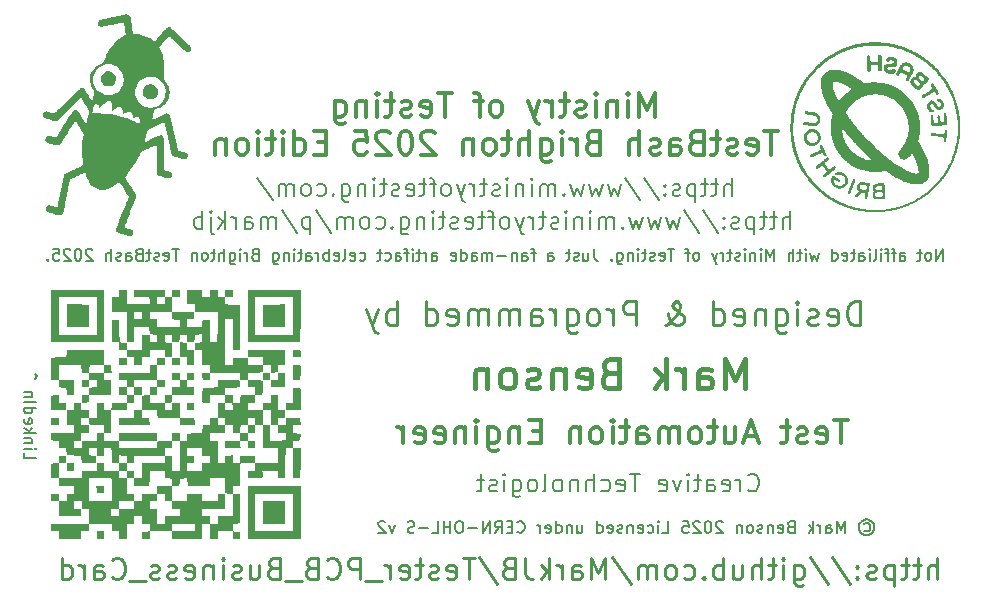
<source format=gbo>
G04 #@! TF.GenerationSoftware,KiCad,Pcbnew,9.0.3*
G04 #@! TF.CreationDate,2025-09-08T19:44:41+01:00*
G04 #@! TF.ProjectId,tester_pcb_business_card,74657374-6572-45f7-9063-625f62757369,rev?*
G04 #@! TF.SameCoordinates,Original*
G04 #@! TF.FileFunction,Legend,Bot*
G04 #@! TF.FilePolarity,Positive*
%FSLAX46Y46*%
G04 Gerber Fmt 4.6, Leading zero omitted, Abs format (unit mm)*
G04 Created by KiCad (PCBNEW 9.0.3) date 2025-09-08 19:44:41*
%MOMM*%
%LPD*%
G01*
G04 APERTURE LIST*
%ADD10C,0.150000*%
%ADD11C,0.200000*%
%ADD12C,0.000000*%
%ADD13C,0.300000*%
%ADD14C,0.250000*%
%ADD15C,0.350000*%
%ADD16C,0.400000*%
%ADD17R,1.700000X1.700000*%
%ADD18C,1.700000*%
%ADD19C,0.850000*%
G04 APERTURE END LIST*
D10*
X54892580Y-106375030D02*
X54892580Y-106851220D01*
X54892580Y-106851220D02*
X55892580Y-106851220D01*
X54892580Y-106041696D02*
X55559247Y-106041696D01*
X55892580Y-106041696D02*
X55844961Y-106089315D01*
X55844961Y-106089315D02*
X55797342Y-106041696D01*
X55797342Y-106041696D02*
X55844961Y-105994077D01*
X55844961Y-105994077D02*
X55892580Y-106041696D01*
X55892580Y-106041696D02*
X55797342Y-106041696D01*
X55559247Y-105565506D02*
X54892580Y-105565506D01*
X55464009Y-105565506D02*
X55511628Y-105517887D01*
X55511628Y-105517887D02*
X55559247Y-105422649D01*
X55559247Y-105422649D02*
X55559247Y-105279792D01*
X55559247Y-105279792D02*
X55511628Y-105184554D01*
X55511628Y-105184554D02*
X55416390Y-105136935D01*
X55416390Y-105136935D02*
X54892580Y-105136935D01*
X54892580Y-104660744D02*
X55892580Y-104660744D01*
X55273533Y-104565506D02*
X54892580Y-104279792D01*
X55559247Y-104279792D02*
X55178295Y-104660744D01*
X54940200Y-103470268D02*
X54892580Y-103565506D01*
X54892580Y-103565506D02*
X54892580Y-103755982D01*
X54892580Y-103755982D02*
X54940200Y-103851220D01*
X54940200Y-103851220D02*
X55035438Y-103898839D01*
X55035438Y-103898839D02*
X55416390Y-103898839D01*
X55416390Y-103898839D02*
X55511628Y-103851220D01*
X55511628Y-103851220D02*
X55559247Y-103755982D01*
X55559247Y-103755982D02*
X55559247Y-103565506D01*
X55559247Y-103565506D02*
X55511628Y-103470268D01*
X55511628Y-103470268D02*
X55416390Y-103422649D01*
X55416390Y-103422649D02*
X55321152Y-103422649D01*
X55321152Y-103422649D02*
X55225914Y-103898839D01*
X54892580Y-102565506D02*
X55892580Y-102565506D01*
X54940200Y-102565506D02*
X54892580Y-102660744D01*
X54892580Y-102660744D02*
X54892580Y-102851220D01*
X54892580Y-102851220D02*
X54940200Y-102946458D01*
X54940200Y-102946458D02*
X54987819Y-102994077D01*
X54987819Y-102994077D02*
X55083057Y-103041696D01*
X55083057Y-103041696D02*
X55368771Y-103041696D01*
X55368771Y-103041696D02*
X55464009Y-102994077D01*
X55464009Y-102994077D02*
X55511628Y-102946458D01*
X55511628Y-102946458D02*
X55559247Y-102851220D01*
X55559247Y-102851220D02*
X55559247Y-102660744D01*
X55559247Y-102660744D02*
X55511628Y-102565506D01*
X54892580Y-102089315D02*
X55892580Y-102089315D01*
X55559247Y-101613125D02*
X54892580Y-101613125D01*
X55464009Y-101613125D02*
X55511628Y-101565506D01*
X55511628Y-101565506D02*
X55559247Y-101470268D01*
X55559247Y-101470268D02*
X55559247Y-101327411D01*
X55559247Y-101327411D02*
X55511628Y-101232173D01*
X55511628Y-101232173D02*
X55416390Y-101184554D01*
X55416390Y-101184554D02*
X54892580Y-101184554D01*
X55797342Y-100089315D02*
X55940200Y-99898839D01*
X55940200Y-99898839D02*
X55797342Y-99708363D01*
D11*
X114776479Y-84642028D02*
X114776479Y-83142028D01*
X114133622Y-84642028D02*
X114133622Y-83856314D01*
X114133622Y-83856314D02*
X114205050Y-83713457D01*
X114205050Y-83713457D02*
X114347907Y-83642028D01*
X114347907Y-83642028D02*
X114562193Y-83642028D01*
X114562193Y-83642028D02*
X114705050Y-83713457D01*
X114705050Y-83713457D02*
X114776479Y-83784885D01*
X113633621Y-83642028D02*
X113062193Y-83642028D01*
X113419336Y-83142028D02*
X113419336Y-84427742D01*
X113419336Y-84427742D02*
X113347907Y-84570600D01*
X113347907Y-84570600D02*
X113205050Y-84642028D01*
X113205050Y-84642028D02*
X113062193Y-84642028D01*
X112776478Y-83642028D02*
X112205050Y-83642028D01*
X112562193Y-83142028D02*
X112562193Y-84427742D01*
X112562193Y-84427742D02*
X112490764Y-84570600D01*
X112490764Y-84570600D02*
X112347907Y-84642028D01*
X112347907Y-84642028D02*
X112205050Y-84642028D01*
X111705050Y-83642028D02*
X111705050Y-85142028D01*
X111705050Y-83713457D02*
X111562193Y-83642028D01*
X111562193Y-83642028D02*
X111276478Y-83642028D01*
X111276478Y-83642028D02*
X111133621Y-83713457D01*
X111133621Y-83713457D02*
X111062193Y-83784885D01*
X111062193Y-83784885D02*
X110990764Y-83927742D01*
X110990764Y-83927742D02*
X110990764Y-84356314D01*
X110990764Y-84356314D02*
X111062193Y-84499171D01*
X111062193Y-84499171D02*
X111133621Y-84570600D01*
X111133621Y-84570600D02*
X111276478Y-84642028D01*
X111276478Y-84642028D02*
X111562193Y-84642028D01*
X111562193Y-84642028D02*
X111705050Y-84570600D01*
X110419335Y-84570600D02*
X110276478Y-84642028D01*
X110276478Y-84642028D02*
X109990764Y-84642028D01*
X109990764Y-84642028D02*
X109847907Y-84570600D01*
X109847907Y-84570600D02*
X109776478Y-84427742D01*
X109776478Y-84427742D02*
X109776478Y-84356314D01*
X109776478Y-84356314D02*
X109847907Y-84213457D01*
X109847907Y-84213457D02*
X109990764Y-84142028D01*
X109990764Y-84142028D02*
X110205050Y-84142028D01*
X110205050Y-84142028D02*
X110347907Y-84070600D01*
X110347907Y-84070600D02*
X110419335Y-83927742D01*
X110419335Y-83927742D02*
X110419335Y-83856314D01*
X110419335Y-83856314D02*
X110347907Y-83713457D01*
X110347907Y-83713457D02*
X110205050Y-83642028D01*
X110205050Y-83642028D02*
X109990764Y-83642028D01*
X109990764Y-83642028D02*
X109847907Y-83713457D01*
X109133621Y-84499171D02*
X109062192Y-84570600D01*
X109062192Y-84570600D02*
X109133621Y-84642028D01*
X109133621Y-84642028D02*
X109205049Y-84570600D01*
X109205049Y-84570600D02*
X109133621Y-84499171D01*
X109133621Y-84499171D02*
X109133621Y-84642028D01*
X109133621Y-83713457D02*
X109062192Y-83784885D01*
X109062192Y-83784885D02*
X109133621Y-83856314D01*
X109133621Y-83856314D02*
X109205049Y-83784885D01*
X109205049Y-83784885D02*
X109133621Y-83713457D01*
X109133621Y-83713457D02*
X109133621Y-83856314D01*
X107347906Y-83070600D02*
X108633620Y-84999171D01*
X105776477Y-83070600D02*
X107062191Y-84999171D01*
X105419334Y-83642028D02*
X105133620Y-84642028D01*
X105133620Y-84642028D02*
X104847905Y-83927742D01*
X104847905Y-83927742D02*
X104562191Y-84642028D01*
X104562191Y-84642028D02*
X104276477Y-83642028D01*
X103847905Y-83642028D02*
X103562191Y-84642028D01*
X103562191Y-84642028D02*
X103276476Y-83927742D01*
X103276476Y-83927742D02*
X102990762Y-84642028D01*
X102990762Y-84642028D02*
X102705048Y-83642028D01*
X102276476Y-83642028D02*
X101990762Y-84642028D01*
X101990762Y-84642028D02*
X101705047Y-83927742D01*
X101705047Y-83927742D02*
X101419333Y-84642028D01*
X101419333Y-84642028D02*
X101133619Y-83642028D01*
X100562190Y-84499171D02*
X100490761Y-84570600D01*
X100490761Y-84570600D02*
X100562190Y-84642028D01*
X100562190Y-84642028D02*
X100633618Y-84570600D01*
X100633618Y-84570600D02*
X100562190Y-84499171D01*
X100562190Y-84499171D02*
X100562190Y-84642028D01*
X99847904Y-84642028D02*
X99847904Y-83642028D01*
X99847904Y-83784885D02*
X99776475Y-83713457D01*
X99776475Y-83713457D02*
X99633618Y-83642028D01*
X99633618Y-83642028D02*
X99419332Y-83642028D01*
X99419332Y-83642028D02*
X99276475Y-83713457D01*
X99276475Y-83713457D02*
X99205047Y-83856314D01*
X99205047Y-83856314D02*
X99205047Y-84642028D01*
X99205047Y-83856314D02*
X99133618Y-83713457D01*
X99133618Y-83713457D02*
X98990761Y-83642028D01*
X98990761Y-83642028D02*
X98776475Y-83642028D01*
X98776475Y-83642028D02*
X98633618Y-83713457D01*
X98633618Y-83713457D02*
X98562189Y-83856314D01*
X98562189Y-83856314D02*
X98562189Y-84642028D01*
X97847904Y-84642028D02*
X97847904Y-83642028D01*
X97847904Y-83142028D02*
X97919332Y-83213457D01*
X97919332Y-83213457D02*
X97847904Y-83284885D01*
X97847904Y-83284885D02*
X97776475Y-83213457D01*
X97776475Y-83213457D02*
X97847904Y-83142028D01*
X97847904Y-83142028D02*
X97847904Y-83284885D01*
X97133618Y-83642028D02*
X97133618Y-84642028D01*
X97133618Y-83784885D02*
X97062189Y-83713457D01*
X97062189Y-83713457D02*
X96919332Y-83642028D01*
X96919332Y-83642028D02*
X96705046Y-83642028D01*
X96705046Y-83642028D02*
X96562189Y-83713457D01*
X96562189Y-83713457D02*
X96490761Y-83856314D01*
X96490761Y-83856314D02*
X96490761Y-84642028D01*
X95776475Y-84642028D02*
X95776475Y-83642028D01*
X95776475Y-83142028D02*
X95847903Y-83213457D01*
X95847903Y-83213457D02*
X95776475Y-83284885D01*
X95776475Y-83284885D02*
X95705046Y-83213457D01*
X95705046Y-83213457D02*
X95776475Y-83142028D01*
X95776475Y-83142028D02*
X95776475Y-83284885D01*
X95133617Y-84570600D02*
X94990760Y-84642028D01*
X94990760Y-84642028D02*
X94705046Y-84642028D01*
X94705046Y-84642028D02*
X94562189Y-84570600D01*
X94562189Y-84570600D02*
X94490760Y-84427742D01*
X94490760Y-84427742D02*
X94490760Y-84356314D01*
X94490760Y-84356314D02*
X94562189Y-84213457D01*
X94562189Y-84213457D02*
X94705046Y-84142028D01*
X94705046Y-84142028D02*
X94919332Y-84142028D01*
X94919332Y-84142028D02*
X95062189Y-84070600D01*
X95062189Y-84070600D02*
X95133617Y-83927742D01*
X95133617Y-83927742D02*
X95133617Y-83856314D01*
X95133617Y-83856314D02*
X95062189Y-83713457D01*
X95062189Y-83713457D02*
X94919332Y-83642028D01*
X94919332Y-83642028D02*
X94705046Y-83642028D01*
X94705046Y-83642028D02*
X94562189Y-83713457D01*
X94062188Y-83642028D02*
X93490760Y-83642028D01*
X93847903Y-83142028D02*
X93847903Y-84427742D01*
X93847903Y-84427742D02*
X93776474Y-84570600D01*
X93776474Y-84570600D02*
X93633617Y-84642028D01*
X93633617Y-84642028D02*
X93490760Y-84642028D01*
X92990760Y-84642028D02*
X92990760Y-83642028D01*
X92990760Y-83927742D02*
X92919331Y-83784885D01*
X92919331Y-83784885D02*
X92847903Y-83713457D01*
X92847903Y-83713457D02*
X92705045Y-83642028D01*
X92705045Y-83642028D02*
X92562188Y-83642028D01*
X92205046Y-83642028D02*
X91847903Y-84642028D01*
X91490760Y-83642028D02*
X91847903Y-84642028D01*
X91847903Y-84642028D02*
X91990760Y-84999171D01*
X91990760Y-84999171D02*
X92062189Y-85070600D01*
X92062189Y-85070600D02*
X92205046Y-85142028D01*
X90705046Y-84642028D02*
X90847903Y-84570600D01*
X90847903Y-84570600D02*
X90919332Y-84499171D01*
X90919332Y-84499171D02*
X90990760Y-84356314D01*
X90990760Y-84356314D02*
X90990760Y-83927742D01*
X90990760Y-83927742D02*
X90919332Y-83784885D01*
X90919332Y-83784885D02*
X90847903Y-83713457D01*
X90847903Y-83713457D02*
X90705046Y-83642028D01*
X90705046Y-83642028D02*
X90490760Y-83642028D01*
X90490760Y-83642028D02*
X90347903Y-83713457D01*
X90347903Y-83713457D02*
X90276475Y-83784885D01*
X90276475Y-83784885D02*
X90205046Y-83927742D01*
X90205046Y-83927742D02*
X90205046Y-84356314D01*
X90205046Y-84356314D02*
X90276475Y-84499171D01*
X90276475Y-84499171D02*
X90347903Y-84570600D01*
X90347903Y-84570600D02*
X90490760Y-84642028D01*
X90490760Y-84642028D02*
X90705046Y-84642028D01*
X89776474Y-83642028D02*
X89205046Y-83642028D01*
X89562189Y-84642028D02*
X89562189Y-83356314D01*
X89562189Y-83356314D02*
X89490760Y-83213457D01*
X89490760Y-83213457D02*
X89347903Y-83142028D01*
X89347903Y-83142028D02*
X89205046Y-83142028D01*
X88919331Y-83642028D02*
X88347903Y-83642028D01*
X88705046Y-83142028D02*
X88705046Y-84427742D01*
X88705046Y-84427742D02*
X88633617Y-84570600D01*
X88633617Y-84570600D02*
X88490760Y-84642028D01*
X88490760Y-84642028D02*
X88347903Y-84642028D01*
X87276474Y-84570600D02*
X87419331Y-84642028D01*
X87419331Y-84642028D02*
X87705046Y-84642028D01*
X87705046Y-84642028D02*
X87847903Y-84570600D01*
X87847903Y-84570600D02*
X87919331Y-84427742D01*
X87919331Y-84427742D02*
X87919331Y-83856314D01*
X87919331Y-83856314D02*
X87847903Y-83713457D01*
X87847903Y-83713457D02*
X87705046Y-83642028D01*
X87705046Y-83642028D02*
X87419331Y-83642028D01*
X87419331Y-83642028D02*
X87276474Y-83713457D01*
X87276474Y-83713457D02*
X87205046Y-83856314D01*
X87205046Y-83856314D02*
X87205046Y-83999171D01*
X87205046Y-83999171D02*
X87919331Y-84142028D01*
X86633617Y-84570600D02*
X86490760Y-84642028D01*
X86490760Y-84642028D02*
X86205046Y-84642028D01*
X86205046Y-84642028D02*
X86062189Y-84570600D01*
X86062189Y-84570600D02*
X85990760Y-84427742D01*
X85990760Y-84427742D02*
X85990760Y-84356314D01*
X85990760Y-84356314D02*
X86062189Y-84213457D01*
X86062189Y-84213457D02*
X86205046Y-84142028D01*
X86205046Y-84142028D02*
X86419332Y-84142028D01*
X86419332Y-84142028D02*
X86562189Y-84070600D01*
X86562189Y-84070600D02*
X86633617Y-83927742D01*
X86633617Y-83927742D02*
X86633617Y-83856314D01*
X86633617Y-83856314D02*
X86562189Y-83713457D01*
X86562189Y-83713457D02*
X86419332Y-83642028D01*
X86419332Y-83642028D02*
X86205046Y-83642028D01*
X86205046Y-83642028D02*
X86062189Y-83713457D01*
X85562188Y-83642028D02*
X84990760Y-83642028D01*
X85347903Y-83142028D02*
X85347903Y-84427742D01*
X85347903Y-84427742D02*
X85276474Y-84570600D01*
X85276474Y-84570600D02*
X85133617Y-84642028D01*
X85133617Y-84642028D02*
X84990760Y-84642028D01*
X84490760Y-84642028D02*
X84490760Y-83642028D01*
X84490760Y-83142028D02*
X84562188Y-83213457D01*
X84562188Y-83213457D02*
X84490760Y-83284885D01*
X84490760Y-83284885D02*
X84419331Y-83213457D01*
X84419331Y-83213457D02*
X84490760Y-83142028D01*
X84490760Y-83142028D02*
X84490760Y-83284885D01*
X83776474Y-83642028D02*
X83776474Y-84642028D01*
X83776474Y-83784885D02*
X83705045Y-83713457D01*
X83705045Y-83713457D02*
X83562188Y-83642028D01*
X83562188Y-83642028D02*
X83347902Y-83642028D01*
X83347902Y-83642028D02*
X83205045Y-83713457D01*
X83205045Y-83713457D02*
X83133617Y-83856314D01*
X83133617Y-83856314D02*
X83133617Y-84642028D01*
X81776474Y-83642028D02*
X81776474Y-84856314D01*
X81776474Y-84856314D02*
X81847902Y-84999171D01*
X81847902Y-84999171D02*
X81919331Y-85070600D01*
X81919331Y-85070600D02*
X82062188Y-85142028D01*
X82062188Y-85142028D02*
X82276474Y-85142028D01*
X82276474Y-85142028D02*
X82419331Y-85070600D01*
X81776474Y-84570600D02*
X81919331Y-84642028D01*
X81919331Y-84642028D02*
X82205045Y-84642028D01*
X82205045Y-84642028D02*
X82347902Y-84570600D01*
X82347902Y-84570600D02*
X82419331Y-84499171D01*
X82419331Y-84499171D02*
X82490759Y-84356314D01*
X82490759Y-84356314D02*
X82490759Y-83927742D01*
X82490759Y-83927742D02*
X82419331Y-83784885D01*
X82419331Y-83784885D02*
X82347902Y-83713457D01*
X82347902Y-83713457D02*
X82205045Y-83642028D01*
X82205045Y-83642028D02*
X81919331Y-83642028D01*
X81919331Y-83642028D02*
X81776474Y-83713457D01*
X81062188Y-84499171D02*
X80990759Y-84570600D01*
X80990759Y-84570600D02*
X81062188Y-84642028D01*
X81062188Y-84642028D02*
X81133616Y-84570600D01*
X81133616Y-84570600D02*
X81062188Y-84499171D01*
X81062188Y-84499171D02*
X81062188Y-84642028D01*
X79705045Y-84570600D02*
X79847902Y-84642028D01*
X79847902Y-84642028D02*
X80133616Y-84642028D01*
X80133616Y-84642028D02*
X80276473Y-84570600D01*
X80276473Y-84570600D02*
X80347902Y-84499171D01*
X80347902Y-84499171D02*
X80419330Y-84356314D01*
X80419330Y-84356314D02*
X80419330Y-83927742D01*
X80419330Y-83927742D02*
X80347902Y-83784885D01*
X80347902Y-83784885D02*
X80276473Y-83713457D01*
X80276473Y-83713457D02*
X80133616Y-83642028D01*
X80133616Y-83642028D02*
X79847902Y-83642028D01*
X79847902Y-83642028D02*
X79705045Y-83713457D01*
X78847902Y-84642028D02*
X78990759Y-84570600D01*
X78990759Y-84570600D02*
X79062188Y-84499171D01*
X79062188Y-84499171D02*
X79133616Y-84356314D01*
X79133616Y-84356314D02*
X79133616Y-83927742D01*
X79133616Y-83927742D02*
X79062188Y-83784885D01*
X79062188Y-83784885D02*
X78990759Y-83713457D01*
X78990759Y-83713457D02*
X78847902Y-83642028D01*
X78847902Y-83642028D02*
X78633616Y-83642028D01*
X78633616Y-83642028D02*
X78490759Y-83713457D01*
X78490759Y-83713457D02*
X78419331Y-83784885D01*
X78419331Y-83784885D02*
X78347902Y-83927742D01*
X78347902Y-83927742D02*
X78347902Y-84356314D01*
X78347902Y-84356314D02*
X78419331Y-84499171D01*
X78419331Y-84499171D02*
X78490759Y-84570600D01*
X78490759Y-84570600D02*
X78633616Y-84642028D01*
X78633616Y-84642028D02*
X78847902Y-84642028D01*
X77705045Y-84642028D02*
X77705045Y-83642028D01*
X77705045Y-83784885D02*
X77633616Y-83713457D01*
X77633616Y-83713457D02*
X77490759Y-83642028D01*
X77490759Y-83642028D02*
X77276473Y-83642028D01*
X77276473Y-83642028D02*
X77133616Y-83713457D01*
X77133616Y-83713457D02*
X77062188Y-83856314D01*
X77062188Y-83856314D02*
X77062188Y-84642028D01*
X77062188Y-83856314D02*
X76990759Y-83713457D01*
X76990759Y-83713457D02*
X76847902Y-83642028D01*
X76847902Y-83642028D02*
X76633616Y-83642028D01*
X76633616Y-83642028D02*
X76490759Y-83713457D01*
X76490759Y-83713457D02*
X76419330Y-83856314D01*
X76419330Y-83856314D02*
X76419330Y-84642028D01*
X74633616Y-83070600D02*
X75919330Y-84999171D01*
D10*
X132662382Y-90090619D02*
X132662382Y-89090619D01*
X132662382Y-89090619D02*
X132102382Y-90090619D01*
X132102382Y-90090619D02*
X132102382Y-89090619D01*
X131495715Y-90090619D02*
X131589049Y-90043000D01*
X131589049Y-90043000D02*
X131635715Y-89995380D01*
X131635715Y-89995380D02*
X131682382Y-89900142D01*
X131682382Y-89900142D02*
X131682382Y-89614428D01*
X131682382Y-89614428D02*
X131635715Y-89519190D01*
X131635715Y-89519190D02*
X131589049Y-89471571D01*
X131589049Y-89471571D02*
X131495715Y-89423952D01*
X131495715Y-89423952D02*
X131355715Y-89423952D01*
X131355715Y-89423952D02*
X131262382Y-89471571D01*
X131262382Y-89471571D02*
X131215715Y-89519190D01*
X131215715Y-89519190D02*
X131169049Y-89614428D01*
X131169049Y-89614428D02*
X131169049Y-89900142D01*
X131169049Y-89900142D02*
X131215715Y-89995380D01*
X131215715Y-89995380D02*
X131262382Y-90043000D01*
X131262382Y-90043000D02*
X131355715Y-90090619D01*
X131355715Y-90090619D02*
X131495715Y-90090619D01*
X130889048Y-89423952D02*
X130515715Y-89423952D01*
X130749048Y-89090619D02*
X130749048Y-89947761D01*
X130749048Y-89947761D02*
X130702382Y-90043000D01*
X130702382Y-90043000D02*
X130609048Y-90090619D01*
X130609048Y-90090619D02*
X130515715Y-90090619D01*
X129022381Y-90090619D02*
X129022381Y-89566809D01*
X129022381Y-89566809D02*
X129069048Y-89471571D01*
X129069048Y-89471571D02*
X129162381Y-89423952D01*
X129162381Y-89423952D02*
X129349048Y-89423952D01*
X129349048Y-89423952D02*
X129442381Y-89471571D01*
X129022381Y-90043000D02*
X129115715Y-90090619D01*
X129115715Y-90090619D02*
X129349048Y-90090619D01*
X129349048Y-90090619D02*
X129442381Y-90043000D01*
X129442381Y-90043000D02*
X129489048Y-89947761D01*
X129489048Y-89947761D02*
X129489048Y-89852523D01*
X129489048Y-89852523D02*
X129442381Y-89757285D01*
X129442381Y-89757285D02*
X129349048Y-89709666D01*
X129349048Y-89709666D02*
X129115715Y-89709666D01*
X129115715Y-89709666D02*
X129022381Y-89662047D01*
X128695714Y-89423952D02*
X128322381Y-89423952D01*
X128555714Y-90090619D02*
X128555714Y-89233476D01*
X128555714Y-89233476D02*
X128509048Y-89138238D01*
X128509048Y-89138238D02*
X128415714Y-89090619D01*
X128415714Y-89090619D02*
X128322381Y-89090619D01*
X128135714Y-89423952D02*
X127762381Y-89423952D01*
X127995714Y-90090619D02*
X127995714Y-89233476D01*
X127995714Y-89233476D02*
X127949048Y-89138238D01*
X127949048Y-89138238D02*
X127855714Y-89090619D01*
X127855714Y-89090619D02*
X127762381Y-89090619D01*
X127435714Y-90090619D02*
X127435714Y-89423952D01*
X127435714Y-89090619D02*
X127482381Y-89138238D01*
X127482381Y-89138238D02*
X127435714Y-89185857D01*
X127435714Y-89185857D02*
X127389048Y-89138238D01*
X127389048Y-89138238D02*
X127435714Y-89090619D01*
X127435714Y-89090619D02*
X127435714Y-89185857D01*
X126829047Y-90090619D02*
X126922381Y-90043000D01*
X126922381Y-90043000D02*
X126969047Y-89947761D01*
X126969047Y-89947761D02*
X126969047Y-89090619D01*
X126455714Y-90090619D02*
X126455714Y-89423952D01*
X126455714Y-89090619D02*
X126502381Y-89138238D01*
X126502381Y-89138238D02*
X126455714Y-89185857D01*
X126455714Y-89185857D02*
X126409048Y-89138238D01*
X126409048Y-89138238D02*
X126455714Y-89090619D01*
X126455714Y-89090619D02*
X126455714Y-89185857D01*
X125569047Y-90090619D02*
X125569047Y-89566809D01*
X125569047Y-89566809D02*
X125615714Y-89471571D01*
X125615714Y-89471571D02*
X125709047Y-89423952D01*
X125709047Y-89423952D02*
X125895714Y-89423952D01*
X125895714Y-89423952D02*
X125989047Y-89471571D01*
X125569047Y-90043000D02*
X125662381Y-90090619D01*
X125662381Y-90090619D02*
X125895714Y-90090619D01*
X125895714Y-90090619D02*
X125989047Y-90043000D01*
X125989047Y-90043000D02*
X126035714Y-89947761D01*
X126035714Y-89947761D02*
X126035714Y-89852523D01*
X126035714Y-89852523D02*
X125989047Y-89757285D01*
X125989047Y-89757285D02*
X125895714Y-89709666D01*
X125895714Y-89709666D02*
X125662381Y-89709666D01*
X125662381Y-89709666D02*
X125569047Y-89662047D01*
X125242380Y-89423952D02*
X124869047Y-89423952D01*
X125102380Y-89090619D02*
X125102380Y-89947761D01*
X125102380Y-89947761D02*
X125055714Y-90043000D01*
X125055714Y-90043000D02*
X124962380Y-90090619D01*
X124962380Y-90090619D02*
X124869047Y-90090619D01*
X124169047Y-90043000D02*
X124262380Y-90090619D01*
X124262380Y-90090619D02*
X124449047Y-90090619D01*
X124449047Y-90090619D02*
X124542380Y-90043000D01*
X124542380Y-90043000D02*
X124589047Y-89947761D01*
X124589047Y-89947761D02*
X124589047Y-89566809D01*
X124589047Y-89566809D02*
X124542380Y-89471571D01*
X124542380Y-89471571D02*
X124449047Y-89423952D01*
X124449047Y-89423952D02*
X124262380Y-89423952D01*
X124262380Y-89423952D02*
X124169047Y-89471571D01*
X124169047Y-89471571D02*
X124122380Y-89566809D01*
X124122380Y-89566809D02*
X124122380Y-89662047D01*
X124122380Y-89662047D02*
X124589047Y-89757285D01*
X123282380Y-90090619D02*
X123282380Y-89090619D01*
X123282380Y-90043000D02*
X123375714Y-90090619D01*
X123375714Y-90090619D02*
X123562380Y-90090619D01*
X123562380Y-90090619D02*
X123655714Y-90043000D01*
X123655714Y-90043000D02*
X123702380Y-89995380D01*
X123702380Y-89995380D02*
X123749047Y-89900142D01*
X123749047Y-89900142D02*
X123749047Y-89614428D01*
X123749047Y-89614428D02*
X123702380Y-89519190D01*
X123702380Y-89519190D02*
X123655714Y-89471571D01*
X123655714Y-89471571D02*
X123562380Y-89423952D01*
X123562380Y-89423952D02*
X123375714Y-89423952D01*
X123375714Y-89423952D02*
X123282380Y-89471571D01*
X122162380Y-89423952D02*
X121975713Y-90090619D01*
X121975713Y-90090619D02*
X121789046Y-89614428D01*
X121789046Y-89614428D02*
X121602380Y-90090619D01*
X121602380Y-90090619D02*
X121415713Y-89423952D01*
X121042379Y-90090619D02*
X121042379Y-89423952D01*
X121042379Y-89090619D02*
X121089046Y-89138238D01*
X121089046Y-89138238D02*
X121042379Y-89185857D01*
X121042379Y-89185857D02*
X120995713Y-89138238D01*
X120995713Y-89138238D02*
X121042379Y-89090619D01*
X121042379Y-89090619D02*
X121042379Y-89185857D01*
X120715712Y-89423952D02*
X120342379Y-89423952D01*
X120575712Y-89090619D02*
X120575712Y-89947761D01*
X120575712Y-89947761D02*
X120529046Y-90043000D01*
X120529046Y-90043000D02*
X120435712Y-90090619D01*
X120435712Y-90090619D02*
X120342379Y-90090619D01*
X120015712Y-90090619D02*
X120015712Y-89090619D01*
X119595712Y-90090619D02*
X119595712Y-89566809D01*
X119595712Y-89566809D02*
X119642379Y-89471571D01*
X119642379Y-89471571D02*
X119735712Y-89423952D01*
X119735712Y-89423952D02*
X119875712Y-89423952D01*
X119875712Y-89423952D02*
X119969046Y-89471571D01*
X119969046Y-89471571D02*
X120015712Y-89519190D01*
X118382378Y-90090619D02*
X118382378Y-89090619D01*
X118382378Y-89090619D02*
X118055712Y-89804904D01*
X118055712Y-89804904D02*
X117729045Y-89090619D01*
X117729045Y-89090619D02*
X117729045Y-90090619D01*
X117262378Y-90090619D02*
X117262378Y-89423952D01*
X117262378Y-89090619D02*
X117309045Y-89138238D01*
X117309045Y-89138238D02*
X117262378Y-89185857D01*
X117262378Y-89185857D02*
X117215712Y-89138238D01*
X117215712Y-89138238D02*
X117262378Y-89090619D01*
X117262378Y-89090619D02*
X117262378Y-89185857D01*
X116795711Y-89423952D02*
X116795711Y-90090619D01*
X116795711Y-89519190D02*
X116749045Y-89471571D01*
X116749045Y-89471571D02*
X116655711Y-89423952D01*
X116655711Y-89423952D02*
X116515711Y-89423952D01*
X116515711Y-89423952D02*
X116422378Y-89471571D01*
X116422378Y-89471571D02*
X116375711Y-89566809D01*
X116375711Y-89566809D02*
X116375711Y-90090619D01*
X115909044Y-90090619D02*
X115909044Y-89423952D01*
X115909044Y-89090619D02*
X115955711Y-89138238D01*
X115955711Y-89138238D02*
X115909044Y-89185857D01*
X115909044Y-89185857D02*
X115862378Y-89138238D01*
X115862378Y-89138238D02*
X115909044Y-89090619D01*
X115909044Y-89090619D02*
X115909044Y-89185857D01*
X115489044Y-90043000D02*
X115395711Y-90090619D01*
X115395711Y-90090619D02*
X115209044Y-90090619D01*
X115209044Y-90090619D02*
X115115711Y-90043000D01*
X115115711Y-90043000D02*
X115069044Y-89947761D01*
X115069044Y-89947761D02*
X115069044Y-89900142D01*
X115069044Y-89900142D02*
X115115711Y-89804904D01*
X115115711Y-89804904D02*
X115209044Y-89757285D01*
X115209044Y-89757285D02*
X115349044Y-89757285D01*
X115349044Y-89757285D02*
X115442377Y-89709666D01*
X115442377Y-89709666D02*
X115489044Y-89614428D01*
X115489044Y-89614428D02*
X115489044Y-89566809D01*
X115489044Y-89566809D02*
X115442377Y-89471571D01*
X115442377Y-89471571D02*
X115349044Y-89423952D01*
X115349044Y-89423952D02*
X115209044Y-89423952D01*
X115209044Y-89423952D02*
X115115711Y-89471571D01*
X114789044Y-89423952D02*
X114415711Y-89423952D01*
X114649044Y-89090619D02*
X114649044Y-89947761D01*
X114649044Y-89947761D02*
X114602378Y-90043000D01*
X114602378Y-90043000D02*
X114509044Y-90090619D01*
X114509044Y-90090619D02*
X114415711Y-90090619D01*
X114089044Y-90090619D02*
X114089044Y-89423952D01*
X114089044Y-89614428D02*
X114042378Y-89519190D01*
X114042378Y-89519190D02*
X113995711Y-89471571D01*
X113995711Y-89471571D02*
X113902378Y-89423952D01*
X113902378Y-89423952D02*
X113809044Y-89423952D01*
X113575711Y-89423952D02*
X113342377Y-90090619D01*
X113109044Y-89423952D02*
X113342377Y-90090619D01*
X113342377Y-90090619D02*
X113435711Y-90328714D01*
X113435711Y-90328714D02*
X113482377Y-90376333D01*
X113482377Y-90376333D02*
X113575711Y-90423952D01*
X111849043Y-90090619D02*
X111942377Y-90043000D01*
X111942377Y-90043000D02*
X111989043Y-89995380D01*
X111989043Y-89995380D02*
X112035710Y-89900142D01*
X112035710Y-89900142D02*
X112035710Y-89614428D01*
X112035710Y-89614428D02*
X111989043Y-89519190D01*
X111989043Y-89519190D02*
X111942377Y-89471571D01*
X111942377Y-89471571D02*
X111849043Y-89423952D01*
X111849043Y-89423952D02*
X111709043Y-89423952D01*
X111709043Y-89423952D02*
X111615710Y-89471571D01*
X111615710Y-89471571D02*
X111569043Y-89519190D01*
X111569043Y-89519190D02*
X111522377Y-89614428D01*
X111522377Y-89614428D02*
X111522377Y-89900142D01*
X111522377Y-89900142D02*
X111569043Y-89995380D01*
X111569043Y-89995380D02*
X111615710Y-90043000D01*
X111615710Y-90043000D02*
X111709043Y-90090619D01*
X111709043Y-90090619D02*
X111849043Y-90090619D01*
X111242376Y-89423952D02*
X110869043Y-89423952D01*
X111102376Y-90090619D02*
X111102376Y-89233476D01*
X111102376Y-89233476D02*
X111055710Y-89138238D01*
X111055710Y-89138238D02*
X110962376Y-89090619D01*
X110962376Y-89090619D02*
X110869043Y-89090619D01*
X109935709Y-89090619D02*
X109375709Y-89090619D01*
X109655709Y-90090619D02*
X109655709Y-89090619D01*
X108675709Y-90043000D02*
X108769042Y-90090619D01*
X108769042Y-90090619D02*
X108955709Y-90090619D01*
X108955709Y-90090619D02*
X109049042Y-90043000D01*
X109049042Y-90043000D02*
X109095709Y-89947761D01*
X109095709Y-89947761D02*
X109095709Y-89566809D01*
X109095709Y-89566809D02*
X109049042Y-89471571D01*
X109049042Y-89471571D02*
X108955709Y-89423952D01*
X108955709Y-89423952D02*
X108769042Y-89423952D01*
X108769042Y-89423952D02*
X108675709Y-89471571D01*
X108675709Y-89471571D02*
X108629042Y-89566809D01*
X108629042Y-89566809D02*
X108629042Y-89662047D01*
X108629042Y-89662047D02*
X109095709Y-89757285D01*
X108255709Y-90043000D02*
X108162376Y-90090619D01*
X108162376Y-90090619D02*
X107975709Y-90090619D01*
X107975709Y-90090619D02*
X107882376Y-90043000D01*
X107882376Y-90043000D02*
X107835709Y-89947761D01*
X107835709Y-89947761D02*
X107835709Y-89900142D01*
X107835709Y-89900142D02*
X107882376Y-89804904D01*
X107882376Y-89804904D02*
X107975709Y-89757285D01*
X107975709Y-89757285D02*
X108115709Y-89757285D01*
X108115709Y-89757285D02*
X108209042Y-89709666D01*
X108209042Y-89709666D02*
X108255709Y-89614428D01*
X108255709Y-89614428D02*
X108255709Y-89566809D01*
X108255709Y-89566809D02*
X108209042Y-89471571D01*
X108209042Y-89471571D02*
X108115709Y-89423952D01*
X108115709Y-89423952D02*
X107975709Y-89423952D01*
X107975709Y-89423952D02*
X107882376Y-89471571D01*
X107555709Y-89423952D02*
X107182376Y-89423952D01*
X107415709Y-89090619D02*
X107415709Y-89947761D01*
X107415709Y-89947761D02*
X107369043Y-90043000D01*
X107369043Y-90043000D02*
X107275709Y-90090619D01*
X107275709Y-90090619D02*
X107182376Y-90090619D01*
X106855709Y-90090619D02*
X106855709Y-89423952D01*
X106855709Y-89090619D02*
X106902376Y-89138238D01*
X106902376Y-89138238D02*
X106855709Y-89185857D01*
X106855709Y-89185857D02*
X106809043Y-89138238D01*
X106809043Y-89138238D02*
X106855709Y-89090619D01*
X106855709Y-89090619D02*
X106855709Y-89185857D01*
X106389042Y-89423952D02*
X106389042Y-90090619D01*
X106389042Y-89519190D02*
X106342376Y-89471571D01*
X106342376Y-89471571D02*
X106249042Y-89423952D01*
X106249042Y-89423952D02*
X106109042Y-89423952D01*
X106109042Y-89423952D02*
X106015709Y-89471571D01*
X106015709Y-89471571D02*
X105969042Y-89566809D01*
X105969042Y-89566809D02*
X105969042Y-90090619D01*
X105082375Y-89423952D02*
X105082375Y-90233476D01*
X105082375Y-90233476D02*
X105129042Y-90328714D01*
X105129042Y-90328714D02*
X105175709Y-90376333D01*
X105175709Y-90376333D02*
X105269042Y-90423952D01*
X105269042Y-90423952D02*
X105409042Y-90423952D01*
X105409042Y-90423952D02*
X105502375Y-90376333D01*
X105082375Y-90043000D02*
X105175709Y-90090619D01*
X105175709Y-90090619D02*
X105362375Y-90090619D01*
X105362375Y-90090619D02*
X105455709Y-90043000D01*
X105455709Y-90043000D02*
X105502375Y-89995380D01*
X105502375Y-89995380D02*
X105549042Y-89900142D01*
X105549042Y-89900142D02*
X105549042Y-89614428D01*
X105549042Y-89614428D02*
X105502375Y-89519190D01*
X105502375Y-89519190D02*
X105455709Y-89471571D01*
X105455709Y-89471571D02*
X105362375Y-89423952D01*
X105362375Y-89423952D02*
X105175709Y-89423952D01*
X105175709Y-89423952D02*
X105082375Y-89471571D01*
X104615708Y-89995380D02*
X104569042Y-90043000D01*
X104569042Y-90043000D02*
X104615708Y-90090619D01*
X104615708Y-90090619D02*
X104662375Y-90043000D01*
X104662375Y-90043000D02*
X104615708Y-89995380D01*
X104615708Y-89995380D02*
X104615708Y-90090619D01*
X103122374Y-89090619D02*
X103122374Y-89804904D01*
X103122374Y-89804904D02*
X103169041Y-89947761D01*
X103169041Y-89947761D02*
X103262374Y-90043000D01*
X103262374Y-90043000D02*
X103402374Y-90090619D01*
X103402374Y-90090619D02*
X103495708Y-90090619D01*
X102235707Y-89423952D02*
X102235707Y-90090619D01*
X102655707Y-89423952D02*
X102655707Y-89947761D01*
X102655707Y-89947761D02*
X102609041Y-90043000D01*
X102609041Y-90043000D02*
X102515707Y-90090619D01*
X102515707Y-90090619D02*
X102375707Y-90090619D01*
X102375707Y-90090619D02*
X102282374Y-90043000D01*
X102282374Y-90043000D02*
X102235707Y-89995380D01*
X101815707Y-90043000D02*
X101722374Y-90090619D01*
X101722374Y-90090619D02*
X101535707Y-90090619D01*
X101535707Y-90090619D02*
X101442374Y-90043000D01*
X101442374Y-90043000D02*
X101395707Y-89947761D01*
X101395707Y-89947761D02*
X101395707Y-89900142D01*
X101395707Y-89900142D02*
X101442374Y-89804904D01*
X101442374Y-89804904D02*
X101535707Y-89757285D01*
X101535707Y-89757285D02*
X101675707Y-89757285D01*
X101675707Y-89757285D02*
X101769040Y-89709666D01*
X101769040Y-89709666D02*
X101815707Y-89614428D01*
X101815707Y-89614428D02*
X101815707Y-89566809D01*
X101815707Y-89566809D02*
X101769040Y-89471571D01*
X101769040Y-89471571D02*
X101675707Y-89423952D01*
X101675707Y-89423952D02*
X101535707Y-89423952D01*
X101535707Y-89423952D02*
X101442374Y-89471571D01*
X101115707Y-89423952D02*
X100742374Y-89423952D01*
X100975707Y-89090619D02*
X100975707Y-89947761D01*
X100975707Y-89947761D02*
X100929041Y-90043000D01*
X100929041Y-90043000D02*
X100835707Y-90090619D01*
X100835707Y-90090619D02*
X100742374Y-90090619D01*
X99249040Y-90090619D02*
X99249040Y-89566809D01*
X99249040Y-89566809D02*
X99295707Y-89471571D01*
X99295707Y-89471571D02*
X99389040Y-89423952D01*
X99389040Y-89423952D02*
X99575707Y-89423952D01*
X99575707Y-89423952D02*
X99669040Y-89471571D01*
X99249040Y-90043000D02*
X99342374Y-90090619D01*
X99342374Y-90090619D02*
X99575707Y-90090619D01*
X99575707Y-90090619D02*
X99669040Y-90043000D01*
X99669040Y-90043000D02*
X99715707Y-89947761D01*
X99715707Y-89947761D02*
X99715707Y-89852523D01*
X99715707Y-89852523D02*
X99669040Y-89757285D01*
X99669040Y-89757285D02*
X99575707Y-89709666D01*
X99575707Y-89709666D02*
X99342374Y-89709666D01*
X99342374Y-89709666D02*
X99249040Y-89662047D01*
X98175706Y-89423952D02*
X97802373Y-89423952D01*
X98035706Y-90090619D02*
X98035706Y-89233476D01*
X98035706Y-89233476D02*
X97989040Y-89138238D01*
X97989040Y-89138238D02*
X97895706Y-89090619D01*
X97895706Y-89090619D02*
X97802373Y-89090619D01*
X97055706Y-90090619D02*
X97055706Y-89566809D01*
X97055706Y-89566809D02*
X97102373Y-89471571D01*
X97102373Y-89471571D02*
X97195706Y-89423952D01*
X97195706Y-89423952D02*
X97382373Y-89423952D01*
X97382373Y-89423952D02*
X97475706Y-89471571D01*
X97055706Y-90043000D02*
X97149040Y-90090619D01*
X97149040Y-90090619D02*
X97382373Y-90090619D01*
X97382373Y-90090619D02*
X97475706Y-90043000D01*
X97475706Y-90043000D02*
X97522373Y-89947761D01*
X97522373Y-89947761D02*
X97522373Y-89852523D01*
X97522373Y-89852523D02*
X97475706Y-89757285D01*
X97475706Y-89757285D02*
X97382373Y-89709666D01*
X97382373Y-89709666D02*
X97149040Y-89709666D01*
X97149040Y-89709666D02*
X97055706Y-89662047D01*
X96589039Y-89423952D02*
X96589039Y-90090619D01*
X96589039Y-89519190D02*
X96542373Y-89471571D01*
X96542373Y-89471571D02*
X96449039Y-89423952D01*
X96449039Y-89423952D02*
X96309039Y-89423952D01*
X96309039Y-89423952D02*
X96215706Y-89471571D01*
X96215706Y-89471571D02*
X96169039Y-89566809D01*
X96169039Y-89566809D02*
X96169039Y-90090619D01*
X95702372Y-89709666D02*
X94955706Y-89709666D01*
X94489039Y-90090619D02*
X94489039Y-89423952D01*
X94489039Y-89519190D02*
X94442373Y-89471571D01*
X94442373Y-89471571D02*
X94349039Y-89423952D01*
X94349039Y-89423952D02*
X94209039Y-89423952D01*
X94209039Y-89423952D02*
X94115706Y-89471571D01*
X94115706Y-89471571D02*
X94069039Y-89566809D01*
X94069039Y-89566809D02*
X94069039Y-90090619D01*
X94069039Y-89566809D02*
X94022373Y-89471571D01*
X94022373Y-89471571D02*
X93929039Y-89423952D01*
X93929039Y-89423952D02*
X93789039Y-89423952D01*
X93789039Y-89423952D02*
X93695706Y-89471571D01*
X93695706Y-89471571D02*
X93649039Y-89566809D01*
X93649039Y-89566809D02*
X93649039Y-90090619D01*
X92762372Y-90090619D02*
X92762372Y-89566809D01*
X92762372Y-89566809D02*
X92809039Y-89471571D01*
X92809039Y-89471571D02*
X92902372Y-89423952D01*
X92902372Y-89423952D02*
X93089039Y-89423952D01*
X93089039Y-89423952D02*
X93182372Y-89471571D01*
X92762372Y-90043000D02*
X92855706Y-90090619D01*
X92855706Y-90090619D02*
X93089039Y-90090619D01*
X93089039Y-90090619D02*
X93182372Y-90043000D01*
X93182372Y-90043000D02*
X93229039Y-89947761D01*
X93229039Y-89947761D02*
X93229039Y-89852523D01*
X93229039Y-89852523D02*
X93182372Y-89757285D01*
X93182372Y-89757285D02*
X93089039Y-89709666D01*
X93089039Y-89709666D02*
X92855706Y-89709666D01*
X92855706Y-89709666D02*
X92762372Y-89662047D01*
X91875705Y-90090619D02*
X91875705Y-89090619D01*
X91875705Y-90043000D02*
X91969039Y-90090619D01*
X91969039Y-90090619D02*
X92155705Y-90090619D01*
X92155705Y-90090619D02*
X92249039Y-90043000D01*
X92249039Y-90043000D02*
X92295705Y-89995380D01*
X92295705Y-89995380D02*
X92342372Y-89900142D01*
X92342372Y-89900142D02*
X92342372Y-89614428D01*
X92342372Y-89614428D02*
X92295705Y-89519190D01*
X92295705Y-89519190D02*
X92249039Y-89471571D01*
X92249039Y-89471571D02*
X92155705Y-89423952D01*
X92155705Y-89423952D02*
X91969039Y-89423952D01*
X91969039Y-89423952D02*
X91875705Y-89471571D01*
X91035705Y-90043000D02*
X91129038Y-90090619D01*
X91129038Y-90090619D02*
X91315705Y-90090619D01*
X91315705Y-90090619D02*
X91409038Y-90043000D01*
X91409038Y-90043000D02*
X91455705Y-89947761D01*
X91455705Y-89947761D02*
X91455705Y-89566809D01*
X91455705Y-89566809D02*
X91409038Y-89471571D01*
X91409038Y-89471571D02*
X91315705Y-89423952D01*
X91315705Y-89423952D02*
X91129038Y-89423952D01*
X91129038Y-89423952D02*
X91035705Y-89471571D01*
X91035705Y-89471571D02*
X90989038Y-89566809D01*
X90989038Y-89566809D02*
X90989038Y-89662047D01*
X90989038Y-89662047D02*
X91455705Y-89757285D01*
X89402371Y-90090619D02*
X89402371Y-89566809D01*
X89402371Y-89566809D02*
X89449038Y-89471571D01*
X89449038Y-89471571D02*
X89542371Y-89423952D01*
X89542371Y-89423952D02*
X89729038Y-89423952D01*
X89729038Y-89423952D02*
X89822371Y-89471571D01*
X89402371Y-90043000D02*
X89495705Y-90090619D01*
X89495705Y-90090619D02*
X89729038Y-90090619D01*
X89729038Y-90090619D02*
X89822371Y-90043000D01*
X89822371Y-90043000D02*
X89869038Y-89947761D01*
X89869038Y-89947761D02*
X89869038Y-89852523D01*
X89869038Y-89852523D02*
X89822371Y-89757285D01*
X89822371Y-89757285D02*
X89729038Y-89709666D01*
X89729038Y-89709666D02*
X89495705Y-89709666D01*
X89495705Y-89709666D02*
X89402371Y-89662047D01*
X88935704Y-90090619D02*
X88935704Y-89423952D01*
X88935704Y-89614428D02*
X88889038Y-89519190D01*
X88889038Y-89519190D02*
X88842371Y-89471571D01*
X88842371Y-89471571D02*
X88749038Y-89423952D01*
X88749038Y-89423952D02*
X88655704Y-89423952D01*
X88469037Y-89423952D02*
X88095704Y-89423952D01*
X88329037Y-89090619D02*
X88329037Y-89947761D01*
X88329037Y-89947761D02*
X88282371Y-90043000D01*
X88282371Y-90043000D02*
X88189037Y-90090619D01*
X88189037Y-90090619D02*
X88095704Y-90090619D01*
X87769037Y-90090619D02*
X87769037Y-89423952D01*
X87769037Y-89090619D02*
X87815704Y-89138238D01*
X87815704Y-89138238D02*
X87769037Y-89185857D01*
X87769037Y-89185857D02*
X87722371Y-89138238D01*
X87722371Y-89138238D02*
X87769037Y-89090619D01*
X87769037Y-89090619D02*
X87769037Y-89185857D01*
X87442370Y-89423952D02*
X87069037Y-89423952D01*
X87302370Y-90090619D02*
X87302370Y-89233476D01*
X87302370Y-89233476D02*
X87255704Y-89138238D01*
X87255704Y-89138238D02*
X87162370Y-89090619D01*
X87162370Y-89090619D02*
X87069037Y-89090619D01*
X86322370Y-90090619D02*
X86322370Y-89566809D01*
X86322370Y-89566809D02*
X86369037Y-89471571D01*
X86369037Y-89471571D02*
X86462370Y-89423952D01*
X86462370Y-89423952D02*
X86649037Y-89423952D01*
X86649037Y-89423952D02*
X86742370Y-89471571D01*
X86322370Y-90043000D02*
X86415704Y-90090619D01*
X86415704Y-90090619D02*
X86649037Y-90090619D01*
X86649037Y-90090619D02*
X86742370Y-90043000D01*
X86742370Y-90043000D02*
X86789037Y-89947761D01*
X86789037Y-89947761D02*
X86789037Y-89852523D01*
X86789037Y-89852523D02*
X86742370Y-89757285D01*
X86742370Y-89757285D02*
X86649037Y-89709666D01*
X86649037Y-89709666D02*
X86415704Y-89709666D01*
X86415704Y-89709666D02*
X86322370Y-89662047D01*
X85435703Y-90043000D02*
X85529037Y-90090619D01*
X85529037Y-90090619D02*
X85715703Y-90090619D01*
X85715703Y-90090619D02*
X85809037Y-90043000D01*
X85809037Y-90043000D02*
X85855703Y-89995380D01*
X85855703Y-89995380D02*
X85902370Y-89900142D01*
X85902370Y-89900142D02*
X85902370Y-89614428D01*
X85902370Y-89614428D02*
X85855703Y-89519190D01*
X85855703Y-89519190D02*
X85809037Y-89471571D01*
X85809037Y-89471571D02*
X85715703Y-89423952D01*
X85715703Y-89423952D02*
X85529037Y-89423952D01*
X85529037Y-89423952D02*
X85435703Y-89471571D01*
X85155703Y-89423952D02*
X84782370Y-89423952D01*
X85015703Y-89090619D02*
X85015703Y-89947761D01*
X85015703Y-89947761D02*
X84969037Y-90043000D01*
X84969037Y-90043000D02*
X84875703Y-90090619D01*
X84875703Y-90090619D02*
X84782370Y-90090619D01*
X83289036Y-90043000D02*
X83382370Y-90090619D01*
X83382370Y-90090619D02*
X83569036Y-90090619D01*
X83569036Y-90090619D02*
X83662370Y-90043000D01*
X83662370Y-90043000D02*
X83709036Y-89995380D01*
X83709036Y-89995380D02*
X83755703Y-89900142D01*
X83755703Y-89900142D02*
X83755703Y-89614428D01*
X83755703Y-89614428D02*
X83709036Y-89519190D01*
X83709036Y-89519190D02*
X83662370Y-89471571D01*
X83662370Y-89471571D02*
X83569036Y-89423952D01*
X83569036Y-89423952D02*
X83382370Y-89423952D01*
X83382370Y-89423952D02*
X83289036Y-89471571D01*
X82495703Y-90043000D02*
X82589036Y-90090619D01*
X82589036Y-90090619D02*
X82775703Y-90090619D01*
X82775703Y-90090619D02*
X82869036Y-90043000D01*
X82869036Y-90043000D02*
X82915703Y-89947761D01*
X82915703Y-89947761D02*
X82915703Y-89566809D01*
X82915703Y-89566809D02*
X82869036Y-89471571D01*
X82869036Y-89471571D02*
X82775703Y-89423952D01*
X82775703Y-89423952D02*
X82589036Y-89423952D01*
X82589036Y-89423952D02*
X82495703Y-89471571D01*
X82495703Y-89471571D02*
X82449036Y-89566809D01*
X82449036Y-89566809D02*
X82449036Y-89662047D01*
X82449036Y-89662047D02*
X82915703Y-89757285D01*
X81889036Y-90090619D02*
X81982370Y-90043000D01*
X81982370Y-90043000D02*
X82029036Y-89947761D01*
X82029036Y-89947761D02*
X82029036Y-89090619D01*
X81142370Y-90043000D02*
X81235703Y-90090619D01*
X81235703Y-90090619D02*
X81422370Y-90090619D01*
X81422370Y-90090619D02*
X81515703Y-90043000D01*
X81515703Y-90043000D02*
X81562370Y-89947761D01*
X81562370Y-89947761D02*
X81562370Y-89566809D01*
X81562370Y-89566809D02*
X81515703Y-89471571D01*
X81515703Y-89471571D02*
X81422370Y-89423952D01*
X81422370Y-89423952D02*
X81235703Y-89423952D01*
X81235703Y-89423952D02*
X81142370Y-89471571D01*
X81142370Y-89471571D02*
X81095703Y-89566809D01*
X81095703Y-89566809D02*
X81095703Y-89662047D01*
X81095703Y-89662047D02*
X81562370Y-89757285D01*
X80675703Y-90090619D02*
X80675703Y-89090619D01*
X80675703Y-89471571D02*
X80582370Y-89423952D01*
X80582370Y-89423952D02*
X80395703Y-89423952D01*
X80395703Y-89423952D02*
X80302370Y-89471571D01*
X80302370Y-89471571D02*
X80255703Y-89519190D01*
X80255703Y-89519190D02*
X80209037Y-89614428D01*
X80209037Y-89614428D02*
X80209037Y-89900142D01*
X80209037Y-89900142D02*
X80255703Y-89995380D01*
X80255703Y-89995380D02*
X80302370Y-90043000D01*
X80302370Y-90043000D02*
X80395703Y-90090619D01*
X80395703Y-90090619D02*
X80582370Y-90090619D01*
X80582370Y-90090619D02*
X80675703Y-90043000D01*
X79789036Y-90090619D02*
X79789036Y-89423952D01*
X79789036Y-89614428D02*
X79742370Y-89519190D01*
X79742370Y-89519190D02*
X79695703Y-89471571D01*
X79695703Y-89471571D02*
X79602370Y-89423952D01*
X79602370Y-89423952D02*
X79509036Y-89423952D01*
X78762369Y-90090619D02*
X78762369Y-89566809D01*
X78762369Y-89566809D02*
X78809036Y-89471571D01*
X78809036Y-89471571D02*
X78902369Y-89423952D01*
X78902369Y-89423952D02*
X79089036Y-89423952D01*
X79089036Y-89423952D02*
X79182369Y-89471571D01*
X78762369Y-90043000D02*
X78855703Y-90090619D01*
X78855703Y-90090619D02*
X79089036Y-90090619D01*
X79089036Y-90090619D02*
X79182369Y-90043000D01*
X79182369Y-90043000D02*
X79229036Y-89947761D01*
X79229036Y-89947761D02*
X79229036Y-89852523D01*
X79229036Y-89852523D02*
X79182369Y-89757285D01*
X79182369Y-89757285D02*
X79089036Y-89709666D01*
X79089036Y-89709666D02*
X78855703Y-89709666D01*
X78855703Y-89709666D02*
X78762369Y-89662047D01*
X78435702Y-89423952D02*
X78062369Y-89423952D01*
X78295702Y-89090619D02*
X78295702Y-89947761D01*
X78295702Y-89947761D02*
X78249036Y-90043000D01*
X78249036Y-90043000D02*
X78155702Y-90090619D01*
X78155702Y-90090619D02*
X78062369Y-90090619D01*
X77735702Y-90090619D02*
X77735702Y-89423952D01*
X77735702Y-89090619D02*
X77782369Y-89138238D01*
X77782369Y-89138238D02*
X77735702Y-89185857D01*
X77735702Y-89185857D02*
X77689036Y-89138238D01*
X77689036Y-89138238D02*
X77735702Y-89090619D01*
X77735702Y-89090619D02*
X77735702Y-89185857D01*
X77269035Y-89423952D02*
X77269035Y-90090619D01*
X77269035Y-89519190D02*
X77222369Y-89471571D01*
X77222369Y-89471571D02*
X77129035Y-89423952D01*
X77129035Y-89423952D02*
X76989035Y-89423952D01*
X76989035Y-89423952D02*
X76895702Y-89471571D01*
X76895702Y-89471571D02*
X76849035Y-89566809D01*
X76849035Y-89566809D02*
X76849035Y-90090619D01*
X75962368Y-89423952D02*
X75962368Y-90233476D01*
X75962368Y-90233476D02*
X76009035Y-90328714D01*
X76009035Y-90328714D02*
X76055702Y-90376333D01*
X76055702Y-90376333D02*
X76149035Y-90423952D01*
X76149035Y-90423952D02*
X76289035Y-90423952D01*
X76289035Y-90423952D02*
X76382368Y-90376333D01*
X75962368Y-90043000D02*
X76055702Y-90090619D01*
X76055702Y-90090619D02*
X76242368Y-90090619D01*
X76242368Y-90090619D02*
X76335702Y-90043000D01*
X76335702Y-90043000D02*
X76382368Y-89995380D01*
X76382368Y-89995380D02*
X76429035Y-89900142D01*
X76429035Y-89900142D02*
X76429035Y-89614428D01*
X76429035Y-89614428D02*
X76382368Y-89519190D01*
X76382368Y-89519190D02*
X76335702Y-89471571D01*
X76335702Y-89471571D02*
X76242368Y-89423952D01*
X76242368Y-89423952D02*
X76055702Y-89423952D01*
X76055702Y-89423952D02*
X75962368Y-89471571D01*
X74422368Y-89566809D02*
X74282368Y-89614428D01*
X74282368Y-89614428D02*
X74235701Y-89662047D01*
X74235701Y-89662047D02*
X74189034Y-89757285D01*
X74189034Y-89757285D02*
X74189034Y-89900142D01*
X74189034Y-89900142D02*
X74235701Y-89995380D01*
X74235701Y-89995380D02*
X74282368Y-90043000D01*
X74282368Y-90043000D02*
X74375701Y-90090619D01*
X74375701Y-90090619D02*
X74749034Y-90090619D01*
X74749034Y-90090619D02*
X74749034Y-89090619D01*
X74749034Y-89090619D02*
X74422368Y-89090619D01*
X74422368Y-89090619D02*
X74329034Y-89138238D01*
X74329034Y-89138238D02*
X74282368Y-89185857D01*
X74282368Y-89185857D02*
X74235701Y-89281095D01*
X74235701Y-89281095D02*
X74235701Y-89376333D01*
X74235701Y-89376333D02*
X74282368Y-89471571D01*
X74282368Y-89471571D02*
X74329034Y-89519190D01*
X74329034Y-89519190D02*
X74422368Y-89566809D01*
X74422368Y-89566809D02*
X74749034Y-89566809D01*
X73769034Y-90090619D02*
X73769034Y-89423952D01*
X73769034Y-89614428D02*
X73722368Y-89519190D01*
X73722368Y-89519190D02*
X73675701Y-89471571D01*
X73675701Y-89471571D02*
X73582368Y-89423952D01*
X73582368Y-89423952D02*
X73489034Y-89423952D01*
X73162367Y-90090619D02*
X73162367Y-89423952D01*
X73162367Y-89090619D02*
X73209034Y-89138238D01*
X73209034Y-89138238D02*
X73162367Y-89185857D01*
X73162367Y-89185857D02*
X73115701Y-89138238D01*
X73115701Y-89138238D02*
X73162367Y-89090619D01*
X73162367Y-89090619D02*
X73162367Y-89185857D01*
X72275700Y-89423952D02*
X72275700Y-90233476D01*
X72275700Y-90233476D02*
X72322367Y-90328714D01*
X72322367Y-90328714D02*
X72369034Y-90376333D01*
X72369034Y-90376333D02*
X72462367Y-90423952D01*
X72462367Y-90423952D02*
X72602367Y-90423952D01*
X72602367Y-90423952D02*
X72695700Y-90376333D01*
X72275700Y-90043000D02*
X72369034Y-90090619D01*
X72369034Y-90090619D02*
X72555700Y-90090619D01*
X72555700Y-90090619D02*
X72649034Y-90043000D01*
X72649034Y-90043000D02*
X72695700Y-89995380D01*
X72695700Y-89995380D02*
X72742367Y-89900142D01*
X72742367Y-89900142D02*
X72742367Y-89614428D01*
X72742367Y-89614428D02*
X72695700Y-89519190D01*
X72695700Y-89519190D02*
X72649034Y-89471571D01*
X72649034Y-89471571D02*
X72555700Y-89423952D01*
X72555700Y-89423952D02*
X72369034Y-89423952D01*
X72369034Y-89423952D02*
X72275700Y-89471571D01*
X71809033Y-90090619D02*
X71809033Y-89090619D01*
X71389033Y-90090619D02*
X71389033Y-89566809D01*
X71389033Y-89566809D02*
X71435700Y-89471571D01*
X71435700Y-89471571D02*
X71529033Y-89423952D01*
X71529033Y-89423952D02*
X71669033Y-89423952D01*
X71669033Y-89423952D02*
X71762367Y-89471571D01*
X71762367Y-89471571D02*
X71809033Y-89519190D01*
X71062366Y-89423952D02*
X70689033Y-89423952D01*
X70922366Y-89090619D02*
X70922366Y-89947761D01*
X70922366Y-89947761D02*
X70875700Y-90043000D01*
X70875700Y-90043000D02*
X70782366Y-90090619D01*
X70782366Y-90090619D02*
X70689033Y-90090619D01*
X70222366Y-90090619D02*
X70315700Y-90043000D01*
X70315700Y-90043000D02*
X70362366Y-89995380D01*
X70362366Y-89995380D02*
X70409033Y-89900142D01*
X70409033Y-89900142D02*
X70409033Y-89614428D01*
X70409033Y-89614428D02*
X70362366Y-89519190D01*
X70362366Y-89519190D02*
X70315700Y-89471571D01*
X70315700Y-89471571D02*
X70222366Y-89423952D01*
X70222366Y-89423952D02*
X70082366Y-89423952D01*
X70082366Y-89423952D02*
X69989033Y-89471571D01*
X69989033Y-89471571D02*
X69942366Y-89519190D01*
X69942366Y-89519190D02*
X69895700Y-89614428D01*
X69895700Y-89614428D02*
X69895700Y-89900142D01*
X69895700Y-89900142D02*
X69942366Y-89995380D01*
X69942366Y-89995380D02*
X69989033Y-90043000D01*
X69989033Y-90043000D02*
X70082366Y-90090619D01*
X70082366Y-90090619D02*
X70222366Y-90090619D01*
X69475699Y-89423952D02*
X69475699Y-90090619D01*
X69475699Y-89519190D02*
X69429033Y-89471571D01*
X69429033Y-89471571D02*
X69335699Y-89423952D01*
X69335699Y-89423952D02*
X69195699Y-89423952D01*
X69195699Y-89423952D02*
X69102366Y-89471571D01*
X69102366Y-89471571D02*
X69055699Y-89566809D01*
X69055699Y-89566809D02*
X69055699Y-90090619D01*
X67982365Y-89090619D02*
X67422365Y-89090619D01*
X67702365Y-90090619D02*
X67702365Y-89090619D01*
X66722365Y-90043000D02*
X66815698Y-90090619D01*
X66815698Y-90090619D02*
X67002365Y-90090619D01*
X67002365Y-90090619D02*
X67095698Y-90043000D01*
X67095698Y-90043000D02*
X67142365Y-89947761D01*
X67142365Y-89947761D02*
X67142365Y-89566809D01*
X67142365Y-89566809D02*
X67095698Y-89471571D01*
X67095698Y-89471571D02*
X67002365Y-89423952D01*
X67002365Y-89423952D02*
X66815698Y-89423952D01*
X66815698Y-89423952D02*
X66722365Y-89471571D01*
X66722365Y-89471571D02*
X66675698Y-89566809D01*
X66675698Y-89566809D02*
X66675698Y-89662047D01*
X66675698Y-89662047D02*
X67142365Y-89757285D01*
X66302365Y-90043000D02*
X66209032Y-90090619D01*
X66209032Y-90090619D02*
X66022365Y-90090619D01*
X66022365Y-90090619D02*
X65929032Y-90043000D01*
X65929032Y-90043000D02*
X65882365Y-89947761D01*
X65882365Y-89947761D02*
X65882365Y-89900142D01*
X65882365Y-89900142D02*
X65929032Y-89804904D01*
X65929032Y-89804904D02*
X66022365Y-89757285D01*
X66022365Y-89757285D02*
X66162365Y-89757285D01*
X66162365Y-89757285D02*
X66255698Y-89709666D01*
X66255698Y-89709666D02*
X66302365Y-89614428D01*
X66302365Y-89614428D02*
X66302365Y-89566809D01*
X66302365Y-89566809D02*
X66255698Y-89471571D01*
X66255698Y-89471571D02*
X66162365Y-89423952D01*
X66162365Y-89423952D02*
X66022365Y-89423952D01*
X66022365Y-89423952D02*
X65929032Y-89471571D01*
X65602365Y-89423952D02*
X65229032Y-89423952D01*
X65462365Y-89090619D02*
X65462365Y-89947761D01*
X65462365Y-89947761D02*
X65415699Y-90043000D01*
X65415699Y-90043000D02*
X65322365Y-90090619D01*
X65322365Y-90090619D02*
X65229032Y-90090619D01*
X64575699Y-89566809D02*
X64435699Y-89614428D01*
X64435699Y-89614428D02*
X64389032Y-89662047D01*
X64389032Y-89662047D02*
X64342365Y-89757285D01*
X64342365Y-89757285D02*
X64342365Y-89900142D01*
X64342365Y-89900142D02*
X64389032Y-89995380D01*
X64389032Y-89995380D02*
X64435699Y-90043000D01*
X64435699Y-90043000D02*
X64529032Y-90090619D01*
X64529032Y-90090619D02*
X64902365Y-90090619D01*
X64902365Y-90090619D02*
X64902365Y-89090619D01*
X64902365Y-89090619D02*
X64575699Y-89090619D01*
X64575699Y-89090619D02*
X64482365Y-89138238D01*
X64482365Y-89138238D02*
X64435699Y-89185857D01*
X64435699Y-89185857D02*
X64389032Y-89281095D01*
X64389032Y-89281095D02*
X64389032Y-89376333D01*
X64389032Y-89376333D02*
X64435699Y-89471571D01*
X64435699Y-89471571D02*
X64482365Y-89519190D01*
X64482365Y-89519190D02*
X64575699Y-89566809D01*
X64575699Y-89566809D02*
X64902365Y-89566809D01*
X63502365Y-90090619D02*
X63502365Y-89566809D01*
X63502365Y-89566809D02*
X63549032Y-89471571D01*
X63549032Y-89471571D02*
X63642365Y-89423952D01*
X63642365Y-89423952D02*
X63829032Y-89423952D01*
X63829032Y-89423952D02*
X63922365Y-89471571D01*
X63502365Y-90043000D02*
X63595699Y-90090619D01*
X63595699Y-90090619D02*
X63829032Y-90090619D01*
X63829032Y-90090619D02*
X63922365Y-90043000D01*
X63922365Y-90043000D02*
X63969032Y-89947761D01*
X63969032Y-89947761D02*
X63969032Y-89852523D01*
X63969032Y-89852523D02*
X63922365Y-89757285D01*
X63922365Y-89757285D02*
X63829032Y-89709666D01*
X63829032Y-89709666D02*
X63595699Y-89709666D01*
X63595699Y-89709666D02*
X63502365Y-89662047D01*
X63082365Y-90043000D02*
X62989032Y-90090619D01*
X62989032Y-90090619D02*
X62802365Y-90090619D01*
X62802365Y-90090619D02*
X62709032Y-90043000D01*
X62709032Y-90043000D02*
X62662365Y-89947761D01*
X62662365Y-89947761D02*
X62662365Y-89900142D01*
X62662365Y-89900142D02*
X62709032Y-89804904D01*
X62709032Y-89804904D02*
X62802365Y-89757285D01*
X62802365Y-89757285D02*
X62942365Y-89757285D01*
X62942365Y-89757285D02*
X63035698Y-89709666D01*
X63035698Y-89709666D02*
X63082365Y-89614428D01*
X63082365Y-89614428D02*
X63082365Y-89566809D01*
X63082365Y-89566809D02*
X63035698Y-89471571D01*
X63035698Y-89471571D02*
X62942365Y-89423952D01*
X62942365Y-89423952D02*
X62802365Y-89423952D01*
X62802365Y-89423952D02*
X62709032Y-89471571D01*
X62242365Y-90090619D02*
X62242365Y-89090619D01*
X61822365Y-90090619D02*
X61822365Y-89566809D01*
X61822365Y-89566809D02*
X61869032Y-89471571D01*
X61869032Y-89471571D02*
X61962365Y-89423952D01*
X61962365Y-89423952D02*
X62102365Y-89423952D01*
X62102365Y-89423952D02*
X62195699Y-89471571D01*
X62195699Y-89471571D02*
X62242365Y-89519190D01*
X60655698Y-89185857D02*
X60609031Y-89138238D01*
X60609031Y-89138238D02*
X60515698Y-89090619D01*
X60515698Y-89090619D02*
X60282365Y-89090619D01*
X60282365Y-89090619D02*
X60189031Y-89138238D01*
X60189031Y-89138238D02*
X60142365Y-89185857D01*
X60142365Y-89185857D02*
X60095698Y-89281095D01*
X60095698Y-89281095D02*
X60095698Y-89376333D01*
X60095698Y-89376333D02*
X60142365Y-89519190D01*
X60142365Y-89519190D02*
X60702365Y-90090619D01*
X60702365Y-90090619D02*
X60095698Y-90090619D01*
X59489032Y-89090619D02*
X59395698Y-89090619D01*
X59395698Y-89090619D02*
X59302365Y-89138238D01*
X59302365Y-89138238D02*
X59255698Y-89185857D01*
X59255698Y-89185857D02*
X59209032Y-89281095D01*
X59209032Y-89281095D02*
X59162365Y-89471571D01*
X59162365Y-89471571D02*
X59162365Y-89709666D01*
X59162365Y-89709666D02*
X59209032Y-89900142D01*
X59209032Y-89900142D02*
X59255698Y-89995380D01*
X59255698Y-89995380D02*
X59302365Y-90043000D01*
X59302365Y-90043000D02*
X59395698Y-90090619D01*
X59395698Y-90090619D02*
X59489032Y-90090619D01*
X59489032Y-90090619D02*
X59582365Y-90043000D01*
X59582365Y-90043000D02*
X59629032Y-89995380D01*
X59629032Y-89995380D02*
X59675698Y-89900142D01*
X59675698Y-89900142D02*
X59722365Y-89709666D01*
X59722365Y-89709666D02*
X59722365Y-89471571D01*
X59722365Y-89471571D02*
X59675698Y-89281095D01*
X59675698Y-89281095D02*
X59629032Y-89185857D01*
X59629032Y-89185857D02*
X59582365Y-89138238D01*
X59582365Y-89138238D02*
X59489032Y-89090619D01*
X58789032Y-89185857D02*
X58742365Y-89138238D01*
X58742365Y-89138238D02*
X58649032Y-89090619D01*
X58649032Y-89090619D02*
X58415699Y-89090619D01*
X58415699Y-89090619D02*
X58322365Y-89138238D01*
X58322365Y-89138238D02*
X58275699Y-89185857D01*
X58275699Y-89185857D02*
X58229032Y-89281095D01*
X58229032Y-89281095D02*
X58229032Y-89376333D01*
X58229032Y-89376333D02*
X58275699Y-89519190D01*
X58275699Y-89519190D02*
X58835699Y-90090619D01*
X58835699Y-90090619D02*
X58229032Y-90090619D01*
X57342366Y-89090619D02*
X57809032Y-89090619D01*
X57809032Y-89090619D02*
X57855699Y-89566809D01*
X57855699Y-89566809D02*
X57809032Y-89519190D01*
X57809032Y-89519190D02*
X57715699Y-89471571D01*
X57715699Y-89471571D02*
X57482366Y-89471571D01*
X57482366Y-89471571D02*
X57389032Y-89519190D01*
X57389032Y-89519190D02*
X57342366Y-89566809D01*
X57342366Y-89566809D02*
X57295699Y-89662047D01*
X57295699Y-89662047D02*
X57295699Y-89900142D01*
X57295699Y-89900142D02*
X57342366Y-89995380D01*
X57342366Y-89995380D02*
X57389032Y-90043000D01*
X57389032Y-90043000D02*
X57482366Y-90090619D01*
X57482366Y-90090619D02*
X57715699Y-90090619D01*
X57715699Y-90090619D02*
X57809032Y-90043000D01*
X57809032Y-90043000D02*
X57855699Y-89995380D01*
X56875699Y-89995380D02*
X56829033Y-90043000D01*
X56829033Y-90043000D02*
X56875699Y-90090619D01*
X56875699Y-90090619D02*
X56922366Y-90043000D01*
X56922366Y-90043000D02*
X56875699Y-89995380D01*
X56875699Y-89995380D02*
X56875699Y-90090619D01*
D12*
G36*
X61666469Y-113632185D02*
G01*
X61009164Y-113632185D01*
X61009164Y-113025444D01*
X61666469Y-113025444D01*
X61666469Y-113632185D01*
G37*
G36*
X59851891Y-112377006D02*
G01*
X60059866Y-112382043D01*
X60207641Y-112390398D01*
X60304459Y-112402426D01*
X60336648Y-112409929D01*
X60359564Y-112418484D01*
X60374362Y-112428135D01*
X60382198Y-112438927D01*
X60384923Y-112446780D01*
X60387402Y-112456959D01*
X60389630Y-112469300D01*
X60391599Y-112483641D01*
X60393302Y-112499819D01*
X60394730Y-112517671D01*
X60395876Y-112537034D01*
X60396734Y-112557745D01*
X60397554Y-112602560D01*
X60397129Y-112650811D01*
X60395401Y-112701195D01*
X60392309Y-112752409D01*
X60377142Y-113000162D01*
X60033322Y-113015330D01*
X59694557Y-113030499D01*
X59694557Y-113632185D01*
X57823767Y-113632185D01*
X57823767Y-113030499D01*
X57505228Y-113015330D01*
X57191744Y-113000162D01*
X57191744Y-112393420D01*
X58774331Y-112378250D01*
X59574472Y-112374932D01*
X59851891Y-112377006D01*
G37*
G36*
X76986716Y-112368138D02*
G01*
X75065366Y-112368138D01*
X75065366Y-110446787D01*
X76986716Y-110446787D01*
X76986716Y-112368138D01*
G37*
G36*
X78301326Y-113632185D02*
G01*
X73801318Y-113632185D01*
X73801318Y-113025444D01*
X73801318Y-109840046D01*
X74458623Y-109840046D01*
X74458623Y-113025444D01*
X77644021Y-113025444D01*
X77644021Y-109840046D01*
X74458623Y-109840046D01*
X73801318Y-109840046D01*
X73801318Y-109182742D01*
X78301326Y-109182742D01*
X78301326Y-113632185D01*
G37*
G36*
X59087815Y-107918694D02*
G01*
X58481071Y-107918694D01*
X58481071Y-107261390D01*
X59087815Y-107261390D01*
X59087815Y-107918694D01*
G37*
G36*
X78291211Y-107246221D02*
G01*
X78276044Y-108500155D01*
X77669303Y-108500155D01*
X77654132Y-107246221D01*
X77644021Y-105997342D01*
X78301326Y-105997342D01*
X78291211Y-107246221D01*
G37*
G36*
X68037265Y-105340039D02*
G01*
X67430523Y-105340039D01*
X67430523Y-104733297D01*
X68037265Y-104733297D01*
X68037265Y-105340039D01*
G37*
G36*
X57634169Y-103425422D02*
G01*
X57680297Y-103427536D01*
X57720026Y-103431071D01*
X57737102Y-103433335D01*
X57752111Y-103435910D01*
X57764899Y-103438781D01*
X57775309Y-103441934D01*
X57783186Y-103445353D01*
X57788375Y-103449025D01*
X57790256Y-103451258D01*
X57792105Y-103454155D01*
X57795702Y-103461862D01*
X57799151Y-103471999D01*
X57802437Y-103484418D01*
X57805545Y-103498969D01*
X57808461Y-103515505D01*
X57811169Y-103533878D01*
X57813655Y-103553940D01*
X57815904Y-103575542D01*
X57817901Y-103598537D01*
X57819632Y-103622776D01*
X57821081Y-103648111D01*
X57822234Y-103674395D01*
X57823076Y-103701478D01*
X57823592Y-103729213D01*
X57823767Y-103757451D01*
X57823767Y-104025430D01*
X57161406Y-104025430D01*
X57176576Y-103732170D01*
X57191744Y-103443968D01*
X57469834Y-103428800D01*
X57527693Y-103425936D01*
X57582887Y-103424850D01*
X57634169Y-103425422D01*
G37*
G36*
X69311424Y-103717002D02*
G01*
X69326593Y-104020374D01*
X68704682Y-104035543D01*
X68087827Y-104050710D01*
X68087827Y-103418687D01*
X69291200Y-103418687D01*
X69311424Y-103717002D01*
G37*
G36*
X63587821Y-102761383D02*
G01*
X62273212Y-102761383D01*
X62273212Y-104682734D01*
X61671525Y-104682734D01*
X61656357Y-104364194D01*
X61641188Y-104050710D01*
X61019278Y-104025430D01*
X60895510Y-104019287D01*
X60779978Y-104012315D01*
X60675229Y-104004632D01*
X60583813Y-103996356D01*
X60508277Y-103987607D01*
X60451167Y-103978502D01*
X60430319Y-103973853D01*
X60415034Y-103969160D01*
X60405629Y-103964437D01*
X60403231Y-103962069D01*
X60402423Y-103959699D01*
X60402423Y-103418687D01*
X61009164Y-103418687D01*
X61009164Y-102154641D01*
X61666469Y-102154641D01*
X61666469Y-102761383D01*
X62268156Y-102761383D01*
X62283325Y-102468124D01*
X62298492Y-102179922D01*
X62940629Y-102164752D01*
X63587821Y-102149584D01*
X63587821Y-102761383D01*
G37*
G36*
X69301312Y-102761383D02*
G01*
X68694570Y-102761383D01*
X68694570Y-102154641D01*
X69301312Y-102154641D01*
X69301312Y-102761383D01*
G37*
G36*
X57823767Y-102154641D02*
G01*
X58430509Y-102154641D01*
X58430509Y-102761383D01*
X57161406Y-102761383D01*
X57176576Y-102139471D01*
X57191744Y-101522618D01*
X57505228Y-101507449D01*
X57823767Y-101492280D01*
X57823767Y-102154641D01*
G37*
G36*
X60402423Y-101800707D02*
G01*
X60401722Y-101861648D01*
X60399658Y-101918501D01*
X60396290Y-101970021D01*
X60391679Y-102014964D01*
X60388925Y-102034580D01*
X60385882Y-102052085D01*
X60382558Y-102067324D01*
X60378959Y-102080141D01*
X60375095Y-102090380D01*
X60370970Y-102097887D01*
X60366594Y-102102505D01*
X60364314Y-102103682D01*
X60361974Y-102104079D01*
X60356727Y-102105027D01*
X60348681Y-102105975D01*
X60324842Y-102107871D01*
X60291759Y-102109767D01*
X60250737Y-102111663D01*
X60150088Y-102115455D01*
X60033322Y-102119247D01*
X59745119Y-102129360D01*
X59745119Y-101497337D01*
X60402423Y-101497337D01*
X60402423Y-101800707D01*
G37*
G36*
X66115914Y-101497337D02*
G01*
X65509172Y-101497337D01*
X65509172Y-102154641D01*
X66773218Y-102154641D01*
X66773218Y-101497337D01*
X67379961Y-101497337D01*
X67379961Y-101825988D01*
X67379191Y-101916575D01*
X67378161Y-101954762D01*
X67376643Y-101988497D01*
X67374591Y-102017996D01*
X67371962Y-102043474D01*
X67368710Y-102065144D01*
X67364792Y-102083222D01*
X67360163Y-102097923D01*
X67354779Y-102109461D01*
X67348594Y-102118051D01*
X67345188Y-102121308D01*
X67341565Y-102123909D01*
X67337720Y-102125880D01*
X67333648Y-102127248D01*
X67324797Y-102128284D01*
X67314969Y-102127231D01*
X67304118Y-102124304D01*
X67295434Y-102120804D01*
X67284654Y-102117875D01*
X67271933Y-102115494D01*
X67257428Y-102113638D01*
X67241293Y-102112287D01*
X67223683Y-102111416D01*
X67204756Y-102111005D01*
X67184666Y-102111031D01*
X67163568Y-102111472D01*
X67141619Y-102112305D01*
X67095787Y-102115060D01*
X67048415Y-102119119D01*
X67000747Y-102124304D01*
X66773218Y-102159697D01*
X66773218Y-102761383D01*
X67430523Y-102761383D01*
X67430523Y-102154641D01*
X68037265Y-102154641D01*
X68037265Y-103418687D01*
X66171532Y-103418687D01*
X66156365Y-103100148D01*
X66141195Y-102786663D01*
X65494003Y-102771495D01*
X64851868Y-102756327D01*
X64851868Y-103413631D01*
X65165350Y-103428800D01*
X65483891Y-103443968D01*
X65514228Y-104020374D01*
X64219844Y-104035543D01*
X62930516Y-104050710D01*
X62930516Y-103418687D01*
X64194563Y-103418687D01*
X64194563Y-102761383D01*
X64846810Y-102761383D01*
X64861980Y-102139471D01*
X64877149Y-101522618D01*
X65190632Y-101507449D01*
X65509172Y-101492280D01*
X65509172Y-100840032D01*
X66115914Y-100840032D01*
X66115914Y-101497337D01*
G37*
G36*
X78111727Y-100846767D02*
G01*
X78157855Y-100848880D01*
X78197583Y-100852415D01*
X78214659Y-100854679D01*
X78229668Y-100857254D01*
X78242456Y-100860126D01*
X78252866Y-100863279D01*
X78260743Y-100866698D01*
X78265931Y-100870369D01*
X78267812Y-100873470D01*
X78269662Y-100878937D01*
X78273259Y-100896727D01*
X78276708Y-100923241D01*
X78279994Y-100957983D01*
X78286018Y-101050170D01*
X78291213Y-101169316D01*
X78295460Y-101311452D01*
X78298640Y-101472608D01*
X78300635Y-101648814D01*
X78301326Y-101836101D01*
X78301326Y-102761383D01*
X77037280Y-102761383D01*
X77037280Y-102154641D01*
X77638965Y-102154641D01*
X77654132Y-101507449D01*
X77669303Y-100865313D01*
X77947393Y-100850144D01*
X78005252Y-100847280D01*
X78060445Y-100846194D01*
X78111727Y-100846767D01*
G37*
G36*
X59087815Y-101497337D02*
G01*
X58486127Y-101497337D01*
X58470960Y-101178797D01*
X58455790Y-100865313D01*
X58137251Y-100850144D01*
X57823767Y-100834976D01*
X57823767Y-100233290D01*
X59087815Y-100233290D01*
X59087815Y-101497337D01*
G37*
G36*
X66773218Y-100840032D02*
G01*
X66166476Y-100840032D01*
X66166476Y-100233290D01*
X66773218Y-100233290D01*
X66773218Y-100840032D01*
G37*
G36*
X68037265Y-100233290D02*
G01*
X67430523Y-100233290D01*
X67430523Y-99575985D01*
X68037265Y-99575985D01*
X68037265Y-100233290D01*
G37*
G36*
X69301312Y-100233290D02*
G01*
X68694570Y-100233290D01*
X68694570Y-100840032D01*
X69301312Y-100840032D01*
X69301312Y-101497337D01*
X67430523Y-101497337D01*
X67430523Y-100840032D01*
X68087827Y-100840032D01*
X68087827Y-100233290D01*
X68694570Y-100233290D01*
X68694570Y-99575985D01*
X69301312Y-99575985D01*
X69301312Y-100233290D01*
G37*
G36*
X75722669Y-100233290D02*
G01*
X75065366Y-100233290D01*
X75065366Y-99575985D01*
X75722669Y-99575985D01*
X75722669Y-100233290D01*
G37*
G36*
X76986716Y-100840032D02*
G01*
X75773231Y-100840032D01*
X75773231Y-100238346D01*
X76061435Y-100223177D01*
X76354692Y-100208008D01*
X76369863Y-99889469D01*
X76385030Y-99575985D01*
X76986716Y-99575985D01*
X76986716Y-100840032D01*
G37*
G36*
X66115914Y-100233290D02*
G01*
X64194563Y-100233290D01*
X64194563Y-100840032D01*
X63587821Y-100840032D01*
X63587821Y-101497337D01*
X64194563Y-101497337D01*
X64194563Y-100840032D01*
X64851868Y-100840032D01*
X64851868Y-101497337D01*
X64199619Y-101497337D01*
X64184451Y-101810820D01*
X64169282Y-102129360D01*
X63891192Y-102129360D01*
X63613102Y-102124304D01*
X63582765Y-101497337D01*
X62930516Y-101497337D01*
X62930516Y-100840032D01*
X63587821Y-100840032D01*
X63587821Y-100233290D01*
X62930516Y-100233290D01*
X62930516Y-99575985D01*
X65504116Y-99575985D01*
X65519283Y-99257445D01*
X65534453Y-98943962D01*
X65822656Y-98928793D01*
X66115914Y-98913625D01*
X66115914Y-100233290D01*
G37*
G36*
X78096866Y-98926107D02*
G01*
X78124073Y-98927028D01*
X78148850Y-98928615D01*
X78171257Y-98930884D01*
X78191354Y-98933849D01*
X78209199Y-98937526D01*
X78224851Y-98941928D01*
X78238370Y-98947070D01*
X78249816Y-98952968D01*
X78259247Y-98959637D01*
X78266722Y-98967090D01*
X78272301Y-98975344D01*
X78276044Y-98984412D01*
X78278769Y-98994013D01*
X78281258Y-99009317D01*
X78283509Y-99029984D01*
X78285524Y-99055672D01*
X78288842Y-99120751D01*
X78291212Y-99201828D01*
X78292634Y-99296177D01*
X78293108Y-99401073D01*
X78292634Y-99513790D01*
X78291211Y-99631604D01*
X78276044Y-100208008D01*
X77669303Y-100208008D01*
X77669303Y-98943962D01*
X77962560Y-98928793D01*
X78034927Y-98926206D01*
X78067171Y-98925838D01*
X78096866Y-98926107D01*
G37*
G36*
X63587821Y-98918681D02*
G01*
X62930516Y-98918681D01*
X62930516Y-98311938D01*
X63587821Y-98311938D01*
X63587821Y-98918681D01*
G37*
G36*
X66773218Y-98918681D02*
G01*
X66166476Y-98918681D01*
X66166476Y-98311938D01*
X66773218Y-98311938D01*
X66773218Y-98918681D01*
G37*
G36*
X68037265Y-98918681D02*
G01*
X67430523Y-98918681D01*
X67430523Y-98311938D01*
X68037265Y-98311938D01*
X68037265Y-98918681D01*
G37*
G36*
X61666469Y-98913625D02*
G01*
X61954671Y-98928793D01*
X62247932Y-98943962D01*
X62263099Y-99257445D01*
X62278268Y-99575985D01*
X61666469Y-99575985D01*
X61666469Y-100233290D01*
X62273212Y-100233290D01*
X62273212Y-101497337D01*
X61332762Y-101487224D01*
X60392309Y-101472056D01*
X60382198Y-101219245D01*
X60378070Y-101096978D01*
X60377865Y-101047188D01*
X60379512Y-101004279D01*
X60381173Y-100985244D01*
X60383469Y-100967738D01*
X60386458Y-100951697D01*
X60390197Y-100937057D01*
X60394743Y-100923754D01*
X60400153Y-100911723D01*
X60406486Y-100900902D01*
X60413799Y-100891226D01*
X60422148Y-100882631D01*
X60431592Y-100875053D01*
X60442187Y-100868430D01*
X60453992Y-100862696D01*
X60467063Y-100857788D01*
X60481457Y-100853641D01*
X60497234Y-100850193D01*
X60514449Y-100847379D01*
X60553424Y-100843398D01*
X60598844Y-100841187D01*
X60651166Y-100840236D01*
X60710850Y-100840032D01*
X61009164Y-100840032D01*
X61009164Y-100233290D01*
X60402423Y-100233290D01*
X60402423Y-100840032D01*
X59745119Y-100840032D01*
X59745119Y-100233290D01*
X60048490Y-100233290D01*
X60139975Y-100232648D01*
X60178074Y-100231657D01*
X60211551Y-100230051D01*
X60240763Y-100227704D01*
X60266063Y-100224491D01*
X60287809Y-100220285D01*
X60306355Y-100214961D01*
X60322057Y-100208393D01*
X60335270Y-100200454D01*
X60341055Y-100195932D01*
X60346350Y-100191019D01*
X60355653Y-100179963D01*
X60363534Y-100167158D01*
X60370348Y-100152479D01*
X60376451Y-100135801D01*
X60382198Y-100116997D01*
X60384923Y-100103810D01*
X60387402Y-100089000D01*
X60389630Y-100072724D01*
X60391599Y-100055138D01*
X60394730Y-100016653D01*
X60396734Y-99974792D01*
X60397554Y-99930797D01*
X60397129Y-99885914D01*
X60395401Y-99841386D01*
X60392309Y-99798458D01*
X60377142Y-99601266D01*
X59854665Y-99575985D01*
X60377142Y-99575985D01*
X61666469Y-99575985D01*
X61666469Y-98918681D01*
X60412536Y-98918681D01*
X60392309Y-99247333D01*
X60377142Y-99575985D01*
X59854665Y-99575985D01*
X59750175Y-99570929D01*
X59719838Y-98943962D01*
X58774331Y-98928793D01*
X57828824Y-98918681D01*
X57813656Y-99560817D01*
X57798486Y-100208008D01*
X57191744Y-100208008D01*
X57176576Y-99262502D01*
X57166463Y-98316995D01*
X57808599Y-98301825D01*
X58455790Y-98286658D01*
X58470960Y-97968118D01*
X58486127Y-97654634D01*
X61666469Y-97654634D01*
X61666469Y-98913625D01*
G37*
G36*
X78111727Y-97661369D02*
G01*
X78157855Y-97663482D01*
X78197583Y-97667018D01*
X78214659Y-97669282D01*
X78229668Y-97671857D01*
X78242456Y-97674728D01*
X78252866Y-97677881D01*
X78260743Y-97681300D01*
X78265931Y-97684972D01*
X78267812Y-97687205D01*
X78269662Y-97690102D01*
X78273259Y-97697809D01*
X78276708Y-97707946D01*
X78279994Y-97720365D01*
X78283103Y-97734916D01*
X78286018Y-97751452D01*
X78288727Y-97769825D01*
X78291213Y-97789887D01*
X78293462Y-97811489D01*
X78295460Y-97834484D01*
X78297190Y-97858723D01*
X78298640Y-97884058D01*
X78299793Y-97910341D01*
X78300635Y-97937425D01*
X78301151Y-97965160D01*
X78301326Y-97993398D01*
X78301326Y-98261377D01*
X77638965Y-98261377D01*
X77654132Y-97968118D01*
X77669303Y-97679915D01*
X77947393Y-97664746D01*
X78005252Y-97661882D01*
X78060445Y-97660796D01*
X78111727Y-97661369D01*
G37*
G36*
X68101291Y-97008448D02*
G01*
X68107449Y-97009565D01*
X68127565Y-97012103D01*
X68157043Y-97014997D01*
X68194639Y-97018186D01*
X68289205Y-97025218D01*
X68401310Y-97032723D01*
X68694570Y-97052947D01*
X68694570Y-97654634D01*
X69301312Y-97654634D01*
X69301312Y-98918681D01*
X68699626Y-98918681D01*
X68684457Y-98600141D01*
X68669289Y-98286658D01*
X68376030Y-98271489D01*
X68087827Y-98256320D01*
X68087827Y-97629353D01*
X68088696Y-97384286D01*
X68090987Y-97185672D01*
X68094227Y-97053421D01*
X68096054Y-97018403D01*
X68097940Y-97007442D01*
X68101291Y-97008448D01*
G37*
G36*
X59663272Y-93812682D02*
G01*
X59867415Y-93815091D01*
X60032215Y-93819397D01*
X60160990Y-93825836D01*
X60257058Y-93834645D01*
X60323736Y-93846062D01*
X60347091Y-93852821D01*
X60364344Y-93860322D01*
X60375908Y-93868593D01*
X60382198Y-93877663D01*
X60384034Y-93888781D01*
X60385743Y-93908543D01*
X60388755Y-93972071D01*
X60391174Y-94064396D01*
X60392942Y-94181665D01*
X60394285Y-94475635D01*
X60392309Y-94823168D01*
X60377142Y-95708002D01*
X59426578Y-95723170D01*
X58481071Y-95733283D01*
X58481071Y-93811931D01*
X59416467Y-93811931D01*
X59663272Y-93812682D01*
G37*
G36*
X61666469Y-96997329D02*
G01*
X59426578Y-96987218D01*
X57191744Y-96972048D01*
X57191744Y-96390587D01*
X57191744Y-93154627D01*
X57823767Y-93154627D01*
X57823767Y-96390587D01*
X61009164Y-96390587D01*
X61009164Y-93154627D01*
X57823767Y-93154627D01*
X57191744Y-93154627D01*
X57191744Y-92573166D01*
X59426578Y-92557997D01*
X61666469Y-92547885D01*
X61666469Y-96997329D01*
G37*
G36*
X68037265Y-93154627D02*
G01*
X67430523Y-93154627D01*
X67430523Y-92547885D01*
X68037265Y-92547885D01*
X68037265Y-93154627D01*
G37*
G36*
X61656357Y-109496224D02*
G01*
X61641188Y-109814764D01*
X61034446Y-109814764D01*
X61019278Y-109496224D01*
X61004108Y-109182742D01*
X61671525Y-109182742D01*
X61656357Y-109496224D01*
G37*
G36*
X67379961Y-110446787D02*
G01*
X66773218Y-110446787D01*
X66773218Y-109840046D01*
X66166476Y-109840046D01*
X66166476Y-109182742D01*
X67379961Y-109182742D01*
X67379961Y-110446787D01*
G37*
G36*
X64194563Y-108525437D02*
G01*
X63587821Y-108525437D01*
X63587821Y-107918694D01*
X64194563Y-107918694D01*
X64194563Y-108525437D01*
G37*
G36*
X72634712Y-105340730D02*
G01*
X72754608Y-105342725D01*
X72863958Y-105345904D01*
X72960095Y-105350151D01*
X73040352Y-105355345D01*
X73102063Y-105361369D01*
X73142562Y-105368104D01*
X73154024Y-105371701D01*
X73159183Y-105375431D01*
X73161134Y-105381449D01*
X73163182Y-105389919D01*
X73165304Y-105400684D01*
X73167478Y-105413590D01*
X73171893Y-105445201D01*
X73176248Y-105483508D01*
X73180366Y-105527266D01*
X73184069Y-105575231D01*
X73187180Y-105626158D01*
X73189521Y-105678804D01*
X73199632Y-105946782D01*
X71879968Y-105946782D01*
X71879968Y-105340039D01*
X72506934Y-105340039D01*
X72634712Y-105340730D01*
G37*
G36*
X73801318Y-105340039D02*
G01*
X73194575Y-105340039D01*
X73194575Y-104733297D01*
X73801318Y-104733297D01*
X73801318Y-105340039D01*
G37*
G36*
X74458623Y-105946782D02*
G01*
X73801318Y-105946782D01*
X73801318Y-105340039D01*
X74458623Y-105340039D01*
X74458623Y-105946782D01*
G37*
G36*
X74458623Y-104682734D02*
G01*
X73801318Y-104682734D01*
X73801318Y-104025430D01*
X74458623Y-104025430D01*
X74458623Y-104682734D01*
G37*
G36*
X63587821Y-93811931D02*
G01*
X65514228Y-93811931D01*
X65499059Y-93493392D01*
X65483891Y-93179908D01*
X64836699Y-93164740D01*
X64194563Y-93149571D01*
X64194563Y-92547885D01*
X66773218Y-92547885D01*
X66773218Y-93154627D01*
X66115914Y-93154627D01*
X66115914Y-93811931D01*
X66773218Y-93811931D01*
X66773218Y-93154627D01*
X67379961Y-93154627D01*
X67379961Y-94469235D01*
X65509172Y-94469235D01*
X65509172Y-94772608D01*
X65509310Y-94882076D01*
X65510438Y-94925822D01*
X65513122Y-94962925D01*
X65515246Y-94979145D01*
X65517998Y-94993896D01*
X65521457Y-95007241D01*
X65525703Y-95019244D01*
X65530816Y-95029970D01*
X65536875Y-95039483D01*
X65543959Y-95047845D01*
X65552149Y-95055122D01*
X65561524Y-95061376D01*
X65572164Y-95066672D01*
X65584148Y-95071074D01*
X65597556Y-95074645D01*
X65612468Y-95077450D01*
X65628962Y-95079552D01*
X65647120Y-95081015D01*
X65667019Y-95081904D01*
X65712365Y-95082211D01*
X65765635Y-95080986D01*
X65898498Y-95075979D01*
X66115914Y-95065866D01*
X66115914Y-95733283D01*
X67086702Y-95723170D01*
X68062546Y-95708002D01*
X68062546Y-95101260D01*
X67744006Y-95086090D01*
X67430523Y-95070923D01*
X67430523Y-94469235D01*
X69301312Y-94469235D01*
X69301312Y-95075979D01*
X68694570Y-95075979D01*
X68694570Y-95733283D01*
X69953560Y-95733283D01*
X69968729Y-95414742D01*
X69983897Y-95101260D01*
X70590640Y-95101260D01*
X70641201Y-97022610D01*
X71247945Y-97022610D01*
X71263113Y-95743396D01*
X71273225Y-94469235D01*
X69351874Y-94469235D01*
X69351874Y-93811931D01*
X68694570Y-93811931D01*
X68694570Y-92547885D01*
X69958617Y-92547885D01*
X69958617Y-93154627D01*
X70615921Y-93154627D01*
X70615921Y-92547885D01*
X71273225Y-92547885D01*
X71273225Y-93154627D01*
X71879968Y-93154627D01*
X71879968Y-92547885D01*
X72537273Y-92547885D01*
X72537273Y-93154627D01*
X71879968Y-93154627D01*
X71879968Y-93806877D01*
X72511991Y-93822044D01*
X73149070Y-93837212D01*
X73149070Y-95733283D01*
X73154126Y-97629353D01*
X72537273Y-97659690D01*
X72537273Y-95075979D01*
X71879968Y-95075979D01*
X71879968Y-98918681D01*
X72537273Y-98918681D01*
X72537273Y-98311938D01*
X73801318Y-98311938D01*
X73801318Y-98918681D01*
X75065366Y-98918681D01*
X75065366Y-98261377D01*
X73801318Y-98261377D01*
X73801318Y-97654634D01*
X76986716Y-97654634D01*
X76986716Y-98913625D01*
X76693458Y-98928793D01*
X76405255Y-98943962D01*
X76354692Y-99550705D01*
X75778289Y-99581041D01*
X75747951Y-98943962D01*
X75404130Y-98928793D01*
X75065366Y-98913625D01*
X75085589Y-99151265D01*
X75096542Y-99294359D01*
X75098733Y-99351930D01*
X75098557Y-99377513D01*
X75097362Y-99401073D01*
X75095018Y-99422691D01*
X75091398Y-99442453D01*
X75086373Y-99460441D01*
X75079813Y-99476738D01*
X75071591Y-99491428D01*
X75061577Y-99504594D01*
X75049643Y-99516319D01*
X75035660Y-99526687D01*
X75019500Y-99535782D01*
X75001034Y-99543685D01*
X74980132Y-99550482D01*
X74956667Y-99556254D01*
X74930510Y-99561086D01*
X74901532Y-99565060D01*
X74869604Y-99568261D01*
X74834598Y-99570771D01*
X74754836Y-99574052D01*
X74661216Y-99575570D01*
X74428287Y-99575985D01*
X73801318Y-99575985D01*
X73801318Y-100233290D01*
X73194575Y-100233290D01*
X73194575Y-99575985D01*
X70620977Y-99575985D01*
X70605808Y-99889469D01*
X70590640Y-100208008D01*
X69983897Y-100208008D01*
X69968729Y-99889469D01*
X69953560Y-99575985D01*
X70615921Y-99575985D01*
X70615921Y-98918681D01*
X69958617Y-98918681D01*
X69958617Y-97654634D01*
X69351874Y-97654634D01*
X69351874Y-97052947D01*
X69640076Y-97037780D01*
X69933335Y-97022610D01*
X69963673Y-96334968D01*
X69326593Y-96365306D01*
X69311424Y-96678790D01*
X69296256Y-96997329D01*
X68699626Y-96997329D01*
X68684457Y-96678790D01*
X68669289Y-96365306D01*
X68062546Y-96365306D01*
X68047378Y-96678790D01*
X68032209Y-96997329D01*
X67435578Y-96997329D01*
X67420410Y-96678790D01*
X67405242Y-96365306D01*
X66798499Y-96365306D01*
X66798499Y-97022610D01*
X67086702Y-97037780D01*
X67379961Y-97052947D01*
X67379961Y-98261377D01*
X66773218Y-98261377D01*
X66773218Y-97654634D01*
X65509172Y-97654634D01*
X65509172Y-98261377D01*
X64851868Y-98261377D01*
X64851868Y-98918681D01*
X64194563Y-98918681D01*
X64194563Y-98261377D01*
X63587821Y-98261377D01*
X63587821Y-97654634D01*
X62930516Y-97654634D01*
X62930516Y-97002386D01*
X62611977Y-96987218D01*
X62298492Y-96972048D01*
X62288380Y-96061935D01*
X62287442Y-95835078D01*
X62288460Y-95642588D01*
X62291491Y-95482804D01*
X62296597Y-95354069D01*
X62303835Y-95254723D01*
X62313266Y-95183107D01*
X62318823Y-95157179D01*
X62324949Y-95137561D01*
X62331653Y-95124047D01*
X62338943Y-95116428D01*
X62346854Y-95112699D01*
X62357202Y-95109110D01*
X62369817Y-95105685D01*
X62384527Y-95102445D01*
X62401163Y-95099412D01*
X62419555Y-95096608D01*
X62439532Y-95094057D01*
X62460923Y-95091779D01*
X62483558Y-95089798D01*
X62507268Y-95088135D01*
X62531881Y-95086813D01*
X62557227Y-95085854D01*
X62583136Y-95085280D01*
X62609438Y-95085113D01*
X62635962Y-95085376D01*
X62662538Y-95086090D01*
X62930516Y-95091147D01*
X62940629Y-96056878D01*
X62955798Y-97022610D01*
X63269281Y-97037780D01*
X63587821Y-97052947D01*
X63587821Y-97654634D01*
X64851868Y-97654634D01*
X64851868Y-96390587D01*
X65504116Y-96390587D01*
X65519283Y-96704071D01*
X65534453Y-97022610D01*
X66141195Y-97022610D01*
X66141195Y-96365306D01*
X65514228Y-96334968D01*
X65483891Y-95758564D01*
X64836699Y-95743396D01*
X64194563Y-95728226D01*
X64194563Y-96997329D01*
X63587821Y-96997329D01*
X63587821Y-95075979D01*
X63587821Y-94469235D01*
X64194563Y-94469235D01*
X64194563Y-95075979D01*
X64851868Y-95075979D01*
X64851868Y-94469235D01*
X64194563Y-94469235D01*
X63587821Y-94469235D01*
X62960853Y-94469235D01*
X62721474Y-94470647D01*
X62626582Y-94470268D01*
X62546562Y-94467260D01*
X62511740Y-94464323D01*
X62480170Y-94460193D01*
X62451695Y-94454691D01*
X62426161Y-94447638D01*
X62403412Y-94438855D01*
X62383292Y-94428165D01*
X62365646Y-94415388D01*
X62350319Y-94400345D01*
X62337154Y-94382858D01*
X62325996Y-94362748D01*
X62316689Y-94339837D01*
X62309079Y-94313945D01*
X62303010Y-94284895D01*
X62298325Y-94252507D01*
X62292489Y-94177004D01*
X62290326Y-94086006D01*
X62290593Y-93978085D01*
X62293437Y-93705752D01*
X62298492Y-93179908D01*
X62611977Y-93164740D01*
X62930516Y-93149571D01*
X62930516Y-92547885D01*
X63587821Y-92547885D01*
X63587821Y-93811931D01*
G37*
G36*
X72561051Y-100235028D02*
G01*
X72861499Y-100239610D01*
X73068092Y-100246088D01*
X73126268Y-100249742D01*
X73149070Y-100253514D01*
X73149988Y-100254829D01*
X73150849Y-100256865D01*
X73152398Y-100263024D01*
X73153725Y-100271834D01*
X73154837Y-100283140D01*
X73155742Y-100296787D01*
X73156447Y-100312618D01*
X73157286Y-100350214D01*
X73157415Y-100394683D01*
X73156891Y-100444780D01*
X73155775Y-100499263D01*
X73154126Y-100556885D01*
X73133903Y-100834976D01*
X72522103Y-100850144D01*
X71905249Y-100865313D01*
X71890080Y-101178797D01*
X71874911Y-101497337D01*
X70620977Y-101497337D01*
X70605808Y-101810820D01*
X70590640Y-102129360D01*
X70393449Y-102144529D01*
X70350521Y-102147610D01*
X70305992Y-102149269D01*
X70261109Y-102149505D01*
X70217114Y-102148320D01*
X70175253Y-102145713D01*
X70136768Y-102141684D01*
X70119182Y-102139136D01*
X70102906Y-102136233D01*
X70088097Y-102132974D01*
X70074909Y-102129360D01*
X70054386Y-102124702D01*
X70045060Y-102122262D01*
X70036336Y-102119593D01*
X70028197Y-102116580D01*
X70020627Y-102113106D01*
X70013608Y-102109057D01*
X70007125Y-102104316D01*
X70004078Y-102101650D01*
X70001160Y-102098768D01*
X69998366Y-102095655D01*
X69995696Y-102092296D01*
X69993148Y-102088678D01*
X69990718Y-102084786D01*
X69986209Y-102076122D01*
X69982151Y-102066187D01*
X69978528Y-102054866D01*
X69975324Y-102042044D01*
X69972521Y-102027604D01*
X69970104Y-102011431D01*
X69968055Y-101993409D01*
X69966358Y-101973423D01*
X69964996Y-101951356D01*
X69963953Y-101927094D01*
X69963211Y-101900519D01*
X69962755Y-101871517D01*
X69962567Y-101839972D01*
X69962930Y-101768789D01*
X69964167Y-101686045D01*
X69966144Y-101590813D01*
X69968729Y-101482168D01*
X69983897Y-100865313D01*
X70626033Y-100850144D01*
X71273225Y-100834976D01*
X71273225Y-100233290D01*
X72198507Y-100233290D01*
X72561051Y-100235028D01*
G37*
G36*
X74606468Y-100234070D02*
G01*
X74749275Y-100236687D01*
X74860679Y-100241555D01*
X74905845Y-100244964D01*
X74944649Y-100249090D01*
X74977587Y-100253987D01*
X75005155Y-100259706D01*
X75027850Y-100266299D01*
X75046168Y-100273818D01*
X75060604Y-100282314D01*
X75071656Y-100291840D01*
X75079819Y-100302448D01*
X75085589Y-100314188D01*
X75092700Y-100337465D01*
X75098862Y-100368858D01*
X75104076Y-100407600D01*
X75108342Y-100452918D01*
X75111660Y-100504042D01*
X75114030Y-100560204D01*
X75115926Y-100684554D01*
X75114030Y-100819807D01*
X75108342Y-100959800D01*
X75098862Y-101098371D01*
X75092700Y-101165198D01*
X75085589Y-101229358D01*
X75050197Y-101497337D01*
X74463679Y-101497337D01*
X74448510Y-101810820D01*
X74433343Y-102129360D01*
X73826598Y-102129360D01*
X73811431Y-102442844D01*
X73796264Y-102761383D01*
X75060309Y-102761383D01*
X75095702Y-103261945D01*
X75102339Y-103364590D01*
X75107079Y-103465931D01*
X75109923Y-103563243D01*
X75110871Y-103653800D01*
X75109923Y-103734877D01*
X75107079Y-103803748D01*
X75102339Y-103857687D01*
X75099258Y-103878205D01*
X75095702Y-103893969D01*
X75090066Y-103915443D01*
X75084267Y-103934458D01*
X75081181Y-103943090D01*
X75077905Y-103951162D01*
X75074387Y-103958694D01*
X75070580Y-103965704D01*
X75066431Y-103972210D01*
X75061892Y-103978231D01*
X75056912Y-103983785D01*
X75051441Y-103988891D01*
X75045430Y-103993568D01*
X75038828Y-103997833D01*
X75031585Y-104001706D01*
X75023652Y-104005205D01*
X75014978Y-104008349D01*
X75005513Y-104011155D01*
X74995208Y-104013643D01*
X74984012Y-104015831D01*
X74971876Y-104017738D01*
X74958749Y-104019381D01*
X74944581Y-104020781D01*
X74929322Y-104021954D01*
X74895334Y-104023697D01*
X74856383Y-104024759D01*
X74812070Y-104025287D01*
X74761994Y-104025430D01*
X74458623Y-104025430D01*
X74458623Y-103418687D01*
X73801318Y-103418687D01*
X73801318Y-104025430D01*
X73528285Y-104025430D01*
X73472094Y-104026576D01*
X73418155Y-104029854D01*
X73367771Y-104035029D01*
X73322245Y-104041862D01*
X73301712Y-104045827D01*
X73282882Y-104050118D01*
X73265919Y-104054705D01*
X73250985Y-104059559D01*
X73238243Y-104064650D01*
X73227856Y-104069948D01*
X73219988Y-104075424D01*
X73214801Y-104081048D01*
X73211902Y-104088013D01*
X73208915Y-104097421D01*
X73205868Y-104109111D01*
X73202792Y-104122919D01*
X73199716Y-104138683D01*
X73196670Y-104156239D01*
X73190784Y-104196076D01*
X73185372Y-104241127D01*
X73180672Y-104290089D01*
X73176919Y-104341659D01*
X73174352Y-104394532D01*
X73164239Y-104657453D01*
X72537273Y-104687790D01*
X72537273Y-104025430D01*
X71879968Y-104025430D01*
X71879968Y-104682734D01*
X70615921Y-104682734D01*
X70615921Y-105340039D01*
X71273225Y-105340039D01*
X71273225Y-107261390D01*
X71874911Y-107261390D01*
X71890080Y-106942850D01*
X71905249Y-106629366D01*
X72218732Y-106614197D01*
X72537273Y-106599030D01*
X72537273Y-107261390D01*
X73194575Y-107261390D01*
X73194575Y-106604085D01*
X74458623Y-106604085D01*
X74458623Y-107261390D01*
X76379973Y-107261390D01*
X76379973Y-105946782D01*
X75065366Y-105946782D01*
X75065366Y-104025430D01*
X75722669Y-104025430D01*
X75722669Y-105345095D01*
X76364806Y-105329926D01*
X77011998Y-105314757D01*
X77027165Y-104996217D01*
X77042335Y-104682734D01*
X76379973Y-104682734D01*
X76379973Y-104025430D01*
X75773231Y-104025430D01*
X75773231Y-102761383D01*
X75065366Y-102761383D01*
X75065366Y-102159697D01*
X75404130Y-102144529D01*
X75747951Y-102129360D01*
X75763120Y-101810820D01*
X75778289Y-101497337D01*
X76379973Y-101497337D01*
X76379973Y-102761383D01*
X76986716Y-102761383D01*
X76986716Y-103418687D01*
X76379973Y-103418687D01*
X76379973Y-104025430D01*
X77037280Y-104025430D01*
X77037280Y-103413631D01*
X77654132Y-103428800D01*
X78276044Y-103443968D01*
X78306382Y-104020374D01*
X77669303Y-104050710D01*
X77669303Y-104708016D01*
X78306382Y-104738352D01*
X78276044Y-105314757D01*
X77962560Y-105329926D01*
X77644021Y-105345095D01*
X77644021Y-105941725D01*
X77325481Y-105956893D01*
X77011998Y-105972062D01*
X76996829Y-107246221D01*
X76986716Y-108525437D01*
X76379973Y-108525437D01*
X76379973Y-107918694D01*
X75055253Y-107918694D01*
X75065366Y-108105772D01*
X75073049Y-108254456D01*
X75075209Y-108313481D01*
X75074688Y-108363322D01*
X75073056Y-108385039D01*
X75070315Y-108404749D01*
X75066319Y-108422549D01*
X75060921Y-108438533D01*
X75053975Y-108452799D01*
X75045335Y-108465444D01*
X75034855Y-108476562D01*
X75022388Y-108486251D01*
X75007787Y-108494607D01*
X74990907Y-108501726D01*
X74971602Y-108507704D01*
X74949725Y-108512638D01*
X74925129Y-108516624D01*
X74897669Y-108519758D01*
X74833571Y-108523857D01*
X74756259Y-108525703D01*
X74664564Y-108526069D01*
X74433343Y-108525437D01*
X73801318Y-108525437D01*
X73801318Y-107918694D01*
X74458623Y-107918694D01*
X74458623Y-107261390D01*
X73204688Y-107261390D01*
X73169295Y-107397907D01*
X73166513Y-107415302D01*
X73163864Y-107440608D01*
X73159025Y-107512935D01*
X73154897Y-107610859D01*
X73151598Y-107730351D01*
X73149248Y-107867382D01*
X73147964Y-108017922D01*
X73147865Y-108177943D01*
X73149070Y-108343415D01*
X73159183Y-109157462D01*
X72845698Y-109172629D01*
X72537273Y-109187796D01*
X72537273Y-109834990D01*
X72845698Y-109850157D01*
X73149070Y-109865326D01*
X73149070Y-112342858D01*
X72840642Y-112358027D01*
X72537273Y-112373194D01*
X72537273Y-113020386D01*
X72850757Y-113035555D01*
X73169295Y-113050724D01*
X73169295Y-113338927D01*
X73174352Y-113632185D01*
X72537273Y-113632185D01*
X72537273Y-113025444D01*
X71273225Y-113025444D01*
X71273225Y-113632185D01*
X70615921Y-113632185D01*
X70615921Y-112368138D01*
X69958617Y-112368138D01*
X69958617Y-113632185D01*
X67430523Y-113632185D01*
X67430523Y-113025444D01*
X69351874Y-113025444D01*
X69351874Y-112368138D01*
X67379961Y-112368138D01*
X67379961Y-113025444D01*
X65509172Y-113025444D01*
X65509172Y-113632185D01*
X64846810Y-113632185D01*
X64861980Y-113338927D01*
X64877149Y-113050724D01*
X65190632Y-113035555D01*
X65509172Y-113020386D01*
X65509172Y-112368138D01*
X64851868Y-112368138D01*
X64851868Y-111705778D01*
X64533327Y-111720948D01*
X64219844Y-111736115D01*
X64204676Y-112049599D01*
X64189507Y-112368138D01*
X63587821Y-112368138D01*
X63587821Y-113632185D01*
X62930516Y-113632185D01*
X62930516Y-113030499D01*
X62611977Y-113015330D01*
X62298492Y-113000162D01*
X62298492Y-112393420D01*
X61347930Y-112378250D01*
X60402423Y-112368138D01*
X60397366Y-111862521D01*
X60394838Y-111597268D01*
X60391362Y-111404303D01*
X60387639Y-111331299D01*
X60381724Y-111272013D01*
X60372965Y-111224991D01*
X60367315Y-111205626D01*
X60360709Y-111188783D01*
X60353067Y-111174280D01*
X60344306Y-111161937D01*
X60334346Y-111151571D01*
X60323104Y-111143001D01*
X60310499Y-111136045D01*
X60296450Y-111130523D01*
X60263693Y-111123052D01*
X60224182Y-111119137D01*
X60177264Y-111117325D01*
X60058601Y-111114205D01*
X59745119Y-111099036D01*
X59745119Y-110446787D01*
X59087815Y-110446787D01*
X59087815Y-111104092D01*
X59694557Y-111104092D01*
X59694557Y-111736115D01*
X57823767Y-111705778D01*
X57823767Y-110451844D01*
X57505228Y-110436674D01*
X57191744Y-110421507D01*
X57191744Y-109865326D01*
X57798486Y-109865326D01*
X57813656Y-110153529D01*
X57828824Y-110446787D01*
X58481071Y-110446787D01*
X58481071Y-109840046D01*
X59087815Y-109840046D01*
X59087815Y-109182742D01*
X57823767Y-109182742D01*
X57823767Y-108530493D01*
X57505228Y-108515324D01*
X57191744Y-108500155D01*
X57191744Y-107286671D01*
X57505228Y-107271501D01*
X57823767Y-107256334D01*
X57823767Y-106604085D01*
X58430509Y-106604085D01*
X58430509Y-107261390D01*
X57823767Y-107261390D01*
X57823767Y-108525437D01*
X59745119Y-108525437D01*
X60402423Y-108525437D01*
X60402423Y-110446787D01*
X61342873Y-110436674D01*
X62283325Y-110421507D01*
X62278268Y-109486111D01*
X62277636Y-108821223D01*
X62276135Y-108615816D01*
X62273212Y-108535550D01*
X62268373Y-108534603D01*
X62254172Y-108533663D01*
X62199581Y-108531836D01*
X61998913Y-108528597D01*
X61701546Y-108526306D01*
X61337817Y-108525437D01*
X60402423Y-108525437D01*
X59745119Y-108525437D01*
X59745119Y-107918694D01*
X61009164Y-107918694D01*
X61009164Y-107261390D01*
X61666469Y-107261390D01*
X61666469Y-107918694D01*
X62930516Y-107918694D01*
X62930516Y-107261390D01*
X63587821Y-107261390D01*
X63587821Y-107918694D01*
X62930516Y-107918694D01*
X62930516Y-108525437D01*
X63587821Y-108525437D01*
X63587821Y-109840046D01*
X64194563Y-109840046D01*
X64194563Y-110446787D01*
X62930516Y-110446787D01*
X62930516Y-111104092D01*
X62273212Y-111104092D01*
X62273212Y-111710833D01*
X62930516Y-111710833D01*
X62930516Y-111104092D01*
X64194563Y-111104092D01*
X64194563Y-110446787D01*
X64846810Y-110446787D01*
X64861980Y-110153529D01*
X64877149Y-109865326D01*
X65494003Y-109850157D01*
X66115914Y-109834990D01*
X66115914Y-110446787D01*
X65509172Y-110446787D01*
X65509172Y-111104092D01*
X66115914Y-111104092D01*
X66115914Y-112368138D01*
X66768163Y-112368138D01*
X66783330Y-112049599D01*
X66798499Y-111736115D01*
X67440636Y-111720948D01*
X68087827Y-111705778D01*
X68087827Y-111104092D01*
X67430523Y-111104092D01*
X67430523Y-110446787D01*
X68694570Y-110446787D01*
X68694570Y-109840046D01*
X69958617Y-109840046D01*
X69958617Y-110446787D01*
X71273225Y-110446787D01*
X71273225Y-109840046D01*
X71879968Y-109840046D01*
X71879968Y-111104092D01*
X69958617Y-111104092D01*
X69958617Y-111705778D01*
X70272100Y-111720948D01*
X70590640Y-111736115D01*
X70605808Y-112054655D01*
X70620977Y-112368138D01*
X71268169Y-112368138D01*
X71283337Y-112049599D01*
X71298506Y-111736115D01*
X72537273Y-111736115D01*
X72537273Y-109845101D01*
X72218732Y-109829934D01*
X71905249Y-109814764D01*
X71890080Y-109167572D01*
X71874911Y-108525437D01*
X70620977Y-108525437D01*
X70605808Y-108838921D01*
X70590640Y-109157462D01*
X68719850Y-109157462D01*
X68689513Y-108520380D01*
X68062546Y-108550717D01*
X68047378Y-108864201D01*
X68032209Y-109182742D01*
X67435578Y-109182742D01*
X67420410Y-108864201D01*
X67405242Y-108550717D01*
X67086702Y-108535550D01*
X66773218Y-108520380D01*
X66773218Y-107918694D01*
X65514228Y-107918694D01*
X65499059Y-108535550D01*
X65483891Y-109157462D01*
X64836699Y-109172629D01*
X64194563Y-109187796D01*
X64194563Y-108525437D01*
X64851868Y-108525437D01*
X64851868Y-107261390D01*
X66773218Y-107261390D01*
X66773218Y-106604085D01*
X65494003Y-106614197D01*
X64219844Y-106629366D01*
X64189507Y-107266446D01*
X63613102Y-107236109D01*
X63562539Y-106629366D01*
X63244000Y-106614197D01*
X62930516Y-106599030D01*
X62930516Y-107261390D01*
X62662538Y-107261390D01*
X62609438Y-107260482D01*
X62557227Y-107257914D01*
X62507268Y-107253924D01*
X62460923Y-107248749D01*
X62419555Y-107242626D01*
X62384527Y-107235793D01*
X62369817Y-107232183D01*
X62357202Y-107228485D01*
X62346854Y-107224727D01*
X62338943Y-107220940D01*
X62335210Y-107218140D01*
X62331595Y-107214481D01*
X62328099Y-107209964D01*
X62324722Y-107204586D01*
X62321463Y-107198350D01*
X62318323Y-107191255D01*
X62315301Y-107183300D01*
X62312397Y-107174486D01*
X62306946Y-107154281D01*
X62301969Y-107130640D01*
X62297466Y-107103561D01*
X62293436Y-107073046D01*
X62289881Y-107039095D01*
X62286800Y-107001707D01*
X62284193Y-106960882D01*
X62282060Y-106916620D01*
X62280401Y-106868922D01*
X62279216Y-106817788D01*
X62278505Y-106763216D01*
X62278268Y-106705208D01*
X62281270Y-106228347D01*
X62279244Y-106152905D01*
X62274891Y-106091949D01*
X62267606Y-106043970D01*
X62256780Y-106007456D01*
X62249849Y-105993026D01*
X62241806Y-105980896D01*
X62232574Y-105970877D01*
X62222078Y-105962780D01*
X62210241Y-105956416D01*
X62196987Y-105951596D01*
X62165927Y-105945833D01*
X62128289Y-105943982D01*
X62083467Y-105944530D01*
X61969842Y-105946782D01*
X61666469Y-105946782D01*
X61666469Y-106604085D01*
X61009164Y-106604085D01*
X61009164Y-105946782D01*
X60402423Y-105946782D01*
X60402423Y-106599030D01*
X60690626Y-106614197D01*
X60983883Y-106629366D01*
X60983883Y-107236109D01*
X59750175Y-107266446D01*
X59719838Y-106629366D01*
X58486127Y-106599030D01*
X58455790Y-105972062D01*
X58137251Y-105956893D01*
X57823767Y-105941725D01*
X57823767Y-105345095D01*
X57505228Y-105329926D01*
X57191744Y-105314757D01*
X57176576Y-105026555D01*
X57161406Y-104733297D01*
X58111970Y-104723183D01*
X59062534Y-104708016D01*
X59062534Y-104050710D01*
X58769274Y-104035543D01*
X58481071Y-104020374D01*
X58481071Y-102761383D01*
X59087815Y-102761383D01*
X59087815Y-102154641D01*
X59694557Y-102154641D01*
X59694557Y-102756327D01*
X60033322Y-102771495D01*
X60377142Y-102786663D01*
X60377142Y-103393406D01*
X60033322Y-103408575D01*
X59694557Y-103423744D01*
X59694557Y-104025430D01*
X60402423Y-104025430D01*
X60402423Y-104677678D01*
X60058601Y-104692847D01*
X59719838Y-104708016D01*
X59704668Y-105021498D01*
X59689500Y-105340039D01*
X59082758Y-105340039D01*
X59097926Y-105653523D01*
X59113096Y-105972062D01*
X59426578Y-105987231D01*
X59745119Y-106002399D01*
X59745119Y-105340039D01*
X61009164Y-105340039D01*
X61009164Y-104733297D01*
X61666469Y-104733297D01*
X61666469Y-105340039D01*
X62930516Y-105340039D01*
X62930516Y-104733297D01*
X66115914Y-104733297D01*
X66115914Y-105340039D01*
X62930516Y-105340039D01*
X62930516Y-105997342D01*
X64533327Y-105987231D01*
X66141195Y-105972062D01*
X66156365Y-105653523D01*
X66171532Y-105340039D01*
X67379961Y-105340039D01*
X67379961Y-105946782D01*
X66773218Y-105946782D01*
X66773218Y-106604085D01*
X67374905Y-106604085D01*
X67390073Y-107246221D01*
X67405242Y-107893413D01*
X68062546Y-107893413D01*
X68070041Y-107261390D01*
X68694570Y-107261390D01*
X68694570Y-107918694D01*
X69958617Y-107918694D01*
X69958617Y-107261390D01*
X70615921Y-107261390D01*
X70615921Y-106604085D01*
X69958617Y-106604085D01*
X69958617Y-105946782D01*
X68694570Y-105946782D01*
X68694570Y-106604085D01*
X69301312Y-106604085D01*
X69301312Y-107261390D01*
X68694570Y-107261390D01*
X68070041Y-107261390D01*
X68077715Y-106614197D01*
X68077795Y-106604085D01*
X68087827Y-105340039D01*
X68694570Y-105340039D01*
X68694570Y-104738352D01*
X69311424Y-104723183D01*
X69933335Y-104708016D01*
X69983897Y-104050710D01*
X70297381Y-104035543D01*
X70509741Y-104025430D01*
X70615921Y-104020374D01*
X70615921Y-103418687D01*
X71273225Y-103418687D01*
X71273225Y-104025430D01*
X71879968Y-104025430D01*
X71879968Y-103418687D01*
X71273225Y-103418687D01*
X71273225Y-102154641D01*
X71879968Y-102154641D01*
X71879968Y-102761383D01*
X72542329Y-102761383D01*
X72527160Y-102442844D01*
X72511991Y-102129360D01*
X71905249Y-102119247D01*
X71890080Y-101810820D01*
X71874911Y-101497337D01*
X72537273Y-101497337D01*
X72537273Y-102159697D01*
X72850757Y-102144529D01*
X73169295Y-102129360D01*
X73184465Y-101810820D01*
X73199632Y-101497337D01*
X74458623Y-101497337D01*
X74458623Y-100840032D01*
X73801318Y-100840032D01*
X73801318Y-100233290D01*
X74428287Y-100233290D01*
X74606468Y-100234070D01*
G37*
G36*
X76986716Y-95733283D02*
G01*
X76036153Y-95723170D01*
X75090646Y-95708002D01*
X75090646Y-93837212D01*
X76036153Y-93822044D01*
X76986716Y-93811931D01*
X76986716Y-95733283D01*
G37*
G36*
X77107117Y-92550966D02*
G01*
X77795707Y-92561157D01*
X78014743Y-92569364D01*
X78161964Y-92579881D01*
X78246142Y-92592887D01*
X78267329Y-92600378D01*
X78276044Y-92608559D01*
X78278769Y-92626264D01*
X78281258Y-92665352D01*
X78285524Y-92803144D01*
X78291212Y-93285457D01*
X78293108Y-93982973D01*
X78291211Y-94823168D01*
X78276044Y-96972048D01*
X76041209Y-96987218D01*
X73801318Y-96997329D01*
X73801318Y-96390587D01*
X73801318Y-93154627D01*
X74458623Y-93154627D01*
X74458623Y-96390587D01*
X77644021Y-96390587D01*
X77644021Y-93154627D01*
X74458623Y-93154627D01*
X73801318Y-93154627D01*
X73801318Y-92547885D01*
X76026040Y-92547885D01*
X77107117Y-92550966D01*
G37*
D13*
X108312154Y-77901350D02*
X108312154Y-75901350D01*
X108312154Y-75901350D02*
X107645487Y-77329921D01*
X107645487Y-77329921D02*
X106978821Y-75901350D01*
X106978821Y-75901350D02*
X106978821Y-77901350D01*
X106026440Y-77901350D02*
X106026440Y-76568016D01*
X106026440Y-75901350D02*
X106121678Y-75996588D01*
X106121678Y-75996588D02*
X106026440Y-76091826D01*
X106026440Y-76091826D02*
X105931202Y-75996588D01*
X105931202Y-75996588D02*
X106026440Y-75901350D01*
X106026440Y-75901350D02*
X106026440Y-76091826D01*
X105074059Y-76568016D02*
X105074059Y-77901350D01*
X105074059Y-76758492D02*
X104978821Y-76663254D01*
X104978821Y-76663254D02*
X104788345Y-76568016D01*
X104788345Y-76568016D02*
X104502630Y-76568016D01*
X104502630Y-76568016D02*
X104312154Y-76663254D01*
X104312154Y-76663254D02*
X104216916Y-76853731D01*
X104216916Y-76853731D02*
X104216916Y-77901350D01*
X103264535Y-77901350D02*
X103264535Y-76568016D01*
X103264535Y-75901350D02*
X103359773Y-75996588D01*
X103359773Y-75996588D02*
X103264535Y-76091826D01*
X103264535Y-76091826D02*
X103169297Y-75996588D01*
X103169297Y-75996588D02*
X103264535Y-75901350D01*
X103264535Y-75901350D02*
X103264535Y-76091826D01*
X102407392Y-77806112D02*
X102216916Y-77901350D01*
X102216916Y-77901350D02*
X101835964Y-77901350D01*
X101835964Y-77901350D02*
X101645487Y-77806112D01*
X101645487Y-77806112D02*
X101550249Y-77615635D01*
X101550249Y-77615635D02*
X101550249Y-77520397D01*
X101550249Y-77520397D02*
X101645487Y-77329921D01*
X101645487Y-77329921D02*
X101835964Y-77234683D01*
X101835964Y-77234683D02*
X102121678Y-77234683D01*
X102121678Y-77234683D02*
X102312154Y-77139445D01*
X102312154Y-77139445D02*
X102407392Y-76948969D01*
X102407392Y-76948969D02*
X102407392Y-76853731D01*
X102407392Y-76853731D02*
X102312154Y-76663254D01*
X102312154Y-76663254D02*
X102121678Y-76568016D01*
X102121678Y-76568016D02*
X101835964Y-76568016D01*
X101835964Y-76568016D02*
X101645487Y-76663254D01*
X100978820Y-76568016D02*
X100216916Y-76568016D01*
X100693106Y-75901350D02*
X100693106Y-77615635D01*
X100693106Y-77615635D02*
X100597868Y-77806112D01*
X100597868Y-77806112D02*
X100407392Y-77901350D01*
X100407392Y-77901350D02*
X100216916Y-77901350D01*
X99550249Y-77901350D02*
X99550249Y-76568016D01*
X99550249Y-76948969D02*
X99455011Y-76758492D01*
X99455011Y-76758492D02*
X99359773Y-76663254D01*
X99359773Y-76663254D02*
X99169297Y-76568016D01*
X99169297Y-76568016D02*
X98978820Y-76568016D01*
X98502630Y-76568016D02*
X98026440Y-77901350D01*
X97550249Y-76568016D02*
X98026440Y-77901350D01*
X98026440Y-77901350D02*
X98216916Y-78377540D01*
X98216916Y-78377540D02*
X98312154Y-78472778D01*
X98312154Y-78472778D02*
X98502630Y-78568016D01*
X94978820Y-77901350D02*
X95169296Y-77806112D01*
X95169296Y-77806112D02*
X95264534Y-77710873D01*
X95264534Y-77710873D02*
X95359772Y-77520397D01*
X95359772Y-77520397D02*
X95359772Y-76948969D01*
X95359772Y-76948969D02*
X95264534Y-76758492D01*
X95264534Y-76758492D02*
X95169296Y-76663254D01*
X95169296Y-76663254D02*
X94978820Y-76568016D01*
X94978820Y-76568016D02*
X94693105Y-76568016D01*
X94693105Y-76568016D02*
X94502629Y-76663254D01*
X94502629Y-76663254D02*
X94407391Y-76758492D01*
X94407391Y-76758492D02*
X94312153Y-76948969D01*
X94312153Y-76948969D02*
X94312153Y-77520397D01*
X94312153Y-77520397D02*
X94407391Y-77710873D01*
X94407391Y-77710873D02*
X94502629Y-77806112D01*
X94502629Y-77806112D02*
X94693105Y-77901350D01*
X94693105Y-77901350D02*
X94978820Y-77901350D01*
X93740724Y-76568016D02*
X92978820Y-76568016D01*
X93455010Y-77901350D02*
X93455010Y-76187064D01*
X93455010Y-76187064D02*
X93359772Y-75996588D01*
X93359772Y-75996588D02*
X93169296Y-75901350D01*
X93169296Y-75901350D02*
X92978820Y-75901350D01*
X91074057Y-75901350D02*
X89931200Y-75901350D01*
X90502629Y-77901350D02*
X90502629Y-75901350D01*
X88502628Y-77806112D02*
X88693104Y-77901350D01*
X88693104Y-77901350D02*
X89074057Y-77901350D01*
X89074057Y-77901350D02*
X89264533Y-77806112D01*
X89264533Y-77806112D02*
X89359771Y-77615635D01*
X89359771Y-77615635D02*
X89359771Y-76853731D01*
X89359771Y-76853731D02*
X89264533Y-76663254D01*
X89264533Y-76663254D02*
X89074057Y-76568016D01*
X89074057Y-76568016D02*
X88693104Y-76568016D01*
X88693104Y-76568016D02*
X88502628Y-76663254D01*
X88502628Y-76663254D02*
X88407390Y-76853731D01*
X88407390Y-76853731D02*
X88407390Y-77044207D01*
X88407390Y-77044207D02*
X89359771Y-77234683D01*
X87645485Y-77806112D02*
X87455009Y-77901350D01*
X87455009Y-77901350D02*
X87074057Y-77901350D01*
X87074057Y-77901350D02*
X86883580Y-77806112D01*
X86883580Y-77806112D02*
X86788342Y-77615635D01*
X86788342Y-77615635D02*
X86788342Y-77520397D01*
X86788342Y-77520397D02*
X86883580Y-77329921D01*
X86883580Y-77329921D02*
X87074057Y-77234683D01*
X87074057Y-77234683D02*
X87359771Y-77234683D01*
X87359771Y-77234683D02*
X87550247Y-77139445D01*
X87550247Y-77139445D02*
X87645485Y-76948969D01*
X87645485Y-76948969D02*
X87645485Y-76853731D01*
X87645485Y-76853731D02*
X87550247Y-76663254D01*
X87550247Y-76663254D02*
X87359771Y-76568016D01*
X87359771Y-76568016D02*
X87074057Y-76568016D01*
X87074057Y-76568016D02*
X86883580Y-76663254D01*
X86216913Y-76568016D02*
X85455009Y-76568016D01*
X85931199Y-75901350D02*
X85931199Y-77615635D01*
X85931199Y-77615635D02*
X85835961Y-77806112D01*
X85835961Y-77806112D02*
X85645485Y-77901350D01*
X85645485Y-77901350D02*
X85455009Y-77901350D01*
X84788342Y-77901350D02*
X84788342Y-76568016D01*
X84788342Y-75901350D02*
X84883580Y-75996588D01*
X84883580Y-75996588D02*
X84788342Y-76091826D01*
X84788342Y-76091826D02*
X84693104Y-75996588D01*
X84693104Y-75996588D02*
X84788342Y-75901350D01*
X84788342Y-75901350D02*
X84788342Y-76091826D01*
X83835961Y-76568016D02*
X83835961Y-77901350D01*
X83835961Y-76758492D02*
X83740723Y-76663254D01*
X83740723Y-76663254D02*
X83550247Y-76568016D01*
X83550247Y-76568016D02*
X83264532Y-76568016D01*
X83264532Y-76568016D02*
X83074056Y-76663254D01*
X83074056Y-76663254D02*
X82978818Y-76853731D01*
X82978818Y-76853731D02*
X82978818Y-77901350D01*
X81169294Y-76568016D02*
X81169294Y-78187064D01*
X81169294Y-78187064D02*
X81264532Y-78377540D01*
X81264532Y-78377540D02*
X81359770Y-78472778D01*
X81359770Y-78472778D02*
X81550247Y-78568016D01*
X81550247Y-78568016D02*
X81835961Y-78568016D01*
X81835961Y-78568016D02*
X82026437Y-78472778D01*
X81169294Y-77806112D02*
X81359770Y-77901350D01*
X81359770Y-77901350D02*
X81740723Y-77901350D01*
X81740723Y-77901350D02*
X81931199Y-77806112D01*
X81931199Y-77806112D02*
X82026437Y-77710873D01*
X82026437Y-77710873D02*
X82121675Y-77520397D01*
X82121675Y-77520397D02*
X82121675Y-76948969D01*
X82121675Y-76948969D02*
X82026437Y-76758492D01*
X82026437Y-76758492D02*
X81931199Y-76663254D01*
X81931199Y-76663254D02*
X81740723Y-76568016D01*
X81740723Y-76568016D02*
X81359770Y-76568016D01*
X81359770Y-76568016D02*
X81169294Y-76663254D01*
X118693107Y-79121238D02*
X117550250Y-79121238D01*
X118121679Y-81121238D02*
X118121679Y-79121238D01*
X116121678Y-81026000D02*
X116312154Y-81121238D01*
X116312154Y-81121238D02*
X116693107Y-81121238D01*
X116693107Y-81121238D02*
X116883583Y-81026000D01*
X116883583Y-81026000D02*
X116978821Y-80835523D01*
X116978821Y-80835523D02*
X116978821Y-80073619D01*
X116978821Y-80073619D02*
X116883583Y-79883142D01*
X116883583Y-79883142D02*
X116693107Y-79787904D01*
X116693107Y-79787904D02*
X116312154Y-79787904D01*
X116312154Y-79787904D02*
X116121678Y-79883142D01*
X116121678Y-79883142D02*
X116026440Y-80073619D01*
X116026440Y-80073619D02*
X116026440Y-80264095D01*
X116026440Y-80264095D02*
X116978821Y-80454571D01*
X115264535Y-81026000D02*
X115074059Y-81121238D01*
X115074059Y-81121238D02*
X114693107Y-81121238D01*
X114693107Y-81121238D02*
X114502630Y-81026000D01*
X114502630Y-81026000D02*
X114407392Y-80835523D01*
X114407392Y-80835523D02*
X114407392Y-80740285D01*
X114407392Y-80740285D02*
X114502630Y-80549809D01*
X114502630Y-80549809D02*
X114693107Y-80454571D01*
X114693107Y-80454571D02*
X114978821Y-80454571D01*
X114978821Y-80454571D02*
X115169297Y-80359333D01*
X115169297Y-80359333D02*
X115264535Y-80168857D01*
X115264535Y-80168857D02*
X115264535Y-80073619D01*
X115264535Y-80073619D02*
X115169297Y-79883142D01*
X115169297Y-79883142D02*
X114978821Y-79787904D01*
X114978821Y-79787904D02*
X114693107Y-79787904D01*
X114693107Y-79787904D02*
X114502630Y-79883142D01*
X113835963Y-79787904D02*
X113074059Y-79787904D01*
X113550249Y-79121238D02*
X113550249Y-80835523D01*
X113550249Y-80835523D02*
X113455011Y-81026000D01*
X113455011Y-81026000D02*
X113264535Y-81121238D01*
X113264535Y-81121238D02*
X113074059Y-81121238D01*
X111740725Y-80073619D02*
X111455011Y-80168857D01*
X111455011Y-80168857D02*
X111359773Y-80264095D01*
X111359773Y-80264095D02*
X111264535Y-80454571D01*
X111264535Y-80454571D02*
X111264535Y-80740285D01*
X111264535Y-80740285D02*
X111359773Y-80930761D01*
X111359773Y-80930761D02*
X111455011Y-81026000D01*
X111455011Y-81026000D02*
X111645487Y-81121238D01*
X111645487Y-81121238D02*
X112407392Y-81121238D01*
X112407392Y-81121238D02*
X112407392Y-79121238D01*
X112407392Y-79121238D02*
X111740725Y-79121238D01*
X111740725Y-79121238D02*
X111550249Y-79216476D01*
X111550249Y-79216476D02*
X111455011Y-79311714D01*
X111455011Y-79311714D02*
X111359773Y-79502190D01*
X111359773Y-79502190D02*
X111359773Y-79692666D01*
X111359773Y-79692666D02*
X111455011Y-79883142D01*
X111455011Y-79883142D02*
X111550249Y-79978380D01*
X111550249Y-79978380D02*
X111740725Y-80073619D01*
X111740725Y-80073619D02*
X112407392Y-80073619D01*
X109550249Y-81121238D02*
X109550249Y-80073619D01*
X109550249Y-80073619D02*
X109645487Y-79883142D01*
X109645487Y-79883142D02*
X109835963Y-79787904D01*
X109835963Y-79787904D02*
X110216916Y-79787904D01*
X110216916Y-79787904D02*
X110407392Y-79883142D01*
X109550249Y-81026000D02*
X109740725Y-81121238D01*
X109740725Y-81121238D02*
X110216916Y-81121238D01*
X110216916Y-81121238D02*
X110407392Y-81026000D01*
X110407392Y-81026000D02*
X110502630Y-80835523D01*
X110502630Y-80835523D02*
X110502630Y-80645047D01*
X110502630Y-80645047D02*
X110407392Y-80454571D01*
X110407392Y-80454571D02*
X110216916Y-80359333D01*
X110216916Y-80359333D02*
X109740725Y-80359333D01*
X109740725Y-80359333D02*
X109550249Y-80264095D01*
X108693106Y-81026000D02*
X108502630Y-81121238D01*
X108502630Y-81121238D02*
X108121678Y-81121238D01*
X108121678Y-81121238D02*
X107931201Y-81026000D01*
X107931201Y-81026000D02*
X107835963Y-80835523D01*
X107835963Y-80835523D02*
X107835963Y-80740285D01*
X107835963Y-80740285D02*
X107931201Y-80549809D01*
X107931201Y-80549809D02*
X108121678Y-80454571D01*
X108121678Y-80454571D02*
X108407392Y-80454571D01*
X108407392Y-80454571D02*
X108597868Y-80359333D01*
X108597868Y-80359333D02*
X108693106Y-80168857D01*
X108693106Y-80168857D02*
X108693106Y-80073619D01*
X108693106Y-80073619D02*
X108597868Y-79883142D01*
X108597868Y-79883142D02*
X108407392Y-79787904D01*
X108407392Y-79787904D02*
X108121678Y-79787904D01*
X108121678Y-79787904D02*
X107931201Y-79883142D01*
X106978820Y-81121238D02*
X106978820Y-79121238D01*
X106121677Y-81121238D02*
X106121677Y-80073619D01*
X106121677Y-80073619D02*
X106216915Y-79883142D01*
X106216915Y-79883142D02*
X106407391Y-79787904D01*
X106407391Y-79787904D02*
X106693106Y-79787904D01*
X106693106Y-79787904D02*
X106883582Y-79883142D01*
X106883582Y-79883142D02*
X106978820Y-79978380D01*
X102978819Y-80073619D02*
X102693105Y-80168857D01*
X102693105Y-80168857D02*
X102597867Y-80264095D01*
X102597867Y-80264095D02*
X102502629Y-80454571D01*
X102502629Y-80454571D02*
X102502629Y-80740285D01*
X102502629Y-80740285D02*
X102597867Y-80930761D01*
X102597867Y-80930761D02*
X102693105Y-81026000D01*
X102693105Y-81026000D02*
X102883581Y-81121238D01*
X102883581Y-81121238D02*
X103645486Y-81121238D01*
X103645486Y-81121238D02*
X103645486Y-79121238D01*
X103645486Y-79121238D02*
X102978819Y-79121238D01*
X102978819Y-79121238D02*
X102788343Y-79216476D01*
X102788343Y-79216476D02*
X102693105Y-79311714D01*
X102693105Y-79311714D02*
X102597867Y-79502190D01*
X102597867Y-79502190D02*
X102597867Y-79692666D01*
X102597867Y-79692666D02*
X102693105Y-79883142D01*
X102693105Y-79883142D02*
X102788343Y-79978380D01*
X102788343Y-79978380D02*
X102978819Y-80073619D01*
X102978819Y-80073619D02*
X103645486Y-80073619D01*
X101645486Y-81121238D02*
X101645486Y-79787904D01*
X101645486Y-80168857D02*
X101550248Y-79978380D01*
X101550248Y-79978380D02*
X101455010Y-79883142D01*
X101455010Y-79883142D02*
X101264534Y-79787904D01*
X101264534Y-79787904D02*
X101074057Y-79787904D01*
X100407391Y-81121238D02*
X100407391Y-79787904D01*
X100407391Y-79121238D02*
X100502629Y-79216476D01*
X100502629Y-79216476D02*
X100407391Y-79311714D01*
X100407391Y-79311714D02*
X100312153Y-79216476D01*
X100312153Y-79216476D02*
X100407391Y-79121238D01*
X100407391Y-79121238D02*
X100407391Y-79311714D01*
X98597867Y-79787904D02*
X98597867Y-81406952D01*
X98597867Y-81406952D02*
X98693105Y-81597428D01*
X98693105Y-81597428D02*
X98788343Y-81692666D01*
X98788343Y-81692666D02*
X98978820Y-81787904D01*
X98978820Y-81787904D02*
X99264534Y-81787904D01*
X99264534Y-81787904D02*
X99455010Y-81692666D01*
X98597867Y-81026000D02*
X98788343Y-81121238D01*
X98788343Y-81121238D02*
X99169296Y-81121238D01*
X99169296Y-81121238D02*
X99359772Y-81026000D01*
X99359772Y-81026000D02*
X99455010Y-80930761D01*
X99455010Y-80930761D02*
X99550248Y-80740285D01*
X99550248Y-80740285D02*
X99550248Y-80168857D01*
X99550248Y-80168857D02*
X99455010Y-79978380D01*
X99455010Y-79978380D02*
X99359772Y-79883142D01*
X99359772Y-79883142D02*
X99169296Y-79787904D01*
X99169296Y-79787904D02*
X98788343Y-79787904D01*
X98788343Y-79787904D02*
X98597867Y-79883142D01*
X97645486Y-81121238D02*
X97645486Y-79121238D01*
X96788343Y-81121238D02*
X96788343Y-80073619D01*
X96788343Y-80073619D02*
X96883581Y-79883142D01*
X96883581Y-79883142D02*
X97074057Y-79787904D01*
X97074057Y-79787904D02*
X97359772Y-79787904D01*
X97359772Y-79787904D02*
X97550248Y-79883142D01*
X97550248Y-79883142D02*
X97645486Y-79978380D01*
X96121676Y-79787904D02*
X95359772Y-79787904D01*
X95835962Y-79121238D02*
X95835962Y-80835523D01*
X95835962Y-80835523D02*
X95740724Y-81026000D01*
X95740724Y-81026000D02*
X95550248Y-81121238D01*
X95550248Y-81121238D02*
X95359772Y-81121238D01*
X94407391Y-81121238D02*
X94597867Y-81026000D01*
X94597867Y-81026000D02*
X94693105Y-80930761D01*
X94693105Y-80930761D02*
X94788343Y-80740285D01*
X94788343Y-80740285D02*
X94788343Y-80168857D01*
X94788343Y-80168857D02*
X94693105Y-79978380D01*
X94693105Y-79978380D02*
X94597867Y-79883142D01*
X94597867Y-79883142D02*
X94407391Y-79787904D01*
X94407391Y-79787904D02*
X94121676Y-79787904D01*
X94121676Y-79787904D02*
X93931200Y-79883142D01*
X93931200Y-79883142D02*
X93835962Y-79978380D01*
X93835962Y-79978380D02*
X93740724Y-80168857D01*
X93740724Y-80168857D02*
X93740724Y-80740285D01*
X93740724Y-80740285D02*
X93835962Y-80930761D01*
X93835962Y-80930761D02*
X93931200Y-81026000D01*
X93931200Y-81026000D02*
X94121676Y-81121238D01*
X94121676Y-81121238D02*
X94407391Y-81121238D01*
X92883581Y-79787904D02*
X92883581Y-81121238D01*
X92883581Y-79978380D02*
X92788343Y-79883142D01*
X92788343Y-79883142D02*
X92597867Y-79787904D01*
X92597867Y-79787904D02*
X92312152Y-79787904D01*
X92312152Y-79787904D02*
X92121676Y-79883142D01*
X92121676Y-79883142D02*
X92026438Y-80073619D01*
X92026438Y-80073619D02*
X92026438Y-81121238D01*
X89645485Y-79311714D02*
X89550247Y-79216476D01*
X89550247Y-79216476D02*
X89359771Y-79121238D01*
X89359771Y-79121238D02*
X88883580Y-79121238D01*
X88883580Y-79121238D02*
X88693104Y-79216476D01*
X88693104Y-79216476D02*
X88597866Y-79311714D01*
X88597866Y-79311714D02*
X88502628Y-79502190D01*
X88502628Y-79502190D02*
X88502628Y-79692666D01*
X88502628Y-79692666D02*
X88597866Y-79978380D01*
X88597866Y-79978380D02*
X89740723Y-81121238D01*
X89740723Y-81121238D02*
X88502628Y-81121238D01*
X87264533Y-79121238D02*
X87074056Y-79121238D01*
X87074056Y-79121238D02*
X86883580Y-79216476D01*
X86883580Y-79216476D02*
X86788342Y-79311714D01*
X86788342Y-79311714D02*
X86693104Y-79502190D01*
X86693104Y-79502190D02*
X86597866Y-79883142D01*
X86597866Y-79883142D02*
X86597866Y-80359333D01*
X86597866Y-80359333D02*
X86693104Y-80740285D01*
X86693104Y-80740285D02*
X86788342Y-80930761D01*
X86788342Y-80930761D02*
X86883580Y-81026000D01*
X86883580Y-81026000D02*
X87074056Y-81121238D01*
X87074056Y-81121238D02*
X87264533Y-81121238D01*
X87264533Y-81121238D02*
X87455009Y-81026000D01*
X87455009Y-81026000D02*
X87550247Y-80930761D01*
X87550247Y-80930761D02*
X87645485Y-80740285D01*
X87645485Y-80740285D02*
X87740723Y-80359333D01*
X87740723Y-80359333D02*
X87740723Y-79883142D01*
X87740723Y-79883142D02*
X87645485Y-79502190D01*
X87645485Y-79502190D02*
X87550247Y-79311714D01*
X87550247Y-79311714D02*
X87455009Y-79216476D01*
X87455009Y-79216476D02*
X87264533Y-79121238D01*
X85835961Y-79311714D02*
X85740723Y-79216476D01*
X85740723Y-79216476D02*
X85550247Y-79121238D01*
X85550247Y-79121238D02*
X85074056Y-79121238D01*
X85074056Y-79121238D02*
X84883580Y-79216476D01*
X84883580Y-79216476D02*
X84788342Y-79311714D01*
X84788342Y-79311714D02*
X84693104Y-79502190D01*
X84693104Y-79502190D02*
X84693104Y-79692666D01*
X84693104Y-79692666D02*
X84788342Y-79978380D01*
X84788342Y-79978380D02*
X85931199Y-81121238D01*
X85931199Y-81121238D02*
X84693104Y-81121238D01*
X82883580Y-79121238D02*
X83835961Y-79121238D01*
X83835961Y-79121238D02*
X83931199Y-80073619D01*
X83931199Y-80073619D02*
X83835961Y-79978380D01*
X83835961Y-79978380D02*
X83645485Y-79883142D01*
X83645485Y-79883142D02*
X83169294Y-79883142D01*
X83169294Y-79883142D02*
X82978818Y-79978380D01*
X82978818Y-79978380D02*
X82883580Y-80073619D01*
X82883580Y-80073619D02*
X82788342Y-80264095D01*
X82788342Y-80264095D02*
X82788342Y-80740285D01*
X82788342Y-80740285D02*
X82883580Y-80930761D01*
X82883580Y-80930761D02*
X82978818Y-81026000D01*
X82978818Y-81026000D02*
X83169294Y-81121238D01*
X83169294Y-81121238D02*
X83645485Y-81121238D01*
X83645485Y-81121238D02*
X83835961Y-81026000D01*
X83835961Y-81026000D02*
X83931199Y-80930761D01*
X80407389Y-80073619D02*
X79740722Y-80073619D01*
X79455008Y-81121238D02*
X80407389Y-81121238D01*
X80407389Y-81121238D02*
X80407389Y-79121238D01*
X80407389Y-79121238D02*
X79455008Y-79121238D01*
X77740722Y-81121238D02*
X77740722Y-79121238D01*
X77740722Y-81026000D02*
X77931198Y-81121238D01*
X77931198Y-81121238D02*
X78312151Y-81121238D01*
X78312151Y-81121238D02*
X78502627Y-81026000D01*
X78502627Y-81026000D02*
X78597865Y-80930761D01*
X78597865Y-80930761D02*
X78693103Y-80740285D01*
X78693103Y-80740285D02*
X78693103Y-80168857D01*
X78693103Y-80168857D02*
X78597865Y-79978380D01*
X78597865Y-79978380D02*
X78502627Y-79883142D01*
X78502627Y-79883142D02*
X78312151Y-79787904D01*
X78312151Y-79787904D02*
X77931198Y-79787904D01*
X77931198Y-79787904D02*
X77740722Y-79883142D01*
X76788341Y-81121238D02*
X76788341Y-79787904D01*
X76788341Y-79121238D02*
X76883579Y-79216476D01*
X76883579Y-79216476D02*
X76788341Y-79311714D01*
X76788341Y-79311714D02*
X76693103Y-79216476D01*
X76693103Y-79216476D02*
X76788341Y-79121238D01*
X76788341Y-79121238D02*
X76788341Y-79311714D01*
X76121674Y-79787904D02*
X75359770Y-79787904D01*
X75835960Y-79121238D02*
X75835960Y-80835523D01*
X75835960Y-80835523D02*
X75740722Y-81026000D01*
X75740722Y-81026000D02*
X75550246Y-81121238D01*
X75550246Y-81121238D02*
X75359770Y-81121238D01*
X74693103Y-81121238D02*
X74693103Y-79787904D01*
X74693103Y-79121238D02*
X74788341Y-79216476D01*
X74788341Y-79216476D02*
X74693103Y-79311714D01*
X74693103Y-79311714D02*
X74597865Y-79216476D01*
X74597865Y-79216476D02*
X74693103Y-79121238D01*
X74693103Y-79121238D02*
X74693103Y-79311714D01*
X73455008Y-81121238D02*
X73645484Y-81026000D01*
X73645484Y-81026000D02*
X73740722Y-80930761D01*
X73740722Y-80930761D02*
X73835960Y-80740285D01*
X73835960Y-80740285D02*
X73835960Y-80168857D01*
X73835960Y-80168857D02*
X73740722Y-79978380D01*
X73740722Y-79978380D02*
X73645484Y-79883142D01*
X73645484Y-79883142D02*
X73455008Y-79787904D01*
X73455008Y-79787904D02*
X73169293Y-79787904D01*
X73169293Y-79787904D02*
X72978817Y-79883142D01*
X72978817Y-79883142D02*
X72883579Y-79978380D01*
X72883579Y-79978380D02*
X72788341Y-80168857D01*
X72788341Y-80168857D02*
X72788341Y-80740285D01*
X72788341Y-80740285D02*
X72883579Y-80930761D01*
X72883579Y-80930761D02*
X72978817Y-81026000D01*
X72978817Y-81026000D02*
X73169293Y-81121238D01*
X73169293Y-81121238D02*
X73455008Y-81121238D01*
X71931198Y-79787904D02*
X71931198Y-81121238D01*
X71931198Y-79978380D02*
X71835960Y-79883142D01*
X71835960Y-79883142D02*
X71645484Y-79787904D01*
X71645484Y-79787904D02*
X71359769Y-79787904D01*
X71359769Y-79787904D02*
X71169293Y-79883142D01*
X71169293Y-79883142D02*
X71074055Y-80073619D01*
X71074055Y-80073619D02*
X71074055Y-81121238D01*
D14*
X125671996Y-95551038D02*
X125671996Y-93551038D01*
X125671996Y-93551038D02*
X125195806Y-93551038D01*
X125195806Y-93551038D02*
X124910091Y-93646276D01*
X124910091Y-93646276D02*
X124719615Y-93836752D01*
X124719615Y-93836752D02*
X124624377Y-94027228D01*
X124624377Y-94027228D02*
X124529139Y-94408180D01*
X124529139Y-94408180D02*
X124529139Y-94693895D01*
X124529139Y-94693895D02*
X124624377Y-95074847D01*
X124624377Y-95074847D02*
X124719615Y-95265323D01*
X124719615Y-95265323D02*
X124910091Y-95455800D01*
X124910091Y-95455800D02*
X125195806Y-95551038D01*
X125195806Y-95551038D02*
X125671996Y-95551038D01*
X122910091Y-95455800D02*
X123100567Y-95551038D01*
X123100567Y-95551038D02*
X123481520Y-95551038D01*
X123481520Y-95551038D02*
X123671996Y-95455800D01*
X123671996Y-95455800D02*
X123767234Y-95265323D01*
X123767234Y-95265323D02*
X123767234Y-94503419D01*
X123767234Y-94503419D02*
X123671996Y-94312942D01*
X123671996Y-94312942D02*
X123481520Y-94217704D01*
X123481520Y-94217704D02*
X123100567Y-94217704D01*
X123100567Y-94217704D02*
X122910091Y-94312942D01*
X122910091Y-94312942D02*
X122814853Y-94503419D01*
X122814853Y-94503419D02*
X122814853Y-94693895D01*
X122814853Y-94693895D02*
X123767234Y-94884371D01*
X122052948Y-95455800D02*
X121862472Y-95551038D01*
X121862472Y-95551038D02*
X121481520Y-95551038D01*
X121481520Y-95551038D02*
X121291043Y-95455800D01*
X121291043Y-95455800D02*
X121195805Y-95265323D01*
X121195805Y-95265323D02*
X121195805Y-95170085D01*
X121195805Y-95170085D02*
X121291043Y-94979609D01*
X121291043Y-94979609D02*
X121481520Y-94884371D01*
X121481520Y-94884371D02*
X121767234Y-94884371D01*
X121767234Y-94884371D02*
X121957710Y-94789133D01*
X121957710Y-94789133D02*
X122052948Y-94598657D01*
X122052948Y-94598657D02*
X122052948Y-94503419D01*
X122052948Y-94503419D02*
X121957710Y-94312942D01*
X121957710Y-94312942D02*
X121767234Y-94217704D01*
X121767234Y-94217704D02*
X121481520Y-94217704D01*
X121481520Y-94217704D02*
X121291043Y-94312942D01*
X120338662Y-95551038D02*
X120338662Y-94217704D01*
X120338662Y-93551038D02*
X120433900Y-93646276D01*
X120433900Y-93646276D02*
X120338662Y-93741514D01*
X120338662Y-93741514D02*
X120243424Y-93646276D01*
X120243424Y-93646276D02*
X120338662Y-93551038D01*
X120338662Y-93551038D02*
X120338662Y-93741514D01*
X118529138Y-94217704D02*
X118529138Y-95836752D01*
X118529138Y-95836752D02*
X118624376Y-96027228D01*
X118624376Y-96027228D02*
X118719614Y-96122466D01*
X118719614Y-96122466D02*
X118910091Y-96217704D01*
X118910091Y-96217704D02*
X119195805Y-96217704D01*
X119195805Y-96217704D02*
X119386281Y-96122466D01*
X118529138Y-95455800D02*
X118719614Y-95551038D01*
X118719614Y-95551038D02*
X119100567Y-95551038D01*
X119100567Y-95551038D02*
X119291043Y-95455800D01*
X119291043Y-95455800D02*
X119386281Y-95360561D01*
X119386281Y-95360561D02*
X119481519Y-95170085D01*
X119481519Y-95170085D02*
X119481519Y-94598657D01*
X119481519Y-94598657D02*
X119386281Y-94408180D01*
X119386281Y-94408180D02*
X119291043Y-94312942D01*
X119291043Y-94312942D02*
X119100567Y-94217704D01*
X119100567Y-94217704D02*
X118719614Y-94217704D01*
X118719614Y-94217704D02*
X118529138Y-94312942D01*
X117576757Y-94217704D02*
X117576757Y-95551038D01*
X117576757Y-94408180D02*
X117481519Y-94312942D01*
X117481519Y-94312942D02*
X117291043Y-94217704D01*
X117291043Y-94217704D02*
X117005328Y-94217704D01*
X117005328Y-94217704D02*
X116814852Y-94312942D01*
X116814852Y-94312942D02*
X116719614Y-94503419D01*
X116719614Y-94503419D02*
X116719614Y-95551038D01*
X115005328Y-95455800D02*
X115195804Y-95551038D01*
X115195804Y-95551038D02*
X115576757Y-95551038D01*
X115576757Y-95551038D02*
X115767233Y-95455800D01*
X115767233Y-95455800D02*
X115862471Y-95265323D01*
X115862471Y-95265323D02*
X115862471Y-94503419D01*
X115862471Y-94503419D02*
X115767233Y-94312942D01*
X115767233Y-94312942D02*
X115576757Y-94217704D01*
X115576757Y-94217704D02*
X115195804Y-94217704D01*
X115195804Y-94217704D02*
X115005328Y-94312942D01*
X115005328Y-94312942D02*
X114910090Y-94503419D01*
X114910090Y-94503419D02*
X114910090Y-94693895D01*
X114910090Y-94693895D02*
X115862471Y-94884371D01*
X113195804Y-95551038D02*
X113195804Y-93551038D01*
X113195804Y-95455800D02*
X113386280Y-95551038D01*
X113386280Y-95551038D02*
X113767233Y-95551038D01*
X113767233Y-95551038D02*
X113957709Y-95455800D01*
X113957709Y-95455800D02*
X114052947Y-95360561D01*
X114052947Y-95360561D02*
X114148185Y-95170085D01*
X114148185Y-95170085D02*
X114148185Y-94598657D01*
X114148185Y-94598657D02*
X114052947Y-94408180D01*
X114052947Y-94408180D02*
X113957709Y-94312942D01*
X113957709Y-94312942D02*
X113767233Y-94217704D01*
X113767233Y-94217704D02*
X113386280Y-94217704D01*
X113386280Y-94217704D02*
X113195804Y-94312942D01*
X109100565Y-95551038D02*
X109195804Y-95551038D01*
X109195804Y-95551038D02*
X109386280Y-95455800D01*
X109386280Y-95455800D02*
X109671994Y-95170085D01*
X109671994Y-95170085D02*
X110148184Y-94598657D01*
X110148184Y-94598657D02*
X110338661Y-94312942D01*
X110338661Y-94312942D02*
X110433899Y-94027228D01*
X110433899Y-94027228D02*
X110433899Y-93836752D01*
X110433899Y-93836752D02*
X110338661Y-93646276D01*
X110338661Y-93646276D02*
X110148184Y-93551038D01*
X110148184Y-93551038D02*
X110052946Y-93551038D01*
X110052946Y-93551038D02*
X109862470Y-93646276D01*
X109862470Y-93646276D02*
X109767232Y-93836752D01*
X109767232Y-93836752D02*
X109767232Y-93931990D01*
X109767232Y-93931990D02*
X109862470Y-94122466D01*
X109862470Y-94122466D02*
X109957708Y-94217704D01*
X109957708Y-94217704D02*
X110529137Y-94598657D01*
X110529137Y-94598657D02*
X110624375Y-94693895D01*
X110624375Y-94693895D02*
X110719613Y-94884371D01*
X110719613Y-94884371D02*
X110719613Y-95170085D01*
X110719613Y-95170085D02*
X110624375Y-95360561D01*
X110624375Y-95360561D02*
X110529137Y-95455800D01*
X110529137Y-95455800D02*
X110338661Y-95551038D01*
X110338661Y-95551038D02*
X110052946Y-95551038D01*
X110052946Y-95551038D02*
X109862470Y-95455800D01*
X109862470Y-95455800D02*
X109767232Y-95360561D01*
X109767232Y-95360561D02*
X109481518Y-94979609D01*
X109481518Y-94979609D02*
X109386280Y-94693895D01*
X109386280Y-94693895D02*
X109386280Y-94503419D01*
X106719613Y-95551038D02*
X106719613Y-93551038D01*
X106719613Y-93551038D02*
X105957708Y-93551038D01*
X105957708Y-93551038D02*
X105767232Y-93646276D01*
X105767232Y-93646276D02*
X105671994Y-93741514D01*
X105671994Y-93741514D02*
X105576756Y-93931990D01*
X105576756Y-93931990D02*
X105576756Y-94217704D01*
X105576756Y-94217704D02*
X105671994Y-94408180D01*
X105671994Y-94408180D02*
X105767232Y-94503419D01*
X105767232Y-94503419D02*
X105957708Y-94598657D01*
X105957708Y-94598657D02*
X106719613Y-94598657D01*
X104719613Y-95551038D02*
X104719613Y-94217704D01*
X104719613Y-94598657D02*
X104624375Y-94408180D01*
X104624375Y-94408180D02*
X104529137Y-94312942D01*
X104529137Y-94312942D02*
X104338661Y-94217704D01*
X104338661Y-94217704D02*
X104148184Y-94217704D01*
X103195804Y-95551038D02*
X103386280Y-95455800D01*
X103386280Y-95455800D02*
X103481518Y-95360561D01*
X103481518Y-95360561D02*
X103576756Y-95170085D01*
X103576756Y-95170085D02*
X103576756Y-94598657D01*
X103576756Y-94598657D02*
X103481518Y-94408180D01*
X103481518Y-94408180D02*
X103386280Y-94312942D01*
X103386280Y-94312942D02*
X103195804Y-94217704D01*
X103195804Y-94217704D02*
X102910089Y-94217704D01*
X102910089Y-94217704D02*
X102719613Y-94312942D01*
X102719613Y-94312942D02*
X102624375Y-94408180D01*
X102624375Y-94408180D02*
X102529137Y-94598657D01*
X102529137Y-94598657D02*
X102529137Y-95170085D01*
X102529137Y-95170085D02*
X102624375Y-95360561D01*
X102624375Y-95360561D02*
X102719613Y-95455800D01*
X102719613Y-95455800D02*
X102910089Y-95551038D01*
X102910089Y-95551038D02*
X103195804Y-95551038D01*
X100814851Y-94217704D02*
X100814851Y-95836752D01*
X100814851Y-95836752D02*
X100910089Y-96027228D01*
X100910089Y-96027228D02*
X101005327Y-96122466D01*
X101005327Y-96122466D02*
X101195804Y-96217704D01*
X101195804Y-96217704D02*
X101481518Y-96217704D01*
X101481518Y-96217704D02*
X101671994Y-96122466D01*
X100814851Y-95455800D02*
X101005327Y-95551038D01*
X101005327Y-95551038D02*
X101386280Y-95551038D01*
X101386280Y-95551038D02*
X101576756Y-95455800D01*
X101576756Y-95455800D02*
X101671994Y-95360561D01*
X101671994Y-95360561D02*
X101767232Y-95170085D01*
X101767232Y-95170085D02*
X101767232Y-94598657D01*
X101767232Y-94598657D02*
X101671994Y-94408180D01*
X101671994Y-94408180D02*
X101576756Y-94312942D01*
X101576756Y-94312942D02*
X101386280Y-94217704D01*
X101386280Y-94217704D02*
X101005327Y-94217704D01*
X101005327Y-94217704D02*
X100814851Y-94312942D01*
X99862470Y-95551038D02*
X99862470Y-94217704D01*
X99862470Y-94598657D02*
X99767232Y-94408180D01*
X99767232Y-94408180D02*
X99671994Y-94312942D01*
X99671994Y-94312942D02*
X99481518Y-94217704D01*
X99481518Y-94217704D02*
X99291041Y-94217704D01*
X97767232Y-95551038D02*
X97767232Y-94503419D01*
X97767232Y-94503419D02*
X97862470Y-94312942D01*
X97862470Y-94312942D02*
X98052946Y-94217704D01*
X98052946Y-94217704D02*
X98433899Y-94217704D01*
X98433899Y-94217704D02*
X98624375Y-94312942D01*
X97767232Y-95455800D02*
X97957708Y-95551038D01*
X97957708Y-95551038D02*
X98433899Y-95551038D01*
X98433899Y-95551038D02*
X98624375Y-95455800D01*
X98624375Y-95455800D02*
X98719613Y-95265323D01*
X98719613Y-95265323D02*
X98719613Y-95074847D01*
X98719613Y-95074847D02*
X98624375Y-94884371D01*
X98624375Y-94884371D02*
X98433899Y-94789133D01*
X98433899Y-94789133D02*
X97957708Y-94789133D01*
X97957708Y-94789133D02*
X97767232Y-94693895D01*
X96814851Y-95551038D02*
X96814851Y-94217704D01*
X96814851Y-94408180D02*
X96719613Y-94312942D01*
X96719613Y-94312942D02*
X96529137Y-94217704D01*
X96529137Y-94217704D02*
X96243422Y-94217704D01*
X96243422Y-94217704D02*
X96052946Y-94312942D01*
X96052946Y-94312942D02*
X95957708Y-94503419D01*
X95957708Y-94503419D02*
X95957708Y-95551038D01*
X95957708Y-94503419D02*
X95862470Y-94312942D01*
X95862470Y-94312942D02*
X95671994Y-94217704D01*
X95671994Y-94217704D02*
X95386280Y-94217704D01*
X95386280Y-94217704D02*
X95195803Y-94312942D01*
X95195803Y-94312942D02*
X95100565Y-94503419D01*
X95100565Y-94503419D02*
X95100565Y-95551038D01*
X94148184Y-95551038D02*
X94148184Y-94217704D01*
X94148184Y-94408180D02*
X94052946Y-94312942D01*
X94052946Y-94312942D02*
X93862470Y-94217704D01*
X93862470Y-94217704D02*
X93576755Y-94217704D01*
X93576755Y-94217704D02*
X93386279Y-94312942D01*
X93386279Y-94312942D02*
X93291041Y-94503419D01*
X93291041Y-94503419D02*
X93291041Y-95551038D01*
X93291041Y-94503419D02*
X93195803Y-94312942D01*
X93195803Y-94312942D02*
X93005327Y-94217704D01*
X93005327Y-94217704D02*
X92719613Y-94217704D01*
X92719613Y-94217704D02*
X92529136Y-94312942D01*
X92529136Y-94312942D02*
X92433898Y-94503419D01*
X92433898Y-94503419D02*
X92433898Y-95551038D01*
X90719612Y-95455800D02*
X90910088Y-95551038D01*
X90910088Y-95551038D02*
X91291041Y-95551038D01*
X91291041Y-95551038D02*
X91481517Y-95455800D01*
X91481517Y-95455800D02*
X91576755Y-95265323D01*
X91576755Y-95265323D02*
X91576755Y-94503419D01*
X91576755Y-94503419D02*
X91481517Y-94312942D01*
X91481517Y-94312942D02*
X91291041Y-94217704D01*
X91291041Y-94217704D02*
X90910088Y-94217704D01*
X90910088Y-94217704D02*
X90719612Y-94312942D01*
X90719612Y-94312942D02*
X90624374Y-94503419D01*
X90624374Y-94503419D02*
X90624374Y-94693895D01*
X90624374Y-94693895D02*
X91576755Y-94884371D01*
X88910088Y-95551038D02*
X88910088Y-93551038D01*
X88910088Y-95455800D02*
X89100564Y-95551038D01*
X89100564Y-95551038D02*
X89481517Y-95551038D01*
X89481517Y-95551038D02*
X89671993Y-95455800D01*
X89671993Y-95455800D02*
X89767231Y-95360561D01*
X89767231Y-95360561D02*
X89862469Y-95170085D01*
X89862469Y-95170085D02*
X89862469Y-94598657D01*
X89862469Y-94598657D02*
X89767231Y-94408180D01*
X89767231Y-94408180D02*
X89671993Y-94312942D01*
X89671993Y-94312942D02*
X89481517Y-94217704D01*
X89481517Y-94217704D02*
X89100564Y-94217704D01*
X89100564Y-94217704D02*
X88910088Y-94312942D01*
X86433897Y-95551038D02*
X86433897Y-93551038D01*
X86433897Y-94312942D02*
X86243421Y-94217704D01*
X86243421Y-94217704D02*
X85862468Y-94217704D01*
X85862468Y-94217704D02*
X85671992Y-94312942D01*
X85671992Y-94312942D02*
X85576754Y-94408180D01*
X85576754Y-94408180D02*
X85481516Y-94598657D01*
X85481516Y-94598657D02*
X85481516Y-95170085D01*
X85481516Y-95170085D02*
X85576754Y-95360561D01*
X85576754Y-95360561D02*
X85671992Y-95455800D01*
X85671992Y-95455800D02*
X85862468Y-95551038D01*
X85862468Y-95551038D02*
X86243421Y-95551038D01*
X86243421Y-95551038D02*
X86433897Y-95455800D01*
X84814849Y-94217704D02*
X84338659Y-95551038D01*
X83862468Y-94217704D02*
X84338659Y-95551038D01*
X84338659Y-95551038D02*
X84529135Y-96027228D01*
X84529135Y-96027228D02*
X84624373Y-96122466D01*
X84624373Y-96122466D02*
X84814849Y-96217704D01*
D15*
X124606839Y-103553438D02*
X123463982Y-103553438D01*
X124035411Y-105553438D02*
X124035411Y-103553438D01*
X122035410Y-105458200D02*
X122225886Y-105553438D01*
X122225886Y-105553438D02*
X122606839Y-105553438D01*
X122606839Y-105553438D02*
X122797315Y-105458200D01*
X122797315Y-105458200D02*
X122892553Y-105267723D01*
X122892553Y-105267723D02*
X122892553Y-104505819D01*
X122892553Y-104505819D02*
X122797315Y-104315342D01*
X122797315Y-104315342D02*
X122606839Y-104220104D01*
X122606839Y-104220104D02*
X122225886Y-104220104D01*
X122225886Y-104220104D02*
X122035410Y-104315342D01*
X122035410Y-104315342D02*
X121940172Y-104505819D01*
X121940172Y-104505819D02*
X121940172Y-104696295D01*
X121940172Y-104696295D02*
X122892553Y-104886771D01*
X121178267Y-105458200D02*
X120987791Y-105553438D01*
X120987791Y-105553438D02*
X120606839Y-105553438D01*
X120606839Y-105553438D02*
X120416362Y-105458200D01*
X120416362Y-105458200D02*
X120321124Y-105267723D01*
X120321124Y-105267723D02*
X120321124Y-105172485D01*
X120321124Y-105172485D02*
X120416362Y-104982009D01*
X120416362Y-104982009D02*
X120606839Y-104886771D01*
X120606839Y-104886771D02*
X120892553Y-104886771D01*
X120892553Y-104886771D02*
X121083029Y-104791533D01*
X121083029Y-104791533D02*
X121178267Y-104601057D01*
X121178267Y-104601057D02*
X121178267Y-104505819D01*
X121178267Y-104505819D02*
X121083029Y-104315342D01*
X121083029Y-104315342D02*
X120892553Y-104220104D01*
X120892553Y-104220104D02*
X120606839Y-104220104D01*
X120606839Y-104220104D02*
X120416362Y-104315342D01*
X119749695Y-104220104D02*
X118987791Y-104220104D01*
X119463981Y-103553438D02*
X119463981Y-105267723D01*
X119463981Y-105267723D02*
X119368743Y-105458200D01*
X119368743Y-105458200D02*
X119178267Y-105553438D01*
X119178267Y-105553438D02*
X118987791Y-105553438D01*
X116892552Y-104982009D02*
X115940171Y-104982009D01*
X117083028Y-105553438D02*
X116416362Y-103553438D01*
X116416362Y-103553438D02*
X115749695Y-105553438D01*
X114225885Y-104220104D02*
X114225885Y-105553438D01*
X115083028Y-104220104D02*
X115083028Y-105267723D01*
X115083028Y-105267723D02*
X114987790Y-105458200D01*
X114987790Y-105458200D02*
X114797314Y-105553438D01*
X114797314Y-105553438D02*
X114511599Y-105553438D01*
X114511599Y-105553438D02*
X114321123Y-105458200D01*
X114321123Y-105458200D02*
X114225885Y-105362961D01*
X113559218Y-104220104D02*
X112797314Y-104220104D01*
X113273504Y-103553438D02*
X113273504Y-105267723D01*
X113273504Y-105267723D02*
X113178266Y-105458200D01*
X113178266Y-105458200D02*
X112987790Y-105553438D01*
X112987790Y-105553438D02*
X112797314Y-105553438D01*
X111844933Y-105553438D02*
X112035409Y-105458200D01*
X112035409Y-105458200D02*
X112130647Y-105362961D01*
X112130647Y-105362961D02*
X112225885Y-105172485D01*
X112225885Y-105172485D02*
X112225885Y-104601057D01*
X112225885Y-104601057D02*
X112130647Y-104410580D01*
X112130647Y-104410580D02*
X112035409Y-104315342D01*
X112035409Y-104315342D02*
X111844933Y-104220104D01*
X111844933Y-104220104D02*
X111559218Y-104220104D01*
X111559218Y-104220104D02*
X111368742Y-104315342D01*
X111368742Y-104315342D02*
X111273504Y-104410580D01*
X111273504Y-104410580D02*
X111178266Y-104601057D01*
X111178266Y-104601057D02*
X111178266Y-105172485D01*
X111178266Y-105172485D02*
X111273504Y-105362961D01*
X111273504Y-105362961D02*
X111368742Y-105458200D01*
X111368742Y-105458200D02*
X111559218Y-105553438D01*
X111559218Y-105553438D02*
X111844933Y-105553438D01*
X110321123Y-105553438D02*
X110321123Y-104220104D01*
X110321123Y-104410580D02*
X110225885Y-104315342D01*
X110225885Y-104315342D02*
X110035409Y-104220104D01*
X110035409Y-104220104D02*
X109749694Y-104220104D01*
X109749694Y-104220104D02*
X109559218Y-104315342D01*
X109559218Y-104315342D02*
X109463980Y-104505819D01*
X109463980Y-104505819D02*
X109463980Y-105553438D01*
X109463980Y-104505819D02*
X109368742Y-104315342D01*
X109368742Y-104315342D02*
X109178266Y-104220104D01*
X109178266Y-104220104D02*
X108892552Y-104220104D01*
X108892552Y-104220104D02*
X108702075Y-104315342D01*
X108702075Y-104315342D02*
X108606837Y-104505819D01*
X108606837Y-104505819D02*
X108606837Y-105553438D01*
X106797313Y-105553438D02*
X106797313Y-104505819D01*
X106797313Y-104505819D02*
X106892551Y-104315342D01*
X106892551Y-104315342D02*
X107083027Y-104220104D01*
X107083027Y-104220104D02*
X107463980Y-104220104D01*
X107463980Y-104220104D02*
X107654456Y-104315342D01*
X106797313Y-105458200D02*
X106987789Y-105553438D01*
X106987789Y-105553438D02*
X107463980Y-105553438D01*
X107463980Y-105553438D02*
X107654456Y-105458200D01*
X107654456Y-105458200D02*
X107749694Y-105267723D01*
X107749694Y-105267723D02*
X107749694Y-105077247D01*
X107749694Y-105077247D02*
X107654456Y-104886771D01*
X107654456Y-104886771D02*
X107463980Y-104791533D01*
X107463980Y-104791533D02*
X106987789Y-104791533D01*
X106987789Y-104791533D02*
X106797313Y-104696295D01*
X106130646Y-104220104D02*
X105368742Y-104220104D01*
X105844932Y-103553438D02*
X105844932Y-105267723D01*
X105844932Y-105267723D02*
X105749694Y-105458200D01*
X105749694Y-105458200D02*
X105559218Y-105553438D01*
X105559218Y-105553438D02*
X105368742Y-105553438D01*
X104702075Y-105553438D02*
X104702075Y-104220104D01*
X104702075Y-103553438D02*
X104797313Y-103648676D01*
X104797313Y-103648676D02*
X104702075Y-103743914D01*
X104702075Y-103743914D02*
X104606837Y-103648676D01*
X104606837Y-103648676D02*
X104702075Y-103553438D01*
X104702075Y-103553438D02*
X104702075Y-103743914D01*
X103463980Y-105553438D02*
X103654456Y-105458200D01*
X103654456Y-105458200D02*
X103749694Y-105362961D01*
X103749694Y-105362961D02*
X103844932Y-105172485D01*
X103844932Y-105172485D02*
X103844932Y-104601057D01*
X103844932Y-104601057D02*
X103749694Y-104410580D01*
X103749694Y-104410580D02*
X103654456Y-104315342D01*
X103654456Y-104315342D02*
X103463980Y-104220104D01*
X103463980Y-104220104D02*
X103178265Y-104220104D01*
X103178265Y-104220104D02*
X102987789Y-104315342D01*
X102987789Y-104315342D02*
X102892551Y-104410580D01*
X102892551Y-104410580D02*
X102797313Y-104601057D01*
X102797313Y-104601057D02*
X102797313Y-105172485D01*
X102797313Y-105172485D02*
X102892551Y-105362961D01*
X102892551Y-105362961D02*
X102987789Y-105458200D01*
X102987789Y-105458200D02*
X103178265Y-105553438D01*
X103178265Y-105553438D02*
X103463980Y-105553438D01*
X101940170Y-104220104D02*
X101940170Y-105553438D01*
X101940170Y-104410580D02*
X101844932Y-104315342D01*
X101844932Y-104315342D02*
X101654456Y-104220104D01*
X101654456Y-104220104D02*
X101368741Y-104220104D01*
X101368741Y-104220104D02*
X101178265Y-104315342D01*
X101178265Y-104315342D02*
X101083027Y-104505819D01*
X101083027Y-104505819D02*
X101083027Y-105553438D01*
X98606836Y-104505819D02*
X97940169Y-104505819D01*
X97654455Y-105553438D02*
X98606836Y-105553438D01*
X98606836Y-105553438D02*
X98606836Y-103553438D01*
X98606836Y-103553438D02*
X97654455Y-103553438D01*
X96797312Y-104220104D02*
X96797312Y-105553438D01*
X96797312Y-104410580D02*
X96702074Y-104315342D01*
X96702074Y-104315342D02*
X96511598Y-104220104D01*
X96511598Y-104220104D02*
X96225883Y-104220104D01*
X96225883Y-104220104D02*
X96035407Y-104315342D01*
X96035407Y-104315342D02*
X95940169Y-104505819D01*
X95940169Y-104505819D02*
X95940169Y-105553438D01*
X94130645Y-104220104D02*
X94130645Y-105839152D01*
X94130645Y-105839152D02*
X94225883Y-106029628D01*
X94225883Y-106029628D02*
X94321121Y-106124866D01*
X94321121Y-106124866D02*
X94511598Y-106220104D01*
X94511598Y-106220104D02*
X94797312Y-106220104D01*
X94797312Y-106220104D02*
X94987788Y-106124866D01*
X94130645Y-105458200D02*
X94321121Y-105553438D01*
X94321121Y-105553438D02*
X94702074Y-105553438D01*
X94702074Y-105553438D02*
X94892550Y-105458200D01*
X94892550Y-105458200D02*
X94987788Y-105362961D01*
X94987788Y-105362961D02*
X95083026Y-105172485D01*
X95083026Y-105172485D02*
X95083026Y-104601057D01*
X95083026Y-104601057D02*
X94987788Y-104410580D01*
X94987788Y-104410580D02*
X94892550Y-104315342D01*
X94892550Y-104315342D02*
X94702074Y-104220104D01*
X94702074Y-104220104D02*
X94321121Y-104220104D01*
X94321121Y-104220104D02*
X94130645Y-104315342D01*
X93178264Y-105553438D02*
X93178264Y-104220104D01*
X93178264Y-103553438D02*
X93273502Y-103648676D01*
X93273502Y-103648676D02*
X93178264Y-103743914D01*
X93178264Y-103743914D02*
X93083026Y-103648676D01*
X93083026Y-103648676D02*
X93178264Y-103553438D01*
X93178264Y-103553438D02*
X93178264Y-103743914D01*
X92225883Y-104220104D02*
X92225883Y-105553438D01*
X92225883Y-104410580D02*
X92130645Y-104315342D01*
X92130645Y-104315342D02*
X91940169Y-104220104D01*
X91940169Y-104220104D02*
X91654454Y-104220104D01*
X91654454Y-104220104D02*
X91463978Y-104315342D01*
X91463978Y-104315342D02*
X91368740Y-104505819D01*
X91368740Y-104505819D02*
X91368740Y-105553438D01*
X89654454Y-105458200D02*
X89844930Y-105553438D01*
X89844930Y-105553438D02*
X90225883Y-105553438D01*
X90225883Y-105553438D02*
X90416359Y-105458200D01*
X90416359Y-105458200D02*
X90511597Y-105267723D01*
X90511597Y-105267723D02*
X90511597Y-104505819D01*
X90511597Y-104505819D02*
X90416359Y-104315342D01*
X90416359Y-104315342D02*
X90225883Y-104220104D01*
X90225883Y-104220104D02*
X89844930Y-104220104D01*
X89844930Y-104220104D02*
X89654454Y-104315342D01*
X89654454Y-104315342D02*
X89559216Y-104505819D01*
X89559216Y-104505819D02*
X89559216Y-104696295D01*
X89559216Y-104696295D02*
X90511597Y-104886771D01*
X87940168Y-105458200D02*
X88130644Y-105553438D01*
X88130644Y-105553438D02*
X88511597Y-105553438D01*
X88511597Y-105553438D02*
X88702073Y-105458200D01*
X88702073Y-105458200D02*
X88797311Y-105267723D01*
X88797311Y-105267723D02*
X88797311Y-104505819D01*
X88797311Y-104505819D02*
X88702073Y-104315342D01*
X88702073Y-104315342D02*
X88511597Y-104220104D01*
X88511597Y-104220104D02*
X88130644Y-104220104D01*
X88130644Y-104220104D02*
X87940168Y-104315342D01*
X87940168Y-104315342D02*
X87844930Y-104505819D01*
X87844930Y-104505819D02*
X87844930Y-104696295D01*
X87844930Y-104696295D02*
X88797311Y-104886771D01*
X86987787Y-105553438D02*
X86987787Y-104220104D01*
X86987787Y-104601057D02*
X86892549Y-104410580D01*
X86892549Y-104410580D02*
X86797311Y-104315342D01*
X86797311Y-104315342D02*
X86606835Y-104220104D01*
X86606835Y-104220104D02*
X86416358Y-104220104D01*
D10*
X116162487Y-109495371D02*
X116233915Y-109566800D01*
X116233915Y-109566800D02*
X116448201Y-109638228D01*
X116448201Y-109638228D02*
X116591058Y-109638228D01*
X116591058Y-109638228D02*
X116805344Y-109566800D01*
X116805344Y-109566800D02*
X116948201Y-109423942D01*
X116948201Y-109423942D02*
X117019630Y-109281085D01*
X117019630Y-109281085D02*
X117091058Y-108995371D01*
X117091058Y-108995371D02*
X117091058Y-108781085D01*
X117091058Y-108781085D02*
X117019630Y-108495371D01*
X117019630Y-108495371D02*
X116948201Y-108352514D01*
X116948201Y-108352514D02*
X116805344Y-108209657D01*
X116805344Y-108209657D02*
X116591058Y-108138228D01*
X116591058Y-108138228D02*
X116448201Y-108138228D01*
X116448201Y-108138228D02*
X116233915Y-108209657D01*
X116233915Y-108209657D02*
X116162487Y-108281085D01*
X115519630Y-109638228D02*
X115519630Y-108638228D01*
X115519630Y-108923942D02*
X115448201Y-108781085D01*
X115448201Y-108781085D02*
X115376773Y-108709657D01*
X115376773Y-108709657D02*
X115233915Y-108638228D01*
X115233915Y-108638228D02*
X115091058Y-108638228D01*
X114019630Y-109566800D02*
X114162487Y-109638228D01*
X114162487Y-109638228D02*
X114448202Y-109638228D01*
X114448202Y-109638228D02*
X114591059Y-109566800D01*
X114591059Y-109566800D02*
X114662487Y-109423942D01*
X114662487Y-109423942D02*
X114662487Y-108852514D01*
X114662487Y-108852514D02*
X114591059Y-108709657D01*
X114591059Y-108709657D02*
X114448202Y-108638228D01*
X114448202Y-108638228D02*
X114162487Y-108638228D01*
X114162487Y-108638228D02*
X114019630Y-108709657D01*
X114019630Y-108709657D02*
X113948202Y-108852514D01*
X113948202Y-108852514D02*
X113948202Y-108995371D01*
X113948202Y-108995371D02*
X114662487Y-109138228D01*
X112662488Y-109638228D02*
X112662488Y-108852514D01*
X112662488Y-108852514D02*
X112733916Y-108709657D01*
X112733916Y-108709657D02*
X112876773Y-108638228D01*
X112876773Y-108638228D02*
X113162488Y-108638228D01*
X113162488Y-108638228D02*
X113305345Y-108709657D01*
X112662488Y-109566800D02*
X112805345Y-109638228D01*
X112805345Y-109638228D02*
X113162488Y-109638228D01*
X113162488Y-109638228D02*
X113305345Y-109566800D01*
X113305345Y-109566800D02*
X113376773Y-109423942D01*
X113376773Y-109423942D02*
X113376773Y-109281085D01*
X113376773Y-109281085D02*
X113305345Y-109138228D01*
X113305345Y-109138228D02*
X113162488Y-109066800D01*
X113162488Y-109066800D02*
X112805345Y-109066800D01*
X112805345Y-109066800D02*
X112662488Y-108995371D01*
X112162487Y-108638228D02*
X111591059Y-108638228D01*
X111948202Y-108138228D02*
X111948202Y-109423942D01*
X111948202Y-109423942D02*
X111876773Y-109566800D01*
X111876773Y-109566800D02*
X111733916Y-109638228D01*
X111733916Y-109638228D02*
X111591059Y-109638228D01*
X111091059Y-109638228D02*
X111091059Y-108638228D01*
X111091059Y-108138228D02*
X111162487Y-108209657D01*
X111162487Y-108209657D02*
X111091059Y-108281085D01*
X111091059Y-108281085D02*
X111019630Y-108209657D01*
X111019630Y-108209657D02*
X111091059Y-108138228D01*
X111091059Y-108138228D02*
X111091059Y-108281085D01*
X110519630Y-108638228D02*
X110162487Y-109638228D01*
X110162487Y-109638228D02*
X109805344Y-108638228D01*
X108662487Y-109566800D02*
X108805344Y-109638228D01*
X108805344Y-109638228D02*
X109091059Y-109638228D01*
X109091059Y-109638228D02*
X109233916Y-109566800D01*
X109233916Y-109566800D02*
X109305344Y-109423942D01*
X109305344Y-109423942D02*
X109305344Y-108852514D01*
X109305344Y-108852514D02*
X109233916Y-108709657D01*
X109233916Y-108709657D02*
X109091059Y-108638228D01*
X109091059Y-108638228D02*
X108805344Y-108638228D01*
X108805344Y-108638228D02*
X108662487Y-108709657D01*
X108662487Y-108709657D02*
X108591059Y-108852514D01*
X108591059Y-108852514D02*
X108591059Y-108995371D01*
X108591059Y-108995371D02*
X109305344Y-109138228D01*
X107019630Y-108138228D02*
X106162488Y-108138228D01*
X106591059Y-109638228D02*
X106591059Y-108138228D01*
X105091059Y-109566800D02*
X105233916Y-109638228D01*
X105233916Y-109638228D02*
X105519631Y-109638228D01*
X105519631Y-109638228D02*
X105662488Y-109566800D01*
X105662488Y-109566800D02*
X105733916Y-109423942D01*
X105733916Y-109423942D02*
X105733916Y-108852514D01*
X105733916Y-108852514D02*
X105662488Y-108709657D01*
X105662488Y-108709657D02*
X105519631Y-108638228D01*
X105519631Y-108638228D02*
X105233916Y-108638228D01*
X105233916Y-108638228D02*
X105091059Y-108709657D01*
X105091059Y-108709657D02*
X105019631Y-108852514D01*
X105019631Y-108852514D02*
X105019631Y-108995371D01*
X105019631Y-108995371D02*
X105733916Y-109138228D01*
X103733917Y-109566800D02*
X103876774Y-109638228D01*
X103876774Y-109638228D02*
X104162488Y-109638228D01*
X104162488Y-109638228D02*
X104305345Y-109566800D01*
X104305345Y-109566800D02*
X104376774Y-109495371D01*
X104376774Y-109495371D02*
X104448202Y-109352514D01*
X104448202Y-109352514D02*
X104448202Y-108923942D01*
X104448202Y-108923942D02*
X104376774Y-108781085D01*
X104376774Y-108781085D02*
X104305345Y-108709657D01*
X104305345Y-108709657D02*
X104162488Y-108638228D01*
X104162488Y-108638228D02*
X103876774Y-108638228D01*
X103876774Y-108638228D02*
X103733917Y-108709657D01*
X103091060Y-109638228D02*
X103091060Y-108138228D01*
X102448203Y-109638228D02*
X102448203Y-108852514D01*
X102448203Y-108852514D02*
X102519631Y-108709657D01*
X102519631Y-108709657D02*
X102662488Y-108638228D01*
X102662488Y-108638228D02*
X102876774Y-108638228D01*
X102876774Y-108638228D02*
X103019631Y-108709657D01*
X103019631Y-108709657D02*
X103091060Y-108781085D01*
X101733917Y-108638228D02*
X101733917Y-109638228D01*
X101733917Y-108781085D02*
X101662488Y-108709657D01*
X101662488Y-108709657D02*
X101519631Y-108638228D01*
X101519631Y-108638228D02*
X101305345Y-108638228D01*
X101305345Y-108638228D02*
X101162488Y-108709657D01*
X101162488Y-108709657D02*
X101091060Y-108852514D01*
X101091060Y-108852514D02*
X101091060Y-109638228D01*
X100162488Y-109638228D02*
X100305345Y-109566800D01*
X100305345Y-109566800D02*
X100376774Y-109495371D01*
X100376774Y-109495371D02*
X100448202Y-109352514D01*
X100448202Y-109352514D02*
X100448202Y-108923942D01*
X100448202Y-108923942D02*
X100376774Y-108781085D01*
X100376774Y-108781085D02*
X100305345Y-108709657D01*
X100305345Y-108709657D02*
X100162488Y-108638228D01*
X100162488Y-108638228D02*
X99948202Y-108638228D01*
X99948202Y-108638228D02*
X99805345Y-108709657D01*
X99805345Y-108709657D02*
X99733917Y-108781085D01*
X99733917Y-108781085D02*
X99662488Y-108923942D01*
X99662488Y-108923942D02*
X99662488Y-109352514D01*
X99662488Y-109352514D02*
X99733917Y-109495371D01*
X99733917Y-109495371D02*
X99805345Y-109566800D01*
X99805345Y-109566800D02*
X99948202Y-109638228D01*
X99948202Y-109638228D02*
X100162488Y-109638228D01*
X98805345Y-109638228D02*
X98948202Y-109566800D01*
X98948202Y-109566800D02*
X99019631Y-109423942D01*
X99019631Y-109423942D02*
X99019631Y-108138228D01*
X98019631Y-109638228D02*
X98162488Y-109566800D01*
X98162488Y-109566800D02*
X98233917Y-109495371D01*
X98233917Y-109495371D02*
X98305345Y-109352514D01*
X98305345Y-109352514D02*
X98305345Y-108923942D01*
X98305345Y-108923942D02*
X98233917Y-108781085D01*
X98233917Y-108781085D02*
X98162488Y-108709657D01*
X98162488Y-108709657D02*
X98019631Y-108638228D01*
X98019631Y-108638228D02*
X97805345Y-108638228D01*
X97805345Y-108638228D02*
X97662488Y-108709657D01*
X97662488Y-108709657D02*
X97591060Y-108781085D01*
X97591060Y-108781085D02*
X97519631Y-108923942D01*
X97519631Y-108923942D02*
X97519631Y-109352514D01*
X97519631Y-109352514D02*
X97591060Y-109495371D01*
X97591060Y-109495371D02*
X97662488Y-109566800D01*
X97662488Y-109566800D02*
X97805345Y-109638228D01*
X97805345Y-109638228D02*
X98019631Y-109638228D01*
X96233917Y-108638228D02*
X96233917Y-109852514D01*
X96233917Y-109852514D02*
X96305345Y-109995371D01*
X96305345Y-109995371D02*
X96376774Y-110066800D01*
X96376774Y-110066800D02*
X96519631Y-110138228D01*
X96519631Y-110138228D02*
X96733917Y-110138228D01*
X96733917Y-110138228D02*
X96876774Y-110066800D01*
X96233917Y-109566800D02*
X96376774Y-109638228D01*
X96376774Y-109638228D02*
X96662488Y-109638228D01*
X96662488Y-109638228D02*
X96805345Y-109566800D01*
X96805345Y-109566800D02*
X96876774Y-109495371D01*
X96876774Y-109495371D02*
X96948202Y-109352514D01*
X96948202Y-109352514D02*
X96948202Y-108923942D01*
X96948202Y-108923942D02*
X96876774Y-108781085D01*
X96876774Y-108781085D02*
X96805345Y-108709657D01*
X96805345Y-108709657D02*
X96662488Y-108638228D01*
X96662488Y-108638228D02*
X96376774Y-108638228D01*
X96376774Y-108638228D02*
X96233917Y-108709657D01*
X95519631Y-109638228D02*
X95519631Y-108638228D01*
X95519631Y-108138228D02*
X95591059Y-108209657D01*
X95591059Y-108209657D02*
X95519631Y-108281085D01*
X95519631Y-108281085D02*
X95448202Y-108209657D01*
X95448202Y-108209657D02*
X95519631Y-108138228D01*
X95519631Y-108138228D02*
X95519631Y-108281085D01*
X94876773Y-109566800D02*
X94733916Y-109638228D01*
X94733916Y-109638228D02*
X94448202Y-109638228D01*
X94448202Y-109638228D02*
X94305345Y-109566800D01*
X94305345Y-109566800D02*
X94233916Y-109423942D01*
X94233916Y-109423942D02*
X94233916Y-109352514D01*
X94233916Y-109352514D02*
X94305345Y-109209657D01*
X94305345Y-109209657D02*
X94448202Y-109138228D01*
X94448202Y-109138228D02*
X94662488Y-109138228D01*
X94662488Y-109138228D02*
X94805345Y-109066800D01*
X94805345Y-109066800D02*
X94876773Y-108923942D01*
X94876773Y-108923942D02*
X94876773Y-108852514D01*
X94876773Y-108852514D02*
X94805345Y-108709657D01*
X94805345Y-108709657D02*
X94662488Y-108638228D01*
X94662488Y-108638228D02*
X94448202Y-108638228D01*
X94448202Y-108638228D02*
X94305345Y-108709657D01*
X93805344Y-108638228D02*
X93233916Y-108638228D01*
X93591059Y-108138228D02*
X93591059Y-109423942D01*
X93591059Y-109423942D02*
X93519630Y-109566800D01*
X93519630Y-109566800D02*
X93376773Y-109638228D01*
X93376773Y-109638228D02*
X93233916Y-109638228D01*
D14*
X132198155Y-117063914D02*
X132198155Y-115263914D01*
X131426727Y-117063914D02*
X131426727Y-116121057D01*
X131426727Y-116121057D02*
X131512441Y-115949628D01*
X131512441Y-115949628D02*
X131683869Y-115863914D01*
X131683869Y-115863914D02*
X131941012Y-115863914D01*
X131941012Y-115863914D02*
X132112441Y-115949628D01*
X132112441Y-115949628D02*
X132198155Y-116035342D01*
X130826727Y-115863914D02*
X130141013Y-115863914D01*
X130569584Y-115263914D02*
X130569584Y-116806771D01*
X130569584Y-116806771D02*
X130483870Y-116978200D01*
X130483870Y-116978200D02*
X130312441Y-117063914D01*
X130312441Y-117063914D02*
X130141013Y-117063914D01*
X129798156Y-115863914D02*
X129112442Y-115863914D01*
X129541013Y-115263914D02*
X129541013Y-116806771D01*
X129541013Y-116806771D02*
X129455299Y-116978200D01*
X129455299Y-116978200D02*
X129283870Y-117063914D01*
X129283870Y-117063914D02*
X129112442Y-117063914D01*
X128512442Y-115863914D02*
X128512442Y-117663914D01*
X128512442Y-115949628D02*
X128341014Y-115863914D01*
X128341014Y-115863914D02*
X127998156Y-115863914D01*
X127998156Y-115863914D02*
X127826728Y-115949628D01*
X127826728Y-115949628D02*
X127741014Y-116035342D01*
X127741014Y-116035342D02*
X127655299Y-116206771D01*
X127655299Y-116206771D02*
X127655299Y-116721057D01*
X127655299Y-116721057D02*
X127741014Y-116892485D01*
X127741014Y-116892485D02*
X127826728Y-116978200D01*
X127826728Y-116978200D02*
X127998156Y-117063914D01*
X127998156Y-117063914D02*
X128341014Y-117063914D01*
X128341014Y-117063914D02*
X128512442Y-116978200D01*
X126969585Y-116978200D02*
X126798157Y-117063914D01*
X126798157Y-117063914D02*
X126455300Y-117063914D01*
X126455300Y-117063914D02*
X126283871Y-116978200D01*
X126283871Y-116978200D02*
X126198157Y-116806771D01*
X126198157Y-116806771D02*
X126198157Y-116721057D01*
X126198157Y-116721057D02*
X126283871Y-116549628D01*
X126283871Y-116549628D02*
X126455300Y-116463914D01*
X126455300Y-116463914D02*
X126712443Y-116463914D01*
X126712443Y-116463914D02*
X126883871Y-116378200D01*
X126883871Y-116378200D02*
X126969585Y-116206771D01*
X126969585Y-116206771D02*
X126969585Y-116121057D01*
X126969585Y-116121057D02*
X126883871Y-115949628D01*
X126883871Y-115949628D02*
X126712443Y-115863914D01*
X126712443Y-115863914D02*
X126455300Y-115863914D01*
X126455300Y-115863914D02*
X126283871Y-115949628D01*
X125426728Y-116892485D02*
X125341014Y-116978200D01*
X125341014Y-116978200D02*
X125426728Y-117063914D01*
X125426728Y-117063914D02*
X125512442Y-116978200D01*
X125512442Y-116978200D02*
X125426728Y-116892485D01*
X125426728Y-116892485D02*
X125426728Y-117063914D01*
X125426728Y-115949628D02*
X125341014Y-116035342D01*
X125341014Y-116035342D02*
X125426728Y-116121057D01*
X125426728Y-116121057D02*
X125512442Y-116035342D01*
X125512442Y-116035342D02*
X125426728Y-115949628D01*
X125426728Y-115949628D02*
X125426728Y-116121057D01*
X123283871Y-115178200D02*
X124826728Y-117492485D01*
X121398157Y-115178200D02*
X122941014Y-117492485D01*
X120026729Y-115863914D02*
X120026729Y-117321057D01*
X120026729Y-117321057D02*
X120112443Y-117492485D01*
X120112443Y-117492485D02*
X120198157Y-117578200D01*
X120198157Y-117578200D02*
X120369586Y-117663914D01*
X120369586Y-117663914D02*
X120626729Y-117663914D01*
X120626729Y-117663914D02*
X120798157Y-117578200D01*
X120026729Y-116978200D02*
X120198157Y-117063914D01*
X120198157Y-117063914D02*
X120541014Y-117063914D01*
X120541014Y-117063914D02*
X120712443Y-116978200D01*
X120712443Y-116978200D02*
X120798157Y-116892485D01*
X120798157Y-116892485D02*
X120883871Y-116721057D01*
X120883871Y-116721057D02*
X120883871Y-116206771D01*
X120883871Y-116206771D02*
X120798157Y-116035342D01*
X120798157Y-116035342D02*
X120712443Y-115949628D01*
X120712443Y-115949628D02*
X120541014Y-115863914D01*
X120541014Y-115863914D02*
X120198157Y-115863914D01*
X120198157Y-115863914D02*
X120026729Y-115949628D01*
X119169586Y-117063914D02*
X119169586Y-115863914D01*
X119169586Y-115263914D02*
X119255300Y-115349628D01*
X119255300Y-115349628D02*
X119169586Y-115435342D01*
X119169586Y-115435342D02*
X119083872Y-115349628D01*
X119083872Y-115349628D02*
X119169586Y-115263914D01*
X119169586Y-115263914D02*
X119169586Y-115435342D01*
X118569586Y-115863914D02*
X117883872Y-115863914D01*
X118312443Y-115263914D02*
X118312443Y-116806771D01*
X118312443Y-116806771D02*
X118226729Y-116978200D01*
X118226729Y-116978200D02*
X118055300Y-117063914D01*
X118055300Y-117063914D02*
X117883872Y-117063914D01*
X117283872Y-117063914D02*
X117283872Y-115263914D01*
X116512444Y-117063914D02*
X116512444Y-116121057D01*
X116512444Y-116121057D02*
X116598158Y-115949628D01*
X116598158Y-115949628D02*
X116769586Y-115863914D01*
X116769586Y-115863914D02*
X117026729Y-115863914D01*
X117026729Y-115863914D02*
X117198158Y-115949628D01*
X117198158Y-115949628D02*
X117283872Y-116035342D01*
X114883873Y-115863914D02*
X114883873Y-117063914D01*
X115655301Y-115863914D02*
X115655301Y-116806771D01*
X115655301Y-116806771D02*
X115569587Y-116978200D01*
X115569587Y-116978200D02*
X115398158Y-117063914D01*
X115398158Y-117063914D02*
X115141015Y-117063914D01*
X115141015Y-117063914D02*
X114969587Y-116978200D01*
X114969587Y-116978200D02*
X114883873Y-116892485D01*
X114026730Y-117063914D02*
X114026730Y-115263914D01*
X114026730Y-115949628D02*
X113855302Y-115863914D01*
X113855302Y-115863914D02*
X113512444Y-115863914D01*
X113512444Y-115863914D02*
X113341016Y-115949628D01*
X113341016Y-115949628D02*
X113255302Y-116035342D01*
X113255302Y-116035342D02*
X113169587Y-116206771D01*
X113169587Y-116206771D02*
X113169587Y-116721057D01*
X113169587Y-116721057D02*
X113255302Y-116892485D01*
X113255302Y-116892485D02*
X113341016Y-116978200D01*
X113341016Y-116978200D02*
X113512444Y-117063914D01*
X113512444Y-117063914D02*
X113855302Y-117063914D01*
X113855302Y-117063914D02*
X114026730Y-116978200D01*
X112398159Y-116892485D02*
X112312445Y-116978200D01*
X112312445Y-116978200D02*
X112398159Y-117063914D01*
X112398159Y-117063914D02*
X112483873Y-116978200D01*
X112483873Y-116978200D02*
X112398159Y-116892485D01*
X112398159Y-116892485D02*
X112398159Y-117063914D01*
X110769588Y-116978200D02*
X110941016Y-117063914D01*
X110941016Y-117063914D02*
X111283873Y-117063914D01*
X111283873Y-117063914D02*
X111455302Y-116978200D01*
X111455302Y-116978200D02*
X111541016Y-116892485D01*
X111541016Y-116892485D02*
X111626730Y-116721057D01*
X111626730Y-116721057D02*
X111626730Y-116206771D01*
X111626730Y-116206771D02*
X111541016Y-116035342D01*
X111541016Y-116035342D02*
X111455302Y-115949628D01*
X111455302Y-115949628D02*
X111283873Y-115863914D01*
X111283873Y-115863914D02*
X110941016Y-115863914D01*
X110941016Y-115863914D02*
X110769588Y-115949628D01*
X109741016Y-117063914D02*
X109912445Y-116978200D01*
X109912445Y-116978200D02*
X109998159Y-116892485D01*
X109998159Y-116892485D02*
X110083873Y-116721057D01*
X110083873Y-116721057D02*
X110083873Y-116206771D01*
X110083873Y-116206771D02*
X109998159Y-116035342D01*
X109998159Y-116035342D02*
X109912445Y-115949628D01*
X109912445Y-115949628D02*
X109741016Y-115863914D01*
X109741016Y-115863914D02*
X109483873Y-115863914D01*
X109483873Y-115863914D02*
X109312445Y-115949628D01*
X109312445Y-115949628D02*
X109226731Y-116035342D01*
X109226731Y-116035342D02*
X109141016Y-116206771D01*
X109141016Y-116206771D02*
X109141016Y-116721057D01*
X109141016Y-116721057D02*
X109226731Y-116892485D01*
X109226731Y-116892485D02*
X109312445Y-116978200D01*
X109312445Y-116978200D02*
X109483873Y-117063914D01*
X109483873Y-117063914D02*
X109741016Y-117063914D01*
X108369588Y-117063914D02*
X108369588Y-115863914D01*
X108369588Y-116035342D02*
X108283874Y-115949628D01*
X108283874Y-115949628D02*
X108112445Y-115863914D01*
X108112445Y-115863914D02*
X107855302Y-115863914D01*
X107855302Y-115863914D02*
X107683874Y-115949628D01*
X107683874Y-115949628D02*
X107598160Y-116121057D01*
X107598160Y-116121057D02*
X107598160Y-117063914D01*
X107598160Y-116121057D02*
X107512445Y-115949628D01*
X107512445Y-115949628D02*
X107341017Y-115863914D01*
X107341017Y-115863914D02*
X107083874Y-115863914D01*
X107083874Y-115863914D02*
X106912445Y-115949628D01*
X106912445Y-115949628D02*
X106826731Y-116121057D01*
X106826731Y-116121057D02*
X106826731Y-117063914D01*
X104683874Y-115178200D02*
X106226731Y-117492485D01*
X104083874Y-117063914D02*
X104083874Y-115263914D01*
X104083874Y-115263914D02*
X103483874Y-116549628D01*
X103483874Y-116549628D02*
X102883874Y-115263914D01*
X102883874Y-115263914D02*
X102883874Y-117063914D01*
X101255303Y-117063914D02*
X101255303Y-116121057D01*
X101255303Y-116121057D02*
X101341017Y-115949628D01*
X101341017Y-115949628D02*
X101512445Y-115863914D01*
X101512445Y-115863914D02*
X101855303Y-115863914D01*
X101855303Y-115863914D02*
X102026731Y-115949628D01*
X101255303Y-116978200D02*
X101426731Y-117063914D01*
X101426731Y-117063914D02*
X101855303Y-117063914D01*
X101855303Y-117063914D02*
X102026731Y-116978200D01*
X102026731Y-116978200D02*
X102112445Y-116806771D01*
X102112445Y-116806771D02*
X102112445Y-116635342D01*
X102112445Y-116635342D02*
X102026731Y-116463914D01*
X102026731Y-116463914D02*
X101855303Y-116378200D01*
X101855303Y-116378200D02*
X101426731Y-116378200D01*
X101426731Y-116378200D02*
X101255303Y-116292485D01*
X100398160Y-117063914D02*
X100398160Y-115863914D01*
X100398160Y-116206771D02*
X100312446Y-116035342D01*
X100312446Y-116035342D02*
X100226732Y-115949628D01*
X100226732Y-115949628D02*
X100055303Y-115863914D01*
X100055303Y-115863914D02*
X99883874Y-115863914D01*
X99283874Y-117063914D02*
X99283874Y-115263914D01*
X99112446Y-116378200D02*
X98598160Y-117063914D01*
X98598160Y-115863914D02*
X99283874Y-116549628D01*
X97312445Y-115263914D02*
X97312445Y-116549628D01*
X97312445Y-116549628D02*
X97398160Y-116806771D01*
X97398160Y-116806771D02*
X97569588Y-116978200D01*
X97569588Y-116978200D02*
X97826731Y-117063914D01*
X97826731Y-117063914D02*
X97998160Y-117063914D01*
X95855302Y-116121057D02*
X95598159Y-116206771D01*
X95598159Y-116206771D02*
X95512445Y-116292485D01*
X95512445Y-116292485D02*
X95426731Y-116463914D01*
X95426731Y-116463914D02*
X95426731Y-116721057D01*
X95426731Y-116721057D02*
X95512445Y-116892485D01*
X95512445Y-116892485D02*
X95598159Y-116978200D01*
X95598159Y-116978200D02*
X95769588Y-117063914D01*
X95769588Y-117063914D02*
X96455302Y-117063914D01*
X96455302Y-117063914D02*
X96455302Y-115263914D01*
X96455302Y-115263914D02*
X95855302Y-115263914D01*
X95855302Y-115263914D02*
X95683874Y-115349628D01*
X95683874Y-115349628D02*
X95598159Y-115435342D01*
X95598159Y-115435342D02*
X95512445Y-115606771D01*
X95512445Y-115606771D02*
X95512445Y-115778200D01*
X95512445Y-115778200D02*
X95598159Y-115949628D01*
X95598159Y-115949628D02*
X95683874Y-116035342D01*
X95683874Y-116035342D02*
X95855302Y-116121057D01*
X95855302Y-116121057D02*
X96455302Y-116121057D01*
X93369588Y-115178200D02*
X94912445Y-117492485D01*
X93026731Y-115263914D02*
X91998160Y-115263914D01*
X92512445Y-117063914D02*
X92512445Y-115263914D01*
X90712445Y-116978200D02*
X90883873Y-117063914D01*
X90883873Y-117063914D02*
X91226731Y-117063914D01*
X91226731Y-117063914D02*
X91398159Y-116978200D01*
X91398159Y-116978200D02*
X91483873Y-116806771D01*
X91483873Y-116806771D02*
X91483873Y-116121057D01*
X91483873Y-116121057D02*
X91398159Y-115949628D01*
X91398159Y-115949628D02*
X91226731Y-115863914D01*
X91226731Y-115863914D02*
X90883873Y-115863914D01*
X90883873Y-115863914D02*
X90712445Y-115949628D01*
X90712445Y-115949628D02*
X90626731Y-116121057D01*
X90626731Y-116121057D02*
X90626731Y-116292485D01*
X90626731Y-116292485D02*
X91483873Y-116463914D01*
X89941016Y-116978200D02*
X89769588Y-117063914D01*
X89769588Y-117063914D02*
X89426731Y-117063914D01*
X89426731Y-117063914D02*
X89255302Y-116978200D01*
X89255302Y-116978200D02*
X89169588Y-116806771D01*
X89169588Y-116806771D02*
X89169588Y-116721057D01*
X89169588Y-116721057D02*
X89255302Y-116549628D01*
X89255302Y-116549628D02*
X89426731Y-116463914D01*
X89426731Y-116463914D02*
X89683874Y-116463914D01*
X89683874Y-116463914D02*
X89855302Y-116378200D01*
X89855302Y-116378200D02*
X89941016Y-116206771D01*
X89941016Y-116206771D02*
X89941016Y-116121057D01*
X89941016Y-116121057D02*
X89855302Y-115949628D01*
X89855302Y-115949628D02*
X89683874Y-115863914D01*
X89683874Y-115863914D02*
X89426731Y-115863914D01*
X89426731Y-115863914D02*
X89255302Y-115949628D01*
X88655302Y-115863914D02*
X87969588Y-115863914D01*
X88398159Y-115263914D02*
X88398159Y-116806771D01*
X88398159Y-116806771D02*
X88312445Y-116978200D01*
X88312445Y-116978200D02*
X88141016Y-117063914D01*
X88141016Y-117063914D02*
X87969588Y-117063914D01*
X86683874Y-116978200D02*
X86855302Y-117063914D01*
X86855302Y-117063914D02*
X87198160Y-117063914D01*
X87198160Y-117063914D02*
X87369588Y-116978200D01*
X87369588Y-116978200D02*
X87455302Y-116806771D01*
X87455302Y-116806771D02*
X87455302Y-116121057D01*
X87455302Y-116121057D02*
X87369588Y-115949628D01*
X87369588Y-115949628D02*
X87198160Y-115863914D01*
X87198160Y-115863914D02*
X86855302Y-115863914D01*
X86855302Y-115863914D02*
X86683874Y-115949628D01*
X86683874Y-115949628D02*
X86598160Y-116121057D01*
X86598160Y-116121057D02*
X86598160Y-116292485D01*
X86598160Y-116292485D02*
X87455302Y-116463914D01*
X85826731Y-117063914D02*
X85826731Y-115863914D01*
X85826731Y-116206771D02*
X85741017Y-116035342D01*
X85741017Y-116035342D02*
X85655303Y-115949628D01*
X85655303Y-115949628D02*
X85483874Y-115863914D01*
X85483874Y-115863914D02*
X85312445Y-115863914D01*
X85141017Y-117235342D02*
X83769588Y-117235342D01*
X83341016Y-117063914D02*
X83341016Y-115263914D01*
X83341016Y-115263914D02*
X82655302Y-115263914D01*
X82655302Y-115263914D02*
X82483873Y-115349628D01*
X82483873Y-115349628D02*
X82398159Y-115435342D01*
X82398159Y-115435342D02*
X82312445Y-115606771D01*
X82312445Y-115606771D02*
X82312445Y-115863914D01*
X82312445Y-115863914D02*
X82398159Y-116035342D01*
X82398159Y-116035342D02*
X82483873Y-116121057D01*
X82483873Y-116121057D02*
X82655302Y-116206771D01*
X82655302Y-116206771D02*
X83341016Y-116206771D01*
X80512445Y-116892485D02*
X80598159Y-116978200D01*
X80598159Y-116978200D02*
X80855302Y-117063914D01*
X80855302Y-117063914D02*
X81026730Y-117063914D01*
X81026730Y-117063914D02*
X81283873Y-116978200D01*
X81283873Y-116978200D02*
X81455302Y-116806771D01*
X81455302Y-116806771D02*
X81541016Y-116635342D01*
X81541016Y-116635342D02*
X81626730Y-116292485D01*
X81626730Y-116292485D02*
X81626730Y-116035342D01*
X81626730Y-116035342D02*
X81541016Y-115692485D01*
X81541016Y-115692485D02*
X81455302Y-115521057D01*
X81455302Y-115521057D02*
X81283873Y-115349628D01*
X81283873Y-115349628D02*
X81026730Y-115263914D01*
X81026730Y-115263914D02*
X80855302Y-115263914D01*
X80855302Y-115263914D02*
X80598159Y-115349628D01*
X80598159Y-115349628D02*
X80512445Y-115435342D01*
X79141016Y-116121057D02*
X78883873Y-116206771D01*
X78883873Y-116206771D02*
X78798159Y-116292485D01*
X78798159Y-116292485D02*
X78712445Y-116463914D01*
X78712445Y-116463914D02*
X78712445Y-116721057D01*
X78712445Y-116721057D02*
X78798159Y-116892485D01*
X78798159Y-116892485D02*
X78883873Y-116978200D01*
X78883873Y-116978200D02*
X79055302Y-117063914D01*
X79055302Y-117063914D02*
X79741016Y-117063914D01*
X79741016Y-117063914D02*
X79741016Y-115263914D01*
X79741016Y-115263914D02*
X79141016Y-115263914D01*
X79141016Y-115263914D02*
X78969588Y-115349628D01*
X78969588Y-115349628D02*
X78883873Y-115435342D01*
X78883873Y-115435342D02*
X78798159Y-115606771D01*
X78798159Y-115606771D02*
X78798159Y-115778200D01*
X78798159Y-115778200D02*
X78883873Y-115949628D01*
X78883873Y-115949628D02*
X78969588Y-116035342D01*
X78969588Y-116035342D02*
X79141016Y-116121057D01*
X79141016Y-116121057D02*
X79741016Y-116121057D01*
X78369588Y-117235342D02*
X76998159Y-117235342D01*
X75969587Y-116121057D02*
X75712444Y-116206771D01*
X75712444Y-116206771D02*
X75626730Y-116292485D01*
X75626730Y-116292485D02*
X75541016Y-116463914D01*
X75541016Y-116463914D02*
X75541016Y-116721057D01*
X75541016Y-116721057D02*
X75626730Y-116892485D01*
X75626730Y-116892485D02*
X75712444Y-116978200D01*
X75712444Y-116978200D02*
X75883873Y-117063914D01*
X75883873Y-117063914D02*
X76569587Y-117063914D01*
X76569587Y-117063914D02*
X76569587Y-115263914D01*
X76569587Y-115263914D02*
X75969587Y-115263914D01*
X75969587Y-115263914D02*
X75798159Y-115349628D01*
X75798159Y-115349628D02*
X75712444Y-115435342D01*
X75712444Y-115435342D02*
X75626730Y-115606771D01*
X75626730Y-115606771D02*
X75626730Y-115778200D01*
X75626730Y-115778200D02*
X75712444Y-115949628D01*
X75712444Y-115949628D02*
X75798159Y-116035342D01*
X75798159Y-116035342D02*
X75969587Y-116121057D01*
X75969587Y-116121057D02*
X76569587Y-116121057D01*
X73998159Y-115863914D02*
X73998159Y-117063914D01*
X74769587Y-115863914D02*
X74769587Y-116806771D01*
X74769587Y-116806771D02*
X74683873Y-116978200D01*
X74683873Y-116978200D02*
X74512444Y-117063914D01*
X74512444Y-117063914D02*
X74255301Y-117063914D01*
X74255301Y-117063914D02*
X74083873Y-116978200D01*
X74083873Y-116978200D02*
X73998159Y-116892485D01*
X73226730Y-116978200D02*
X73055302Y-117063914D01*
X73055302Y-117063914D02*
X72712445Y-117063914D01*
X72712445Y-117063914D02*
X72541016Y-116978200D01*
X72541016Y-116978200D02*
X72455302Y-116806771D01*
X72455302Y-116806771D02*
X72455302Y-116721057D01*
X72455302Y-116721057D02*
X72541016Y-116549628D01*
X72541016Y-116549628D02*
X72712445Y-116463914D01*
X72712445Y-116463914D02*
X72969588Y-116463914D01*
X72969588Y-116463914D02*
X73141016Y-116378200D01*
X73141016Y-116378200D02*
X73226730Y-116206771D01*
X73226730Y-116206771D02*
X73226730Y-116121057D01*
X73226730Y-116121057D02*
X73141016Y-115949628D01*
X73141016Y-115949628D02*
X72969588Y-115863914D01*
X72969588Y-115863914D02*
X72712445Y-115863914D01*
X72712445Y-115863914D02*
X72541016Y-115949628D01*
X71683873Y-117063914D02*
X71683873Y-115863914D01*
X71683873Y-115263914D02*
X71769587Y-115349628D01*
X71769587Y-115349628D02*
X71683873Y-115435342D01*
X71683873Y-115435342D02*
X71598159Y-115349628D01*
X71598159Y-115349628D02*
X71683873Y-115263914D01*
X71683873Y-115263914D02*
X71683873Y-115435342D01*
X70826730Y-115863914D02*
X70826730Y-117063914D01*
X70826730Y-116035342D02*
X70741016Y-115949628D01*
X70741016Y-115949628D02*
X70569587Y-115863914D01*
X70569587Y-115863914D02*
X70312444Y-115863914D01*
X70312444Y-115863914D02*
X70141016Y-115949628D01*
X70141016Y-115949628D02*
X70055302Y-116121057D01*
X70055302Y-116121057D02*
X70055302Y-117063914D01*
X68512445Y-116978200D02*
X68683873Y-117063914D01*
X68683873Y-117063914D02*
X69026731Y-117063914D01*
X69026731Y-117063914D02*
X69198159Y-116978200D01*
X69198159Y-116978200D02*
X69283873Y-116806771D01*
X69283873Y-116806771D02*
X69283873Y-116121057D01*
X69283873Y-116121057D02*
X69198159Y-115949628D01*
X69198159Y-115949628D02*
X69026731Y-115863914D01*
X69026731Y-115863914D02*
X68683873Y-115863914D01*
X68683873Y-115863914D02*
X68512445Y-115949628D01*
X68512445Y-115949628D02*
X68426731Y-116121057D01*
X68426731Y-116121057D02*
X68426731Y-116292485D01*
X68426731Y-116292485D02*
X69283873Y-116463914D01*
X67741016Y-116978200D02*
X67569588Y-117063914D01*
X67569588Y-117063914D02*
X67226731Y-117063914D01*
X67226731Y-117063914D02*
X67055302Y-116978200D01*
X67055302Y-116978200D02*
X66969588Y-116806771D01*
X66969588Y-116806771D02*
X66969588Y-116721057D01*
X66969588Y-116721057D02*
X67055302Y-116549628D01*
X67055302Y-116549628D02*
X67226731Y-116463914D01*
X67226731Y-116463914D02*
X67483874Y-116463914D01*
X67483874Y-116463914D02*
X67655302Y-116378200D01*
X67655302Y-116378200D02*
X67741016Y-116206771D01*
X67741016Y-116206771D02*
X67741016Y-116121057D01*
X67741016Y-116121057D02*
X67655302Y-115949628D01*
X67655302Y-115949628D02*
X67483874Y-115863914D01*
X67483874Y-115863914D02*
X67226731Y-115863914D01*
X67226731Y-115863914D02*
X67055302Y-115949628D01*
X66283873Y-116978200D02*
X66112445Y-117063914D01*
X66112445Y-117063914D02*
X65769588Y-117063914D01*
X65769588Y-117063914D02*
X65598159Y-116978200D01*
X65598159Y-116978200D02*
X65512445Y-116806771D01*
X65512445Y-116806771D02*
X65512445Y-116721057D01*
X65512445Y-116721057D02*
X65598159Y-116549628D01*
X65598159Y-116549628D02*
X65769588Y-116463914D01*
X65769588Y-116463914D02*
X66026731Y-116463914D01*
X66026731Y-116463914D02*
X66198159Y-116378200D01*
X66198159Y-116378200D02*
X66283873Y-116206771D01*
X66283873Y-116206771D02*
X66283873Y-116121057D01*
X66283873Y-116121057D02*
X66198159Y-115949628D01*
X66198159Y-115949628D02*
X66026731Y-115863914D01*
X66026731Y-115863914D02*
X65769588Y-115863914D01*
X65769588Y-115863914D02*
X65598159Y-115949628D01*
X65169588Y-117235342D02*
X63798159Y-117235342D01*
X62341016Y-116892485D02*
X62426730Y-116978200D01*
X62426730Y-116978200D02*
X62683873Y-117063914D01*
X62683873Y-117063914D02*
X62855301Y-117063914D01*
X62855301Y-117063914D02*
X63112444Y-116978200D01*
X63112444Y-116978200D02*
X63283873Y-116806771D01*
X63283873Y-116806771D02*
X63369587Y-116635342D01*
X63369587Y-116635342D02*
X63455301Y-116292485D01*
X63455301Y-116292485D02*
X63455301Y-116035342D01*
X63455301Y-116035342D02*
X63369587Y-115692485D01*
X63369587Y-115692485D02*
X63283873Y-115521057D01*
X63283873Y-115521057D02*
X63112444Y-115349628D01*
X63112444Y-115349628D02*
X62855301Y-115263914D01*
X62855301Y-115263914D02*
X62683873Y-115263914D01*
X62683873Y-115263914D02*
X62426730Y-115349628D01*
X62426730Y-115349628D02*
X62341016Y-115435342D01*
X60798159Y-117063914D02*
X60798159Y-116121057D01*
X60798159Y-116121057D02*
X60883873Y-115949628D01*
X60883873Y-115949628D02*
X61055301Y-115863914D01*
X61055301Y-115863914D02*
X61398159Y-115863914D01*
X61398159Y-115863914D02*
X61569587Y-115949628D01*
X60798159Y-116978200D02*
X60969587Y-117063914D01*
X60969587Y-117063914D02*
X61398159Y-117063914D01*
X61398159Y-117063914D02*
X61569587Y-116978200D01*
X61569587Y-116978200D02*
X61655301Y-116806771D01*
X61655301Y-116806771D02*
X61655301Y-116635342D01*
X61655301Y-116635342D02*
X61569587Y-116463914D01*
X61569587Y-116463914D02*
X61398159Y-116378200D01*
X61398159Y-116378200D02*
X60969587Y-116378200D01*
X60969587Y-116378200D02*
X60798159Y-116292485D01*
X59941016Y-117063914D02*
X59941016Y-115863914D01*
X59941016Y-116206771D02*
X59855302Y-116035342D01*
X59855302Y-116035342D02*
X59769588Y-115949628D01*
X59769588Y-115949628D02*
X59598159Y-115863914D01*
X59598159Y-115863914D02*
X59426730Y-115863914D01*
X58055302Y-117063914D02*
X58055302Y-115263914D01*
X58055302Y-116978200D02*
X58226730Y-117063914D01*
X58226730Y-117063914D02*
X58569587Y-117063914D01*
X58569587Y-117063914D02*
X58741016Y-116978200D01*
X58741016Y-116978200D02*
X58826730Y-116892485D01*
X58826730Y-116892485D02*
X58912444Y-116721057D01*
X58912444Y-116721057D02*
X58912444Y-116206771D01*
X58912444Y-116206771D02*
X58826730Y-116035342D01*
X58826730Y-116035342D02*
X58741016Y-115949628D01*
X58741016Y-115949628D02*
X58569587Y-115863914D01*
X58569587Y-115863914D02*
X58226730Y-115863914D01*
X58226730Y-115863914D02*
X58055302Y-115949628D01*
D16*
X115880004Y-100917647D02*
X115880004Y-98417647D01*
X115880004Y-98417647D02*
X115046671Y-100203361D01*
X115046671Y-100203361D02*
X114213338Y-98417647D01*
X114213338Y-98417647D02*
X114213338Y-100917647D01*
X111951433Y-100917647D02*
X111951433Y-99608123D01*
X111951433Y-99608123D02*
X112070480Y-99370028D01*
X112070480Y-99370028D02*
X112308576Y-99250980D01*
X112308576Y-99250980D02*
X112784766Y-99250980D01*
X112784766Y-99250980D02*
X113022861Y-99370028D01*
X111951433Y-100798600D02*
X112189528Y-100917647D01*
X112189528Y-100917647D02*
X112784766Y-100917647D01*
X112784766Y-100917647D02*
X113022861Y-100798600D01*
X113022861Y-100798600D02*
X113141909Y-100560504D01*
X113141909Y-100560504D02*
X113141909Y-100322409D01*
X113141909Y-100322409D02*
X113022861Y-100084314D01*
X113022861Y-100084314D02*
X112784766Y-99965266D01*
X112784766Y-99965266D02*
X112189528Y-99965266D01*
X112189528Y-99965266D02*
X111951433Y-99846219D01*
X110760956Y-100917647D02*
X110760956Y-99250980D01*
X110760956Y-99727171D02*
X110641909Y-99489076D01*
X110641909Y-99489076D02*
X110522861Y-99370028D01*
X110522861Y-99370028D02*
X110284766Y-99250980D01*
X110284766Y-99250980D02*
X110046671Y-99250980D01*
X109213337Y-100917647D02*
X109213337Y-98417647D01*
X108975242Y-99965266D02*
X108260956Y-100917647D01*
X108260956Y-99250980D02*
X109213337Y-100203361D01*
X104451432Y-99608123D02*
X104094289Y-99727171D01*
X104094289Y-99727171D02*
X103975242Y-99846219D01*
X103975242Y-99846219D02*
X103856194Y-100084314D01*
X103856194Y-100084314D02*
X103856194Y-100441457D01*
X103856194Y-100441457D02*
X103975242Y-100679552D01*
X103975242Y-100679552D02*
X104094289Y-100798600D01*
X104094289Y-100798600D02*
X104332384Y-100917647D01*
X104332384Y-100917647D02*
X105284765Y-100917647D01*
X105284765Y-100917647D02*
X105284765Y-98417647D01*
X105284765Y-98417647D02*
X104451432Y-98417647D01*
X104451432Y-98417647D02*
X104213337Y-98536695D01*
X104213337Y-98536695D02*
X104094289Y-98655742D01*
X104094289Y-98655742D02*
X103975242Y-98893838D01*
X103975242Y-98893838D02*
X103975242Y-99131933D01*
X103975242Y-99131933D02*
X104094289Y-99370028D01*
X104094289Y-99370028D02*
X104213337Y-99489076D01*
X104213337Y-99489076D02*
X104451432Y-99608123D01*
X104451432Y-99608123D02*
X105284765Y-99608123D01*
X101832384Y-100798600D02*
X102070480Y-100917647D01*
X102070480Y-100917647D02*
X102546670Y-100917647D01*
X102546670Y-100917647D02*
X102784765Y-100798600D01*
X102784765Y-100798600D02*
X102903813Y-100560504D01*
X102903813Y-100560504D02*
X102903813Y-99608123D01*
X102903813Y-99608123D02*
X102784765Y-99370028D01*
X102784765Y-99370028D02*
X102546670Y-99250980D01*
X102546670Y-99250980D02*
X102070480Y-99250980D01*
X102070480Y-99250980D02*
X101832384Y-99370028D01*
X101832384Y-99370028D02*
X101713337Y-99608123D01*
X101713337Y-99608123D02*
X101713337Y-99846219D01*
X101713337Y-99846219D02*
X102903813Y-100084314D01*
X100641908Y-99250980D02*
X100641908Y-100917647D01*
X100641908Y-99489076D02*
X100522861Y-99370028D01*
X100522861Y-99370028D02*
X100284766Y-99250980D01*
X100284766Y-99250980D02*
X99927623Y-99250980D01*
X99927623Y-99250980D02*
X99689527Y-99370028D01*
X99689527Y-99370028D02*
X99570480Y-99608123D01*
X99570480Y-99608123D02*
X99570480Y-100917647D01*
X98499051Y-100798600D02*
X98260956Y-100917647D01*
X98260956Y-100917647D02*
X97784765Y-100917647D01*
X97784765Y-100917647D02*
X97546670Y-100798600D01*
X97546670Y-100798600D02*
X97427622Y-100560504D01*
X97427622Y-100560504D02*
X97427622Y-100441457D01*
X97427622Y-100441457D02*
X97546670Y-100203361D01*
X97546670Y-100203361D02*
X97784765Y-100084314D01*
X97784765Y-100084314D02*
X98141908Y-100084314D01*
X98141908Y-100084314D02*
X98380003Y-99965266D01*
X98380003Y-99965266D02*
X98499051Y-99727171D01*
X98499051Y-99727171D02*
X98499051Y-99608123D01*
X98499051Y-99608123D02*
X98380003Y-99370028D01*
X98380003Y-99370028D02*
X98141908Y-99250980D01*
X98141908Y-99250980D02*
X97784765Y-99250980D01*
X97784765Y-99250980D02*
X97546670Y-99370028D01*
X95999051Y-100917647D02*
X96237146Y-100798600D01*
X96237146Y-100798600D02*
X96356193Y-100679552D01*
X96356193Y-100679552D02*
X96475241Y-100441457D01*
X96475241Y-100441457D02*
X96475241Y-99727171D01*
X96475241Y-99727171D02*
X96356193Y-99489076D01*
X96356193Y-99489076D02*
X96237146Y-99370028D01*
X96237146Y-99370028D02*
X95999051Y-99250980D01*
X95999051Y-99250980D02*
X95641908Y-99250980D01*
X95641908Y-99250980D02*
X95403812Y-99370028D01*
X95403812Y-99370028D02*
X95284765Y-99489076D01*
X95284765Y-99489076D02*
X95165717Y-99727171D01*
X95165717Y-99727171D02*
X95165717Y-100441457D01*
X95165717Y-100441457D02*
X95284765Y-100679552D01*
X95284765Y-100679552D02*
X95403812Y-100798600D01*
X95403812Y-100798600D02*
X95641908Y-100917647D01*
X95641908Y-100917647D02*
X95999051Y-100917647D01*
X94094288Y-99250980D02*
X94094288Y-100917647D01*
X94094288Y-99489076D02*
X93975241Y-99370028D01*
X93975241Y-99370028D02*
X93737146Y-99250980D01*
X93737146Y-99250980D02*
X93380003Y-99250980D01*
X93380003Y-99250980D02*
X93141907Y-99370028D01*
X93141907Y-99370028D02*
X93022860Y-99608123D01*
X93022860Y-99608123D02*
X93022860Y-100917647D01*
D10*
X126010058Y-112391914D02*
X126105297Y-112344295D01*
X126105297Y-112344295D02*
X126295773Y-112344295D01*
X126295773Y-112344295D02*
X126391011Y-112391914D01*
X126391011Y-112391914D02*
X126486249Y-112487152D01*
X126486249Y-112487152D02*
X126533868Y-112582390D01*
X126533868Y-112582390D02*
X126533868Y-112772866D01*
X126533868Y-112772866D02*
X126486249Y-112868104D01*
X126486249Y-112868104D02*
X126391011Y-112963342D01*
X126391011Y-112963342D02*
X126295773Y-113010961D01*
X126295773Y-113010961D02*
X126105297Y-113010961D01*
X126105297Y-113010961D02*
X126010058Y-112963342D01*
X126200535Y-112010961D02*
X126438630Y-112058580D01*
X126438630Y-112058580D02*
X126676725Y-112201438D01*
X126676725Y-112201438D02*
X126819582Y-112439533D01*
X126819582Y-112439533D02*
X126867201Y-112677628D01*
X126867201Y-112677628D02*
X126819582Y-112915723D01*
X126819582Y-112915723D02*
X126676725Y-113153819D01*
X126676725Y-113153819D02*
X126438630Y-113296676D01*
X126438630Y-113296676D02*
X126200535Y-113344295D01*
X126200535Y-113344295D02*
X125962439Y-113296676D01*
X125962439Y-113296676D02*
X125724344Y-113153819D01*
X125724344Y-113153819D02*
X125581487Y-112915723D01*
X125581487Y-112915723D02*
X125533868Y-112677628D01*
X125533868Y-112677628D02*
X125581487Y-112439533D01*
X125581487Y-112439533D02*
X125724344Y-112201438D01*
X125724344Y-112201438D02*
X125962439Y-112058580D01*
X125962439Y-112058580D02*
X126200535Y-112010961D01*
X124343391Y-113153819D02*
X124343391Y-112153819D01*
X124343391Y-112153819D02*
X124010058Y-112868104D01*
X124010058Y-112868104D02*
X123676725Y-112153819D01*
X123676725Y-112153819D02*
X123676725Y-113153819D01*
X122771963Y-113153819D02*
X122771963Y-112630009D01*
X122771963Y-112630009D02*
X122819582Y-112534771D01*
X122819582Y-112534771D02*
X122914820Y-112487152D01*
X122914820Y-112487152D02*
X123105296Y-112487152D01*
X123105296Y-112487152D02*
X123200534Y-112534771D01*
X122771963Y-113106200D02*
X122867201Y-113153819D01*
X122867201Y-113153819D02*
X123105296Y-113153819D01*
X123105296Y-113153819D02*
X123200534Y-113106200D01*
X123200534Y-113106200D02*
X123248153Y-113010961D01*
X123248153Y-113010961D02*
X123248153Y-112915723D01*
X123248153Y-112915723D02*
X123200534Y-112820485D01*
X123200534Y-112820485D02*
X123105296Y-112772866D01*
X123105296Y-112772866D02*
X122867201Y-112772866D01*
X122867201Y-112772866D02*
X122771963Y-112725247D01*
X122295772Y-113153819D02*
X122295772Y-112487152D01*
X122295772Y-112677628D02*
X122248153Y-112582390D01*
X122248153Y-112582390D02*
X122200534Y-112534771D01*
X122200534Y-112534771D02*
X122105296Y-112487152D01*
X122105296Y-112487152D02*
X122010058Y-112487152D01*
X121676724Y-113153819D02*
X121676724Y-112153819D01*
X121581486Y-112772866D02*
X121295772Y-113153819D01*
X121295772Y-112487152D02*
X121676724Y-112868104D01*
X119771962Y-112630009D02*
X119629105Y-112677628D01*
X119629105Y-112677628D02*
X119581486Y-112725247D01*
X119581486Y-112725247D02*
X119533867Y-112820485D01*
X119533867Y-112820485D02*
X119533867Y-112963342D01*
X119533867Y-112963342D02*
X119581486Y-113058580D01*
X119581486Y-113058580D02*
X119629105Y-113106200D01*
X119629105Y-113106200D02*
X119724343Y-113153819D01*
X119724343Y-113153819D02*
X120105295Y-113153819D01*
X120105295Y-113153819D02*
X120105295Y-112153819D01*
X120105295Y-112153819D02*
X119771962Y-112153819D01*
X119771962Y-112153819D02*
X119676724Y-112201438D01*
X119676724Y-112201438D02*
X119629105Y-112249057D01*
X119629105Y-112249057D02*
X119581486Y-112344295D01*
X119581486Y-112344295D02*
X119581486Y-112439533D01*
X119581486Y-112439533D02*
X119629105Y-112534771D01*
X119629105Y-112534771D02*
X119676724Y-112582390D01*
X119676724Y-112582390D02*
X119771962Y-112630009D01*
X119771962Y-112630009D02*
X120105295Y-112630009D01*
X118724343Y-113106200D02*
X118819581Y-113153819D01*
X118819581Y-113153819D02*
X119010057Y-113153819D01*
X119010057Y-113153819D02*
X119105295Y-113106200D01*
X119105295Y-113106200D02*
X119152914Y-113010961D01*
X119152914Y-113010961D02*
X119152914Y-112630009D01*
X119152914Y-112630009D02*
X119105295Y-112534771D01*
X119105295Y-112534771D02*
X119010057Y-112487152D01*
X119010057Y-112487152D02*
X118819581Y-112487152D01*
X118819581Y-112487152D02*
X118724343Y-112534771D01*
X118724343Y-112534771D02*
X118676724Y-112630009D01*
X118676724Y-112630009D02*
X118676724Y-112725247D01*
X118676724Y-112725247D02*
X119152914Y-112820485D01*
X118248152Y-112487152D02*
X118248152Y-113153819D01*
X118248152Y-112582390D02*
X118200533Y-112534771D01*
X118200533Y-112534771D02*
X118105295Y-112487152D01*
X118105295Y-112487152D02*
X117962438Y-112487152D01*
X117962438Y-112487152D02*
X117867200Y-112534771D01*
X117867200Y-112534771D02*
X117819581Y-112630009D01*
X117819581Y-112630009D02*
X117819581Y-113153819D01*
X117391009Y-113106200D02*
X117295771Y-113153819D01*
X117295771Y-113153819D02*
X117105295Y-113153819D01*
X117105295Y-113153819D02*
X117010057Y-113106200D01*
X117010057Y-113106200D02*
X116962438Y-113010961D01*
X116962438Y-113010961D02*
X116962438Y-112963342D01*
X116962438Y-112963342D02*
X117010057Y-112868104D01*
X117010057Y-112868104D02*
X117105295Y-112820485D01*
X117105295Y-112820485D02*
X117248152Y-112820485D01*
X117248152Y-112820485D02*
X117343390Y-112772866D01*
X117343390Y-112772866D02*
X117391009Y-112677628D01*
X117391009Y-112677628D02*
X117391009Y-112630009D01*
X117391009Y-112630009D02*
X117343390Y-112534771D01*
X117343390Y-112534771D02*
X117248152Y-112487152D01*
X117248152Y-112487152D02*
X117105295Y-112487152D01*
X117105295Y-112487152D02*
X117010057Y-112534771D01*
X116391009Y-113153819D02*
X116486247Y-113106200D01*
X116486247Y-113106200D02*
X116533866Y-113058580D01*
X116533866Y-113058580D02*
X116581485Y-112963342D01*
X116581485Y-112963342D02*
X116581485Y-112677628D01*
X116581485Y-112677628D02*
X116533866Y-112582390D01*
X116533866Y-112582390D02*
X116486247Y-112534771D01*
X116486247Y-112534771D02*
X116391009Y-112487152D01*
X116391009Y-112487152D02*
X116248152Y-112487152D01*
X116248152Y-112487152D02*
X116152914Y-112534771D01*
X116152914Y-112534771D02*
X116105295Y-112582390D01*
X116105295Y-112582390D02*
X116057676Y-112677628D01*
X116057676Y-112677628D02*
X116057676Y-112963342D01*
X116057676Y-112963342D02*
X116105295Y-113058580D01*
X116105295Y-113058580D02*
X116152914Y-113106200D01*
X116152914Y-113106200D02*
X116248152Y-113153819D01*
X116248152Y-113153819D02*
X116391009Y-113153819D01*
X115629104Y-112487152D02*
X115629104Y-113153819D01*
X115629104Y-112582390D02*
X115581485Y-112534771D01*
X115581485Y-112534771D02*
X115486247Y-112487152D01*
X115486247Y-112487152D02*
X115343390Y-112487152D01*
X115343390Y-112487152D02*
X115248152Y-112534771D01*
X115248152Y-112534771D02*
X115200533Y-112630009D01*
X115200533Y-112630009D02*
X115200533Y-113153819D01*
X114010056Y-112249057D02*
X113962437Y-112201438D01*
X113962437Y-112201438D02*
X113867199Y-112153819D01*
X113867199Y-112153819D02*
X113629104Y-112153819D01*
X113629104Y-112153819D02*
X113533866Y-112201438D01*
X113533866Y-112201438D02*
X113486247Y-112249057D01*
X113486247Y-112249057D02*
X113438628Y-112344295D01*
X113438628Y-112344295D02*
X113438628Y-112439533D01*
X113438628Y-112439533D02*
X113486247Y-112582390D01*
X113486247Y-112582390D02*
X114057675Y-113153819D01*
X114057675Y-113153819D02*
X113438628Y-113153819D01*
X112819580Y-112153819D02*
X112724342Y-112153819D01*
X112724342Y-112153819D02*
X112629104Y-112201438D01*
X112629104Y-112201438D02*
X112581485Y-112249057D01*
X112581485Y-112249057D02*
X112533866Y-112344295D01*
X112533866Y-112344295D02*
X112486247Y-112534771D01*
X112486247Y-112534771D02*
X112486247Y-112772866D01*
X112486247Y-112772866D02*
X112533866Y-112963342D01*
X112533866Y-112963342D02*
X112581485Y-113058580D01*
X112581485Y-113058580D02*
X112629104Y-113106200D01*
X112629104Y-113106200D02*
X112724342Y-113153819D01*
X112724342Y-113153819D02*
X112819580Y-113153819D01*
X112819580Y-113153819D02*
X112914818Y-113106200D01*
X112914818Y-113106200D02*
X112962437Y-113058580D01*
X112962437Y-113058580D02*
X113010056Y-112963342D01*
X113010056Y-112963342D02*
X113057675Y-112772866D01*
X113057675Y-112772866D02*
X113057675Y-112534771D01*
X113057675Y-112534771D02*
X113010056Y-112344295D01*
X113010056Y-112344295D02*
X112962437Y-112249057D01*
X112962437Y-112249057D02*
X112914818Y-112201438D01*
X112914818Y-112201438D02*
X112819580Y-112153819D01*
X112105294Y-112249057D02*
X112057675Y-112201438D01*
X112057675Y-112201438D02*
X111962437Y-112153819D01*
X111962437Y-112153819D02*
X111724342Y-112153819D01*
X111724342Y-112153819D02*
X111629104Y-112201438D01*
X111629104Y-112201438D02*
X111581485Y-112249057D01*
X111581485Y-112249057D02*
X111533866Y-112344295D01*
X111533866Y-112344295D02*
X111533866Y-112439533D01*
X111533866Y-112439533D02*
X111581485Y-112582390D01*
X111581485Y-112582390D02*
X112152913Y-113153819D01*
X112152913Y-113153819D02*
X111533866Y-113153819D01*
X110629104Y-112153819D02*
X111105294Y-112153819D01*
X111105294Y-112153819D02*
X111152913Y-112630009D01*
X111152913Y-112630009D02*
X111105294Y-112582390D01*
X111105294Y-112582390D02*
X111010056Y-112534771D01*
X111010056Y-112534771D02*
X110771961Y-112534771D01*
X110771961Y-112534771D02*
X110676723Y-112582390D01*
X110676723Y-112582390D02*
X110629104Y-112630009D01*
X110629104Y-112630009D02*
X110581485Y-112725247D01*
X110581485Y-112725247D02*
X110581485Y-112963342D01*
X110581485Y-112963342D02*
X110629104Y-113058580D01*
X110629104Y-113058580D02*
X110676723Y-113106200D01*
X110676723Y-113106200D02*
X110771961Y-113153819D01*
X110771961Y-113153819D02*
X111010056Y-113153819D01*
X111010056Y-113153819D02*
X111105294Y-113106200D01*
X111105294Y-113106200D02*
X111152913Y-113058580D01*
X108914818Y-113153819D02*
X109391008Y-113153819D01*
X109391008Y-113153819D02*
X109391008Y-112153819D01*
X108581484Y-113153819D02*
X108581484Y-112487152D01*
X108581484Y-112153819D02*
X108629103Y-112201438D01*
X108629103Y-112201438D02*
X108581484Y-112249057D01*
X108581484Y-112249057D02*
X108533865Y-112201438D01*
X108533865Y-112201438D02*
X108581484Y-112153819D01*
X108581484Y-112153819D02*
X108581484Y-112249057D01*
X107676723Y-113106200D02*
X107771961Y-113153819D01*
X107771961Y-113153819D02*
X107962437Y-113153819D01*
X107962437Y-113153819D02*
X108057675Y-113106200D01*
X108057675Y-113106200D02*
X108105294Y-113058580D01*
X108105294Y-113058580D02*
X108152913Y-112963342D01*
X108152913Y-112963342D02*
X108152913Y-112677628D01*
X108152913Y-112677628D02*
X108105294Y-112582390D01*
X108105294Y-112582390D02*
X108057675Y-112534771D01*
X108057675Y-112534771D02*
X107962437Y-112487152D01*
X107962437Y-112487152D02*
X107771961Y-112487152D01*
X107771961Y-112487152D02*
X107676723Y-112534771D01*
X106867199Y-113106200D02*
X106962437Y-113153819D01*
X106962437Y-113153819D02*
X107152913Y-113153819D01*
X107152913Y-113153819D02*
X107248151Y-113106200D01*
X107248151Y-113106200D02*
X107295770Y-113010961D01*
X107295770Y-113010961D02*
X107295770Y-112630009D01*
X107295770Y-112630009D02*
X107248151Y-112534771D01*
X107248151Y-112534771D02*
X107152913Y-112487152D01*
X107152913Y-112487152D02*
X106962437Y-112487152D01*
X106962437Y-112487152D02*
X106867199Y-112534771D01*
X106867199Y-112534771D02*
X106819580Y-112630009D01*
X106819580Y-112630009D02*
X106819580Y-112725247D01*
X106819580Y-112725247D02*
X107295770Y-112820485D01*
X106391008Y-112487152D02*
X106391008Y-113153819D01*
X106391008Y-112582390D02*
X106343389Y-112534771D01*
X106343389Y-112534771D02*
X106248151Y-112487152D01*
X106248151Y-112487152D02*
X106105294Y-112487152D01*
X106105294Y-112487152D02*
X106010056Y-112534771D01*
X106010056Y-112534771D02*
X105962437Y-112630009D01*
X105962437Y-112630009D02*
X105962437Y-113153819D01*
X105533865Y-113106200D02*
X105438627Y-113153819D01*
X105438627Y-113153819D02*
X105248151Y-113153819D01*
X105248151Y-113153819D02*
X105152913Y-113106200D01*
X105152913Y-113106200D02*
X105105294Y-113010961D01*
X105105294Y-113010961D02*
X105105294Y-112963342D01*
X105105294Y-112963342D02*
X105152913Y-112868104D01*
X105152913Y-112868104D02*
X105248151Y-112820485D01*
X105248151Y-112820485D02*
X105391008Y-112820485D01*
X105391008Y-112820485D02*
X105486246Y-112772866D01*
X105486246Y-112772866D02*
X105533865Y-112677628D01*
X105533865Y-112677628D02*
X105533865Y-112630009D01*
X105533865Y-112630009D02*
X105486246Y-112534771D01*
X105486246Y-112534771D02*
X105391008Y-112487152D01*
X105391008Y-112487152D02*
X105248151Y-112487152D01*
X105248151Y-112487152D02*
X105152913Y-112534771D01*
X104295770Y-113106200D02*
X104391008Y-113153819D01*
X104391008Y-113153819D02*
X104581484Y-113153819D01*
X104581484Y-113153819D02*
X104676722Y-113106200D01*
X104676722Y-113106200D02*
X104724341Y-113010961D01*
X104724341Y-113010961D02*
X104724341Y-112630009D01*
X104724341Y-112630009D02*
X104676722Y-112534771D01*
X104676722Y-112534771D02*
X104581484Y-112487152D01*
X104581484Y-112487152D02*
X104391008Y-112487152D01*
X104391008Y-112487152D02*
X104295770Y-112534771D01*
X104295770Y-112534771D02*
X104248151Y-112630009D01*
X104248151Y-112630009D02*
X104248151Y-112725247D01*
X104248151Y-112725247D02*
X104724341Y-112820485D01*
X103391008Y-113153819D02*
X103391008Y-112153819D01*
X103391008Y-113106200D02*
X103486246Y-113153819D01*
X103486246Y-113153819D02*
X103676722Y-113153819D01*
X103676722Y-113153819D02*
X103771960Y-113106200D01*
X103771960Y-113106200D02*
X103819579Y-113058580D01*
X103819579Y-113058580D02*
X103867198Y-112963342D01*
X103867198Y-112963342D02*
X103867198Y-112677628D01*
X103867198Y-112677628D02*
X103819579Y-112582390D01*
X103819579Y-112582390D02*
X103771960Y-112534771D01*
X103771960Y-112534771D02*
X103676722Y-112487152D01*
X103676722Y-112487152D02*
X103486246Y-112487152D01*
X103486246Y-112487152D02*
X103391008Y-112534771D01*
X101724341Y-112487152D02*
X101724341Y-113153819D01*
X102152912Y-112487152D02*
X102152912Y-113010961D01*
X102152912Y-113010961D02*
X102105293Y-113106200D01*
X102105293Y-113106200D02*
X102010055Y-113153819D01*
X102010055Y-113153819D02*
X101867198Y-113153819D01*
X101867198Y-113153819D02*
X101771960Y-113106200D01*
X101771960Y-113106200D02*
X101724341Y-113058580D01*
X101248150Y-112487152D02*
X101248150Y-113153819D01*
X101248150Y-112582390D02*
X101200531Y-112534771D01*
X101200531Y-112534771D02*
X101105293Y-112487152D01*
X101105293Y-112487152D02*
X100962436Y-112487152D01*
X100962436Y-112487152D02*
X100867198Y-112534771D01*
X100867198Y-112534771D02*
X100819579Y-112630009D01*
X100819579Y-112630009D02*
X100819579Y-113153819D01*
X99914817Y-113153819D02*
X99914817Y-112153819D01*
X99914817Y-113106200D02*
X100010055Y-113153819D01*
X100010055Y-113153819D02*
X100200531Y-113153819D01*
X100200531Y-113153819D02*
X100295769Y-113106200D01*
X100295769Y-113106200D02*
X100343388Y-113058580D01*
X100343388Y-113058580D02*
X100391007Y-112963342D01*
X100391007Y-112963342D02*
X100391007Y-112677628D01*
X100391007Y-112677628D02*
X100343388Y-112582390D01*
X100343388Y-112582390D02*
X100295769Y-112534771D01*
X100295769Y-112534771D02*
X100200531Y-112487152D01*
X100200531Y-112487152D02*
X100010055Y-112487152D01*
X100010055Y-112487152D02*
X99914817Y-112534771D01*
X99057674Y-113106200D02*
X99152912Y-113153819D01*
X99152912Y-113153819D02*
X99343388Y-113153819D01*
X99343388Y-113153819D02*
X99438626Y-113106200D01*
X99438626Y-113106200D02*
X99486245Y-113010961D01*
X99486245Y-113010961D02*
X99486245Y-112630009D01*
X99486245Y-112630009D02*
X99438626Y-112534771D01*
X99438626Y-112534771D02*
X99343388Y-112487152D01*
X99343388Y-112487152D02*
X99152912Y-112487152D01*
X99152912Y-112487152D02*
X99057674Y-112534771D01*
X99057674Y-112534771D02*
X99010055Y-112630009D01*
X99010055Y-112630009D02*
X99010055Y-112725247D01*
X99010055Y-112725247D02*
X99486245Y-112820485D01*
X98581483Y-113153819D02*
X98581483Y-112487152D01*
X98581483Y-112677628D02*
X98533864Y-112582390D01*
X98533864Y-112582390D02*
X98486245Y-112534771D01*
X98486245Y-112534771D02*
X98391007Y-112487152D01*
X98391007Y-112487152D02*
X98295769Y-112487152D01*
X96629102Y-113058580D02*
X96676721Y-113106200D01*
X96676721Y-113106200D02*
X96819578Y-113153819D01*
X96819578Y-113153819D02*
X96914816Y-113153819D01*
X96914816Y-113153819D02*
X97057673Y-113106200D01*
X97057673Y-113106200D02*
X97152911Y-113010961D01*
X97152911Y-113010961D02*
X97200530Y-112915723D01*
X97200530Y-112915723D02*
X97248149Y-112725247D01*
X97248149Y-112725247D02*
X97248149Y-112582390D01*
X97248149Y-112582390D02*
X97200530Y-112391914D01*
X97200530Y-112391914D02*
X97152911Y-112296676D01*
X97152911Y-112296676D02*
X97057673Y-112201438D01*
X97057673Y-112201438D02*
X96914816Y-112153819D01*
X96914816Y-112153819D02*
X96819578Y-112153819D01*
X96819578Y-112153819D02*
X96676721Y-112201438D01*
X96676721Y-112201438D02*
X96629102Y-112249057D01*
X96200530Y-112630009D02*
X95867197Y-112630009D01*
X95724340Y-113153819D02*
X96200530Y-113153819D01*
X96200530Y-113153819D02*
X96200530Y-112153819D01*
X96200530Y-112153819D02*
X95724340Y-112153819D01*
X94724340Y-113153819D02*
X95057673Y-112677628D01*
X95295768Y-113153819D02*
X95295768Y-112153819D01*
X95295768Y-112153819D02*
X94914816Y-112153819D01*
X94914816Y-112153819D02*
X94819578Y-112201438D01*
X94819578Y-112201438D02*
X94771959Y-112249057D01*
X94771959Y-112249057D02*
X94724340Y-112344295D01*
X94724340Y-112344295D02*
X94724340Y-112487152D01*
X94724340Y-112487152D02*
X94771959Y-112582390D01*
X94771959Y-112582390D02*
X94819578Y-112630009D01*
X94819578Y-112630009D02*
X94914816Y-112677628D01*
X94914816Y-112677628D02*
X95295768Y-112677628D01*
X94295768Y-113153819D02*
X94295768Y-112153819D01*
X94295768Y-112153819D02*
X93724340Y-113153819D01*
X93724340Y-113153819D02*
X93724340Y-112153819D01*
X93248149Y-112772866D02*
X92486245Y-112772866D01*
X91819578Y-112153819D02*
X91629102Y-112153819D01*
X91629102Y-112153819D02*
X91533864Y-112201438D01*
X91533864Y-112201438D02*
X91438626Y-112296676D01*
X91438626Y-112296676D02*
X91391007Y-112487152D01*
X91391007Y-112487152D02*
X91391007Y-112820485D01*
X91391007Y-112820485D02*
X91438626Y-113010961D01*
X91438626Y-113010961D02*
X91533864Y-113106200D01*
X91533864Y-113106200D02*
X91629102Y-113153819D01*
X91629102Y-113153819D02*
X91819578Y-113153819D01*
X91819578Y-113153819D02*
X91914816Y-113106200D01*
X91914816Y-113106200D02*
X92010054Y-113010961D01*
X92010054Y-113010961D02*
X92057673Y-112820485D01*
X92057673Y-112820485D02*
X92057673Y-112487152D01*
X92057673Y-112487152D02*
X92010054Y-112296676D01*
X92010054Y-112296676D02*
X91914816Y-112201438D01*
X91914816Y-112201438D02*
X91819578Y-112153819D01*
X90962435Y-113153819D02*
X90962435Y-112153819D01*
X90962435Y-112630009D02*
X90391007Y-112630009D01*
X90391007Y-113153819D02*
X90391007Y-112153819D01*
X89438626Y-113153819D02*
X89914816Y-113153819D01*
X89914816Y-113153819D02*
X89914816Y-112153819D01*
X89105292Y-112772866D02*
X88343388Y-112772866D01*
X87914816Y-113106200D02*
X87771959Y-113153819D01*
X87771959Y-113153819D02*
X87533864Y-113153819D01*
X87533864Y-113153819D02*
X87438626Y-113106200D01*
X87438626Y-113106200D02*
X87391007Y-113058580D01*
X87391007Y-113058580D02*
X87343388Y-112963342D01*
X87343388Y-112963342D02*
X87343388Y-112868104D01*
X87343388Y-112868104D02*
X87391007Y-112772866D01*
X87391007Y-112772866D02*
X87438626Y-112725247D01*
X87438626Y-112725247D02*
X87533864Y-112677628D01*
X87533864Y-112677628D02*
X87724340Y-112630009D01*
X87724340Y-112630009D02*
X87819578Y-112582390D01*
X87819578Y-112582390D02*
X87867197Y-112534771D01*
X87867197Y-112534771D02*
X87914816Y-112439533D01*
X87914816Y-112439533D02*
X87914816Y-112344295D01*
X87914816Y-112344295D02*
X87867197Y-112249057D01*
X87867197Y-112249057D02*
X87819578Y-112201438D01*
X87819578Y-112201438D02*
X87724340Y-112153819D01*
X87724340Y-112153819D02*
X87486245Y-112153819D01*
X87486245Y-112153819D02*
X87343388Y-112201438D01*
X86248149Y-112487152D02*
X86010054Y-113153819D01*
X86010054Y-113153819D02*
X85771959Y-112487152D01*
X85438625Y-112249057D02*
X85391006Y-112201438D01*
X85391006Y-112201438D02*
X85295768Y-112153819D01*
X85295768Y-112153819D02*
X85057673Y-112153819D01*
X85057673Y-112153819D02*
X84962435Y-112201438D01*
X84962435Y-112201438D02*
X84914816Y-112249057D01*
X84914816Y-112249057D02*
X84867197Y-112344295D01*
X84867197Y-112344295D02*
X84867197Y-112439533D01*
X84867197Y-112439533D02*
X84914816Y-112582390D01*
X84914816Y-112582390D02*
X85486244Y-113153819D01*
X85486244Y-113153819D02*
X84867197Y-113153819D01*
D11*
X119754879Y-87385228D02*
X119754879Y-85885228D01*
X119112022Y-87385228D02*
X119112022Y-86599514D01*
X119112022Y-86599514D02*
X119183450Y-86456657D01*
X119183450Y-86456657D02*
X119326307Y-86385228D01*
X119326307Y-86385228D02*
X119540593Y-86385228D01*
X119540593Y-86385228D02*
X119683450Y-86456657D01*
X119683450Y-86456657D02*
X119754879Y-86528085D01*
X118612021Y-86385228D02*
X118040593Y-86385228D01*
X118397736Y-85885228D02*
X118397736Y-87170942D01*
X118397736Y-87170942D02*
X118326307Y-87313800D01*
X118326307Y-87313800D02*
X118183450Y-87385228D01*
X118183450Y-87385228D02*
X118040593Y-87385228D01*
X117754878Y-86385228D02*
X117183450Y-86385228D01*
X117540593Y-85885228D02*
X117540593Y-87170942D01*
X117540593Y-87170942D02*
X117469164Y-87313800D01*
X117469164Y-87313800D02*
X117326307Y-87385228D01*
X117326307Y-87385228D02*
X117183450Y-87385228D01*
X116683450Y-86385228D02*
X116683450Y-87885228D01*
X116683450Y-86456657D02*
X116540593Y-86385228D01*
X116540593Y-86385228D02*
X116254878Y-86385228D01*
X116254878Y-86385228D02*
X116112021Y-86456657D01*
X116112021Y-86456657D02*
X116040593Y-86528085D01*
X116040593Y-86528085D02*
X115969164Y-86670942D01*
X115969164Y-86670942D02*
X115969164Y-87099514D01*
X115969164Y-87099514D02*
X116040593Y-87242371D01*
X116040593Y-87242371D02*
X116112021Y-87313800D01*
X116112021Y-87313800D02*
X116254878Y-87385228D01*
X116254878Y-87385228D02*
X116540593Y-87385228D01*
X116540593Y-87385228D02*
X116683450Y-87313800D01*
X115397735Y-87313800D02*
X115254878Y-87385228D01*
X115254878Y-87385228D02*
X114969164Y-87385228D01*
X114969164Y-87385228D02*
X114826307Y-87313800D01*
X114826307Y-87313800D02*
X114754878Y-87170942D01*
X114754878Y-87170942D02*
X114754878Y-87099514D01*
X114754878Y-87099514D02*
X114826307Y-86956657D01*
X114826307Y-86956657D02*
X114969164Y-86885228D01*
X114969164Y-86885228D02*
X115183450Y-86885228D01*
X115183450Y-86885228D02*
X115326307Y-86813800D01*
X115326307Y-86813800D02*
X115397735Y-86670942D01*
X115397735Y-86670942D02*
X115397735Y-86599514D01*
X115397735Y-86599514D02*
X115326307Y-86456657D01*
X115326307Y-86456657D02*
X115183450Y-86385228D01*
X115183450Y-86385228D02*
X114969164Y-86385228D01*
X114969164Y-86385228D02*
X114826307Y-86456657D01*
X114112021Y-87242371D02*
X114040592Y-87313800D01*
X114040592Y-87313800D02*
X114112021Y-87385228D01*
X114112021Y-87385228D02*
X114183449Y-87313800D01*
X114183449Y-87313800D02*
X114112021Y-87242371D01*
X114112021Y-87242371D02*
X114112021Y-87385228D01*
X114112021Y-86456657D02*
X114040592Y-86528085D01*
X114040592Y-86528085D02*
X114112021Y-86599514D01*
X114112021Y-86599514D02*
X114183449Y-86528085D01*
X114183449Y-86528085D02*
X114112021Y-86456657D01*
X114112021Y-86456657D02*
X114112021Y-86599514D01*
X112326306Y-85813800D02*
X113612020Y-87742371D01*
X110754877Y-85813800D02*
X112040591Y-87742371D01*
X110397734Y-86385228D02*
X110112020Y-87385228D01*
X110112020Y-87385228D02*
X109826305Y-86670942D01*
X109826305Y-86670942D02*
X109540591Y-87385228D01*
X109540591Y-87385228D02*
X109254877Y-86385228D01*
X108826305Y-86385228D02*
X108540591Y-87385228D01*
X108540591Y-87385228D02*
X108254876Y-86670942D01*
X108254876Y-86670942D02*
X107969162Y-87385228D01*
X107969162Y-87385228D02*
X107683448Y-86385228D01*
X107254876Y-86385228D02*
X106969162Y-87385228D01*
X106969162Y-87385228D02*
X106683447Y-86670942D01*
X106683447Y-86670942D02*
X106397733Y-87385228D01*
X106397733Y-87385228D02*
X106112019Y-86385228D01*
X105540590Y-87242371D02*
X105469161Y-87313800D01*
X105469161Y-87313800D02*
X105540590Y-87385228D01*
X105540590Y-87385228D02*
X105612018Y-87313800D01*
X105612018Y-87313800D02*
X105540590Y-87242371D01*
X105540590Y-87242371D02*
X105540590Y-87385228D01*
X104826304Y-87385228D02*
X104826304Y-86385228D01*
X104826304Y-86528085D02*
X104754875Y-86456657D01*
X104754875Y-86456657D02*
X104612018Y-86385228D01*
X104612018Y-86385228D02*
X104397732Y-86385228D01*
X104397732Y-86385228D02*
X104254875Y-86456657D01*
X104254875Y-86456657D02*
X104183447Y-86599514D01*
X104183447Y-86599514D02*
X104183447Y-87385228D01*
X104183447Y-86599514D02*
X104112018Y-86456657D01*
X104112018Y-86456657D02*
X103969161Y-86385228D01*
X103969161Y-86385228D02*
X103754875Y-86385228D01*
X103754875Y-86385228D02*
X103612018Y-86456657D01*
X103612018Y-86456657D02*
X103540589Y-86599514D01*
X103540589Y-86599514D02*
X103540589Y-87385228D01*
X102826304Y-87385228D02*
X102826304Y-86385228D01*
X102826304Y-85885228D02*
X102897732Y-85956657D01*
X102897732Y-85956657D02*
X102826304Y-86028085D01*
X102826304Y-86028085D02*
X102754875Y-85956657D01*
X102754875Y-85956657D02*
X102826304Y-85885228D01*
X102826304Y-85885228D02*
X102826304Y-86028085D01*
X102112018Y-86385228D02*
X102112018Y-87385228D01*
X102112018Y-86528085D02*
X102040589Y-86456657D01*
X102040589Y-86456657D02*
X101897732Y-86385228D01*
X101897732Y-86385228D02*
X101683446Y
... [131977 chars truncated]
</source>
